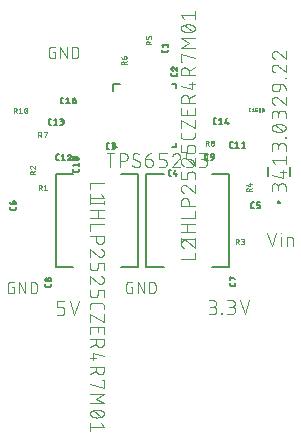
<source format=gbr>
G04 EAGLE Gerber RS-274X export*
G75*
%MOMM*%
%FSLAX34Y34*%
%LPD*%
%INSilkscreen Top*%
%IPPOS*%
%AMOC8*
5,1,8,0,0,1.08239X$1,22.5*%
G01*
%ADD10C,0.101600*%
%ADD11C,0.076200*%
%ADD12C,0.203200*%
%ADD13C,0.127000*%
%ADD14C,0.050800*%
%ADD15C,0.025400*%
%ADD16C,0.152400*%


D10*
X234008Y48192D02*
X237903Y36508D01*
X241797Y48192D01*
X245904Y44297D02*
X245904Y36508D01*
X245579Y47543D02*
X245579Y48192D01*
X246228Y48192D01*
X246228Y47543D01*
X245579Y47543D01*
X250927Y44297D02*
X250927Y36508D01*
X250927Y44297D02*
X254173Y44297D01*
X254260Y44295D01*
X254348Y44289D01*
X254434Y44279D01*
X254521Y44266D01*
X254606Y44248D01*
X254691Y44227D01*
X254775Y44202D01*
X254857Y44173D01*
X254938Y44140D01*
X255018Y44104D01*
X255096Y44065D01*
X255172Y44021D01*
X255246Y43975D01*
X255317Y43925D01*
X255387Y43872D01*
X255454Y43816D01*
X255518Y43757D01*
X255580Y43696D01*
X255639Y43631D01*
X255695Y43564D01*
X255748Y43494D01*
X255798Y43423D01*
X255844Y43349D01*
X255888Y43273D01*
X255927Y43195D01*
X255963Y43115D01*
X255996Y43034D01*
X256025Y42952D01*
X256050Y42868D01*
X256071Y42783D01*
X256089Y42698D01*
X256102Y42611D01*
X256112Y42525D01*
X256118Y42437D01*
X256120Y42350D01*
X256120Y36508D01*
X59903Y-21492D02*
X56008Y-21492D01*
X59903Y-21492D02*
X60002Y-21490D01*
X60102Y-21484D01*
X60201Y-21475D01*
X60299Y-21462D01*
X60397Y-21445D01*
X60495Y-21424D01*
X60591Y-21399D01*
X60686Y-21371D01*
X60780Y-21339D01*
X60873Y-21304D01*
X60965Y-21265D01*
X61055Y-21222D01*
X61143Y-21177D01*
X61230Y-21127D01*
X61314Y-21075D01*
X61397Y-21019D01*
X61477Y-20961D01*
X61555Y-20899D01*
X61630Y-20834D01*
X61703Y-20766D01*
X61773Y-20696D01*
X61841Y-20623D01*
X61906Y-20548D01*
X61968Y-20470D01*
X62026Y-20390D01*
X62082Y-20307D01*
X62134Y-20223D01*
X62184Y-20136D01*
X62229Y-20048D01*
X62272Y-19958D01*
X62311Y-19866D01*
X62346Y-19773D01*
X62378Y-19679D01*
X62406Y-19584D01*
X62431Y-19488D01*
X62452Y-19390D01*
X62469Y-19292D01*
X62482Y-19194D01*
X62491Y-19095D01*
X62497Y-18995D01*
X62499Y-18896D01*
X62499Y-17597D01*
X62497Y-17498D01*
X62491Y-17398D01*
X62482Y-17299D01*
X62469Y-17201D01*
X62452Y-17103D01*
X62431Y-17005D01*
X62406Y-16909D01*
X62378Y-16814D01*
X62346Y-16720D01*
X62311Y-16627D01*
X62272Y-16535D01*
X62229Y-16445D01*
X62184Y-16357D01*
X62134Y-16270D01*
X62082Y-16186D01*
X62026Y-16103D01*
X61968Y-16023D01*
X61906Y-15945D01*
X61841Y-15870D01*
X61773Y-15797D01*
X61703Y-15727D01*
X61630Y-15659D01*
X61555Y-15594D01*
X61477Y-15532D01*
X61397Y-15474D01*
X61314Y-15418D01*
X61230Y-15366D01*
X61143Y-15316D01*
X61055Y-15271D01*
X60965Y-15228D01*
X60873Y-15189D01*
X60780Y-15154D01*
X60686Y-15122D01*
X60591Y-15094D01*
X60495Y-15069D01*
X60397Y-15048D01*
X60299Y-15031D01*
X60201Y-15018D01*
X60102Y-15009D01*
X60002Y-15003D01*
X59903Y-15001D01*
X56008Y-15001D01*
X56008Y-9808D01*
X62499Y-9808D01*
X66789Y-9808D02*
X70684Y-21492D01*
X74578Y-9808D01*
X184508Y-20992D02*
X187754Y-20992D01*
X187867Y-20990D01*
X187980Y-20984D01*
X188093Y-20974D01*
X188206Y-20960D01*
X188318Y-20943D01*
X188429Y-20921D01*
X188539Y-20896D01*
X188649Y-20866D01*
X188757Y-20833D01*
X188864Y-20796D01*
X188970Y-20756D01*
X189074Y-20711D01*
X189177Y-20663D01*
X189278Y-20612D01*
X189377Y-20557D01*
X189474Y-20499D01*
X189569Y-20437D01*
X189662Y-20372D01*
X189752Y-20304D01*
X189840Y-20233D01*
X189926Y-20158D01*
X190009Y-20081D01*
X190089Y-20001D01*
X190166Y-19918D01*
X190241Y-19832D01*
X190312Y-19744D01*
X190380Y-19654D01*
X190445Y-19561D01*
X190507Y-19466D01*
X190565Y-19369D01*
X190620Y-19270D01*
X190671Y-19169D01*
X190719Y-19066D01*
X190764Y-18962D01*
X190804Y-18856D01*
X190841Y-18749D01*
X190874Y-18641D01*
X190904Y-18531D01*
X190929Y-18421D01*
X190951Y-18310D01*
X190968Y-18198D01*
X190982Y-18085D01*
X190992Y-17972D01*
X190998Y-17859D01*
X191000Y-17746D01*
X190998Y-17633D01*
X190992Y-17520D01*
X190982Y-17407D01*
X190968Y-17294D01*
X190951Y-17182D01*
X190929Y-17071D01*
X190904Y-16961D01*
X190874Y-16851D01*
X190841Y-16743D01*
X190804Y-16636D01*
X190764Y-16530D01*
X190719Y-16426D01*
X190671Y-16323D01*
X190620Y-16222D01*
X190565Y-16123D01*
X190507Y-16026D01*
X190445Y-15931D01*
X190380Y-15838D01*
X190312Y-15748D01*
X190241Y-15660D01*
X190166Y-15574D01*
X190089Y-15491D01*
X190009Y-15411D01*
X189926Y-15334D01*
X189840Y-15259D01*
X189752Y-15188D01*
X189662Y-15120D01*
X189569Y-15055D01*
X189474Y-14993D01*
X189377Y-14935D01*
X189278Y-14880D01*
X189177Y-14829D01*
X189074Y-14781D01*
X188970Y-14736D01*
X188864Y-14696D01*
X188757Y-14659D01*
X188649Y-14626D01*
X188539Y-14596D01*
X188429Y-14571D01*
X188318Y-14549D01*
X188206Y-14532D01*
X188093Y-14518D01*
X187980Y-14508D01*
X187867Y-14502D01*
X187754Y-14500D01*
X188403Y-9308D02*
X184508Y-9308D01*
X188403Y-9308D02*
X188504Y-9310D01*
X188604Y-9316D01*
X188704Y-9326D01*
X188804Y-9339D01*
X188903Y-9357D01*
X189002Y-9378D01*
X189099Y-9403D01*
X189196Y-9432D01*
X189291Y-9465D01*
X189385Y-9501D01*
X189477Y-9541D01*
X189568Y-9584D01*
X189657Y-9631D01*
X189744Y-9681D01*
X189830Y-9735D01*
X189913Y-9792D01*
X189993Y-9852D01*
X190072Y-9915D01*
X190148Y-9982D01*
X190221Y-10051D01*
X190291Y-10123D01*
X190359Y-10197D01*
X190424Y-10274D01*
X190485Y-10354D01*
X190544Y-10436D01*
X190599Y-10520D01*
X190651Y-10606D01*
X190700Y-10694D01*
X190745Y-10784D01*
X190787Y-10876D01*
X190825Y-10969D01*
X190859Y-11064D01*
X190890Y-11159D01*
X190917Y-11256D01*
X190940Y-11354D01*
X190960Y-11453D01*
X190975Y-11553D01*
X190987Y-11653D01*
X190995Y-11753D01*
X190999Y-11854D01*
X190999Y-11954D01*
X190995Y-12055D01*
X190987Y-12155D01*
X190975Y-12255D01*
X190960Y-12355D01*
X190940Y-12454D01*
X190917Y-12552D01*
X190890Y-12649D01*
X190859Y-12744D01*
X190825Y-12839D01*
X190787Y-12932D01*
X190745Y-13024D01*
X190700Y-13114D01*
X190651Y-13202D01*
X190599Y-13288D01*
X190544Y-13372D01*
X190485Y-13454D01*
X190424Y-13534D01*
X190359Y-13611D01*
X190291Y-13685D01*
X190221Y-13757D01*
X190148Y-13826D01*
X190072Y-13893D01*
X189993Y-13956D01*
X189913Y-14016D01*
X189830Y-14073D01*
X189744Y-14127D01*
X189657Y-14177D01*
X189568Y-14224D01*
X189477Y-14267D01*
X189385Y-14307D01*
X189291Y-14343D01*
X189196Y-14376D01*
X189099Y-14405D01*
X189002Y-14430D01*
X188903Y-14451D01*
X188804Y-14469D01*
X188704Y-14482D01*
X188604Y-14492D01*
X188504Y-14498D01*
X188403Y-14500D01*
X188403Y-14501D02*
X185806Y-14501D01*
X195430Y-20343D02*
X195430Y-20992D01*
X195430Y-20343D02*
X196079Y-20343D01*
X196079Y-20992D01*
X195430Y-20992D01*
X200510Y-20992D02*
X203755Y-20992D01*
X203868Y-20990D01*
X203981Y-20984D01*
X204094Y-20974D01*
X204207Y-20960D01*
X204319Y-20943D01*
X204430Y-20921D01*
X204540Y-20896D01*
X204650Y-20866D01*
X204758Y-20833D01*
X204865Y-20796D01*
X204971Y-20756D01*
X205075Y-20711D01*
X205178Y-20663D01*
X205279Y-20612D01*
X205378Y-20557D01*
X205475Y-20499D01*
X205570Y-20437D01*
X205663Y-20372D01*
X205753Y-20304D01*
X205841Y-20233D01*
X205927Y-20158D01*
X206010Y-20081D01*
X206090Y-20001D01*
X206167Y-19918D01*
X206242Y-19832D01*
X206313Y-19744D01*
X206381Y-19654D01*
X206446Y-19561D01*
X206508Y-19466D01*
X206566Y-19369D01*
X206621Y-19270D01*
X206672Y-19169D01*
X206720Y-19066D01*
X206765Y-18962D01*
X206805Y-18856D01*
X206842Y-18749D01*
X206875Y-18641D01*
X206905Y-18531D01*
X206930Y-18421D01*
X206952Y-18310D01*
X206969Y-18198D01*
X206983Y-18085D01*
X206993Y-17972D01*
X206999Y-17859D01*
X207001Y-17746D01*
X206999Y-17633D01*
X206993Y-17520D01*
X206983Y-17407D01*
X206969Y-17294D01*
X206952Y-17182D01*
X206930Y-17071D01*
X206905Y-16961D01*
X206875Y-16851D01*
X206842Y-16743D01*
X206805Y-16636D01*
X206765Y-16530D01*
X206720Y-16426D01*
X206672Y-16323D01*
X206621Y-16222D01*
X206566Y-16123D01*
X206508Y-16026D01*
X206446Y-15931D01*
X206381Y-15838D01*
X206313Y-15748D01*
X206242Y-15660D01*
X206167Y-15574D01*
X206090Y-15491D01*
X206010Y-15411D01*
X205927Y-15334D01*
X205841Y-15259D01*
X205753Y-15188D01*
X205663Y-15120D01*
X205570Y-15055D01*
X205475Y-14993D01*
X205378Y-14935D01*
X205279Y-14880D01*
X205178Y-14829D01*
X205075Y-14781D01*
X204971Y-14736D01*
X204865Y-14696D01*
X204758Y-14659D01*
X204650Y-14626D01*
X204540Y-14596D01*
X204430Y-14571D01*
X204319Y-14549D01*
X204207Y-14532D01*
X204094Y-14518D01*
X203981Y-14508D01*
X203868Y-14502D01*
X203755Y-14500D01*
X204405Y-9308D02*
X200510Y-9308D01*
X204405Y-9308D02*
X204506Y-9310D01*
X204606Y-9316D01*
X204706Y-9326D01*
X204806Y-9339D01*
X204905Y-9357D01*
X205004Y-9378D01*
X205101Y-9403D01*
X205198Y-9432D01*
X205293Y-9465D01*
X205387Y-9501D01*
X205479Y-9541D01*
X205570Y-9584D01*
X205659Y-9631D01*
X205746Y-9681D01*
X205832Y-9735D01*
X205915Y-9792D01*
X205995Y-9852D01*
X206074Y-9915D01*
X206150Y-9982D01*
X206223Y-10051D01*
X206293Y-10123D01*
X206361Y-10197D01*
X206426Y-10274D01*
X206487Y-10354D01*
X206546Y-10436D01*
X206601Y-10520D01*
X206653Y-10606D01*
X206702Y-10694D01*
X206747Y-10784D01*
X206789Y-10876D01*
X206827Y-10969D01*
X206861Y-11064D01*
X206892Y-11159D01*
X206919Y-11256D01*
X206942Y-11354D01*
X206962Y-11453D01*
X206977Y-11553D01*
X206989Y-11653D01*
X206997Y-11753D01*
X207001Y-11854D01*
X207001Y-11954D01*
X206997Y-12055D01*
X206989Y-12155D01*
X206977Y-12255D01*
X206962Y-12355D01*
X206942Y-12454D01*
X206919Y-12552D01*
X206892Y-12649D01*
X206861Y-12744D01*
X206827Y-12839D01*
X206789Y-12932D01*
X206747Y-13024D01*
X206702Y-13114D01*
X206653Y-13202D01*
X206601Y-13288D01*
X206546Y-13372D01*
X206487Y-13454D01*
X206426Y-13534D01*
X206361Y-13611D01*
X206293Y-13685D01*
X206223Y-13757D01*
X206150Y-13826D01*
X206074Y-13893D01*
X205995Y-13956D01*
X205915Y-14016D01*
X205832Y-14073D01*
X205746Y-14127D01*
X205659Y-14177D01*
X205570Y-14224D01*
X205479Y-14267D01*
X205387Y-14307D01*
X205293Y-14343D01*
X205198Y-14376D01*
X205101Y-14405D01*
X205004Y-14430D01*
X204905Y-14451D01*
X204806Y-14469D01*
X204706Y-14482D01*
X204606Y-14492D01*
X204506Y-14498D01*
X204405Y-14500D01*
X204405Y-14501D02*
X201808Y-14501D01*
X211291Y-9308D02*
X215185Y-20992D01*
X219080Y-9308D01*
D11*
X19602Y2102D02*
X18036Y2102D01*
X19602Y2102D02*
X19602Y-3119D01*
X16469Y-3119D01*
X16380Y-3117D01*
X16292Y-3111D01*
X16204Y-3102D01*
X16116Y-3089D01*
X16029Y-3072D01*
X15943Y-3052D01*
X15858Y-3027D01*
X15773Y-3000D01*
X15690Y-2968D01*
X15609Y-2934D01*
X15529Y-2895D01*
X15451Y-2854D01*
X15374Y-2809D01*
X15300Y-2761D01*
X15227Y-2710D01*
X15157Y-2656D01*
X15090Y-2598D01*
X15024Y-2538D01*
X14962Y-2476D01*
X14902Y-2410D01*
X14844Y-2343D01*
X14790Y-2273D01*
X14739Y-2200D01*
X14691Y-2126D01*
X14646Y-2049D01*
X14605Y-1971D01*
X14566Y-1891D01*
X14532Y-1810D01*
X14500Y-1727D01*
X14473Y-1642D01*
X14448Y-1557D01*
X14428Y-1471D01*
X14411Y-1384D01*
X14398Y-1296D01*
X14389Y-1208D01*
X14383Y-1120D01*
X14381Y-1031D01*
X14381Y4191D01*
X14383Y4282D01*
X14389Y4373D01*
X14399Y4464D01*
X14413Y4554D01*
X14430Y4643D01*
X14452Y4731D01*
X14478Y4819D01*
X14507Y4905D01*
X14540Y4990D01*
X14577Y5073D01*
X14617Y5155D01*
X14661Y5235D01*
X14708Y5313D01*
X14759Y5389D01*
X14812Y5462D01*
X14869Y5533D01*
X14930Y5602D01*
X14993Y5667D01*
X15058Y5730D01*
X15127Y5790D01*
X15198Y5848D01*
X15271Y5901D01*
X15347Y5952D01*
X15425Y5999D01*
X15505Y6043D01*
X15587Y6083D01*
X15670Y6120D01*
X15755Y6153D01*
X15841Y6182D01*
X15929Y6208D01*
X16017Y6230D01*
X16106Y6247D01*
X16196Y6261D01*
X16287Y6271D01*
X16378Y6277D01*
X16469Y6279D01*
X19602Y6279D01*
X24135Y6279D02*
X24135Y-3119D01*
X29356Y-3119D02*
X24135Y6279D01*
X29356Y6279D02*
X29356Y-3119D01*
X33888Y-3119D02*
X33888Y6279D01*
X36499Y6279D01*
X36599Y6277D01*
X36699Y6271D01*
X36798Y6262D01*
X36898Y6248D01*
X36996Y6231D01*
X37094Y6210D01*
X37191Y6186D01*
X37287Y6157D01*
X37382Y6125D01*
X37475Y6090D01*
X37567Y6051D01*
X37658Y6008D01*
X37746Y5962D01*
X37833Y5912D01*
X37918Y5860D01*
X38001Y5804D01*
X38082Y5745D01*
X38160Y5682D01*
X38236Y5617D01*
X38310Y5549D01*
X38380Y5479D01*
X38448Y5405D01*
X38513Y5329D01*
X38576Y5251D01*
X38635Y5170D01*
X38691Y5087D01*
X38743Y5002D01*
X38793Y4915D01*
X38839Y4827D01*
X38882Y4736D01*
X38921Y4644D01*
X38956Y4551D01*
X38988Y4456D01*
X39017Y4360D01*
X39041Y4263D01*
X39062Y4165D01*
X39079Y4067D01*
X39093Y3967D01*
X39102Y3868D01*
X39108Y3768D01*
X39110Y3668D01*
X39109Y3668D02*
X39109Y-508D01*
X39110Y-508D02*
X39108Y-608D01*
X39102Y-708D01*
X39093Y-807D01*
X39079Y-907D01*
X39062Y-1005D01*
X39041Y-1103D01*
X39017Y-1200D01*
X38988Y-1296D01*
X38956Y-1391D01*
X38921Y-1484D01*
X38882Y-1576D01*
X38839Y-1667D01*
X38793Y-1755D01*
X38743Y-1842D01*
X38691Y-1927D01*
X38635Y-2010D01*
X38576Y-2091D01*
X38513Y-2169D01*
X38448Y-2245D01*
X38380Y-2319D01*
X38310Y-2389D01*
X38236Y-2457D01*
X38160Y-2522D01*
X38082Y-2585D01*
X38001Y-2644D01*
X37918Y-2700D01*
X37833Y-2752D01*
X37746Y-2802D01*
X37658Y-2848D01*
X37567Y-2891D01*
X37475Y-2930D01*
X37382Y-2965D01*
X37287Y-2997D01*
X37191Y-3026D01*
X37094Y-3050D01*
X36996Y-3071D01*
X36898Y-3088D01*
X36798Y-3102D01*
X36699Y-3111D01*
X36599Y-3117D01*
X36499Y-3119D01*
X33888Y-3119D01*
X19602Y2102D02*
X18036Y2102D01*
X19602Y2102D02*
X19602Y-3119D01*
X16469Y-3119D01*
X16380Y-3117D01*
X16292Y-3111D01*
X16204Y-3102D01*
X16116Y-3089D01*
X16029Y-3072D01*
X15943Y-3052D01*
X15858Y-3027D01*
X15773Y-3000D01*
X15690Y-2968D01*
X15609Y-2934D01*
X15529Y-2895D01*
X15451Y-2854D01*
X15374Y-2809D01*
X15300Y-2761D01*
X15227Y-2710D01*
X15157Y-2656D01*
X15090Y-2598D01*
X15024Y-2538D01*
X14962Y-2476D01*
X14902Y-2410D01*
X14844Y-2343D01*
X14790Y-2273D01*
X14739Y-2200D01*
X14691Y-2126D01*
X14646Y-2049D01*
X14605Y-1971D01*
X14566Y-1891D01*
X14532Y-1810D01*
X14500Y-1727D01*
X14473Y-1642D01*
X14448Y-1557D01*
X14428Y-1471D01*
X14411Y-1384D01*
X14398Y-1296D01*
X14389Y-1208D01*
X14383Y-1120D01*
X14381Y-1031D01*
X14381Y4191D01*
X14383Y4282D01*
X14389Y4373D01*
X14399Y4464D01*
X14413Y4554D01*
X14430Y4643D01*
X14452Y4731D01*
X14478Y4819D01*
X14507Y4905D01*
X14540Y4990D01*
X14577Y5073D01*
X14617Y5155D01*
X14661Y5235D01*
X14708Y5313D01*
X14759Y5389D01*
X14812Y5462D01*
X14869Y5533D01*
X14930Y5602D01*
X14993Y5667D01*
X15058Y5730D01*
X15127Y5790D01*
X15198Y5848D01*
X15271Y5901D01*
X15347Y5952D01*
X15425Y5999D01*
X15505Y6043D01*
X15587Y6083D01*
X15670Y6120D01*
X15755Y6153D01*
X15841Y6182D01*
X15929Y6208D01*
X16017Y6230D01*
X16106Y6247D01*
X16196Y6261D01*
X16287Y6271D01*
X16378Y6277D01*
X16469Y6279D01*
X19602Y6279D01*
X24135Y6279D02*
X24135Y-3119D01*
X29356Y-3119D02*
X24135Y6279D01*
X29356Y6279D02*
X29356Y-3119D01*
X33888Y-3119D02*
X33888Y6279D01*
X36499Y6279D01*
X36599Y6277D01*
X36699Y6271D01*
X36798Y6262D01*
X36898Y6248D01*
X36996Y6231D01*
X37094Y6210D01*
X37191Y6186D01*
X37287Y6157D01*
X37382Y6125D01*
X37475Y6090D01*
X37567Y6051D01*
X37658Y6008D01*
X37746Y5962D01*
X37833Y5912D01*
X37918Y5860D01*
X38001Y5804D01*
X38082Y5745D01*
X38160Y5682D01*
X38236Y5617D01*
X38310Y5549D01*
X38380Y5479D01*
X38448Y5405D01*
X38513Y5329D01*
X38576Y5251D01*
X38635Y5170D01*
X38691Y5087D01*
X38743Y5002D01*
X38793Y4915D01*
X38839Y4827D01*
X38882Y4736D01*
X38921Y4644D01*
X38956Y4551D01*
X38988Y4456D01*
X39017Y4360D01*
X39041Y4263D01*
X39062Y4165D01*
X39079Y4067D01*
X39093Y3967D01*
X39102Y3868D01*
X39108Y3768D01*
X39110Y3668D01*
X39109Y3668D02*
X39109Y-508D01*
X39110Y-508D02*
X39108Y-608D01*
X39102Y-708D01*
X39093Y-807D01*
X39079Y-907D01*
X39062Y-1005D01*
X39041Y-1103D01*
X39017Y-1200D01*
X38988Y-1296D01*
X38956Y-1391D01*
X38921Y-1484D01*
X38882Y-1576D01*
X38839Y-1667D01*
X38793Y-1755D01*
X38743Y-1842D01*
X38691Y-1927D01*
X38635Y-2010D01*
X38576Y-2091D01*
X38513Y-2169D01*
X38448Y-2245D01*
X38380Y-2319D01*
X38310Y-2389D01*
X38236Y-2457D01*
X38160Y-2522D01*
X38082Y-2585D01*
X38001Y-2644D01*
X37918Y-2700D01*
X37833Y-2752D01*
X37746Y-2802D01*
X37658Y-2848D01*
X37567Y-2891D01*
X37475Y-2930D01*
X37382Y-2965D01*
X37287Y-2997D01*
X37191Y-3026D01*
X37094Y-3050D01*
X36996Y-3071D01*
X36898Y-3088D01*
X36798Y-3102D01*
X36699Y-3111D01*
X36599Y-3117D01*
X36499Y-3119D01*
X33888Y-3119D01*
X53036Y201102D02*
X54602Y201102D01*
X54602Y195881D01*
X51469Y195881D01*
X51380Y195883D01*
X51292Y195889D01*
X51204Y195898D01*
X51116Y195911D01*
X51029Y195928D01*
X50943Y195948D01*
X50858Y195973D01*
X50773Y196000D01*
X50690Y196032D01*
X50609Y196066D01*
X50529Y196105D01*
X50451Y196146D01*
X50374Y196191D01*
X50300Y196239D01*
X50227Y196290D01*
X50157Y196344D01*
X50090Y196402D01*
X50024Y196462D01*
X49962Y196524D01*
X49902Y196590D01*
X49844Y196657D01*
X49790Y196727D01*
X49739Y196800D01*
X49691Y196874D01*
X49646Y196951D01*
X49605Y197029D01*
X49566Y197109D01*
X49532Y197190D01*
X49500Y197273D01*
X49473Y197358D01*
X49448Y197443D01*
X49428Y197529D01*
X49411Y197616D01*
X49398Y197704D01*
X49389Y197792D01*
X49383Y197880D01*
X49381Y197969D01*
X49381Y203191D01*
X49383Y203282D01*
X49389Y203373D01*
X49399Y203464D01*
X49413Y203554D01*
X49430Y203643D01*
X49452Y203731D01*
X49478Y203819D01*
X49507Y203905D01*
X49540Y203990D01*
X49577Y204073D01*
X49617Y204155D01*
X49661Y204235D01*
X49708Y204313D01*
X49759Y204389D01*
X49812Y204462D01*
X49869Y204533D01*
X49930Y204602D01*
X49993Y204667D01*
X50058Y204730D01*
X50127Y204790D01*
X50198Y204848D01*
X50271Y204901D01*
X50347Y204952D01*
X50425Y204999D01*
X50505Y205043D01*
X50587Y205083D01*
X50670Y205120D01*
X50755Y205153D01*
X50841Y205182D01*
X50929Y205208D01*
X51017Y205230D01*
X51106Y205247D01*
X51196Y205261D01*
X51287Y205271D01*
X51378Y205277D01*
X51469Y205279D01*
X54602Y205279D01*
X59135Y205279D02*
X59135Y195881D01*
X64356Y195881D02*
X59135Y205279D01*
X64356Y205279D02*
X64356Y195881D01*
X68888Y195881D02*
X68888Y205279D01*
X71499Y205279D01*
X71599Y205277D01*
X71699Y205271D01*
X71798Y205262D01*
X71898Y205248D01*
X71996Y205231D01*
X72094Y205210D01*
X72191Y205186D01*
X72287Y205157D01*
X72382Y205125D01*
X72475Y205090D01*
X72567Y205051D01*
X72658Y205008D01*
X72746Y204962D01*
X72833Y204912D01*
X72918Y204860D01*
X73001Y204804D01*
X73082Y204745D01*
X73160Y204682D01*
X73236Y204617D01*
X73310Y204549D01*
X73380Y204479D01*
X73448Y204405D01*
X73513Y204329D01*
X73576Y204251D01*
X73635Y204170D01*
X73691Y204087D01*
X73743Y204002D01*
X73793Y203915D01*
X73839Y203827D01*
X73882Y203736D01*
X73921Y203644D01*
X73956Y203551D01*
X73988Y203456D01*
X74017Y203360D01*
X74041Y203263D01*
X74062Y203165D01*
X74079Y203067D01*
X74093Y202967D01*
X74102Y202868D01*
X74108Y202768D01*
X74110Y202668D01*
X74109Y202668D02*
X74109Y198492D01*
X74110Y198492D02*
X74108Y198392D01*
X74102Y198292D01*
X74093Y198193D01*
X74079Y198093D01*
X74062Y197995D01*
X74041Y197897D01*
X74017Y197800D01*
X73988Y197704D01*
X73956Y197609D01*
X73921Y197516D01*
X73882Y197424D01*
X73839Y197333D01*
X73793Y197245D01*
X73743Y197158D01*
X73691Y197073D01*
X73635Y196990D01*
X73576Y196909D01*
X73513Y196831D01*
X73448Y196755D01*
X73380Y196681D01*
X73310Y196611D01*
X73236Y196543D01*
X73160Y196478D01*
X73082Y196415D01*
X73001Y196356D01*
X72918Y196300D01*
X72833Y196248D01*
X72746Y196198D01*
X72658Y196152D01*
X72567Y196109D01*
X72475Y196070D01*
X72382Y196035D01*
X72287Y196003D01*
X72191Y195974D01*
X72094Y195950D01*
X71996Y195929D01*
X71898Y195912D01*
X71798Y195898D01*
X71699Y195889D01*
X71599Y195883D01*
X71499Y195881D01*
X68888Y195881D01*
X54602Y201102D02*
X53036Y201102D01*
X54602Y201102D02*
X54602Y195881D01*
X51469Y195881D01*
X51380Y195883D01*
X51292Y195889D01*
X51204Y195898D01*
X51116Y195911D01*
X51029Y195928D01*
X50943Y195948D01*
X50858Y195973D01*
X50773Y196000D01*
X50690Y196032D01*
X50609Y196066D01*
X50529Y196105D01*
X50451Y196146D01*
X50374Y196191D01*
X50300Y196239D01*
X50227Y196290D01*
X50157Y196344D01*
X50090Y196402D01*
X50024Y196462D01*
X49962Y196524D01*
X49902Y196590D01*
X49844Y196657D01*
X49790Y196727D01*
X49739Y196800D01*
X49691Y196874D01*
X49646Y196951D01*
X49605Y197029D01*
X49566Y197109D01*
X49532Y197190D01*
X49500Y197273D01*
X49473Y197358D01*
X49448Y197443D01*
X49428Y197529D01*
X49411Y197616D01*
X49398Y197704D01*
X49389Y197792D01*
X49383Y197880D01*
X49381Y197969D01*
X49381Y203191D01*
X49383Y203282D01*
X49389Y203373D01*
X49399Y203464D01*
X49413Y203554D01*
X49430Y203643D01*
X49452Y203731D01*
X49478Y203819D01*
X49507Y203905D01*
X49540Y203990D01*
X49577Y204073D01*
X49617Y204155D01*
X49661Y204235D01*
X49708Y204313D01*
X49759Y204389D01*
X49812Y204462D01*
X49869Y204533D01*
X49930Y204602D01*
X49993Y204667D01*
X50058Y204730D01*
X50127Y204790D01*
X50198Y204848D01*
X50271Y204901D01*
X50347Y204952D01*
X50425Y204999D01*
X50505Y205043D01*
X50587Y205083D01*
X50670Y205120D01*
X50755Y205153D01*
X50841Y205182D01*
X50929Y205208D01*
X51017Y205230D01*
X51106Y205247D01*
X51196Y205261D01*
X51287Y205271D01*
X51378Y205277D01*
X51469Y205279D01*
X54602Y205279D01*
X59135Y205279D02*
X59135Y195881D01*
X64356Y195881D02*
X59135Y205279D01*
X64356Y205279D02*
X64356Y195881D01*
X68888Y195881D02*
X68888Y205279D01*
X71499Y205279D01*
X71599Y205277D01*
X71699Y205271D01*
X71798Y205262D01*
X71898Y205248D01*
X71996Y205231D01*
X72094Y205210D01*
X72191Y205186D01*
X72287Y205157D01*
X72382Y205125D01*
X72475Y205090D01*
X72567Y205051D01*
X72658Y205008D01*
X72746Y204962D01*
X72833Y204912D01*
X72918Y204860D01*
X73001Y204804D01*
X73082Y204745D01*
X73160Y204682D01*
X73236Y204617D01*
X73310Y204549D01*
X73380Y204479D01*
X73448Y204405D01*
X73513Y204329D01*
X73576Y204251D01*
X73635Y204170D01*
X73691Y204087D01*
X73743Y204002D01*
X73793Y203915D01*
X73839Y203827D01*
X73882Y203736D01*
X73921Y203644D01*
X73956Y203551D01*
X73988Y203456D01*
X74017Y203360D01*
X74041Y203263D01*
X74062Y203165D01*
X74079Y203067D01*
X74093Y202967D01*
X74102Y202868D01*
X74108Y202768D01*
X74110Y202668D01*
X74109Y202668D02*
X74109Y198492D01*
X74110Y198492D02*
X74108Y198392D01*
X74102Y198292D01*
X74093Y198193D01*
X74079Y198093D01*
X74062Y197995D01*
X74041Y197897D01*
X74017Y197800D01*
X73988Y197704D01*
X73956Y197609D01*
X73921Y197516D01*
X73882Y197424D01*
X73839Y197333D01*
X73793Y197245D01*
X73743Y197158D01*
X73691Y197073D01*
X73635Y196990D01*
X73576Y196909D01*
X73513Y196831D01*
X73448Y196755D01*
X73380Y196681D01*
X73310Y196611D01*
X73236Y196543D01*
X73160Y196478D01*
X73082Y196415D01*
X73001Y196356D01*
X72918Y196300D01*
X72833Y196248D01*
X72746Y196198D01*
X72658Y196152D01*
X72567Y196109D01*
X72475Y196070D01*
X72382Y196035D01*
X72287Y196003D01*
X72191Y195974D01*
X72094Y195950D01*
X71996Y195929D01*
X71898Y195912D01*
X71798Y195898D01*
X71699Y195889D01*
X71599Y195883D01*
X71499Y195881D01*
X68888Y195881D01*
X118536Y2102D02*
X120102Y2102D01*
X120102Y-3119D01*
X116969Y-3119D01*
X116880Y-3117D01*
X116792Y-3111D01*
X116704Y-3102D01*
X116616Y-3089D01*
X116529Y-3072D01*
X116443Y-3052D01*
X116358Y-3027D01*
X116273Y-3000D01*
X116190Y-2968D01*
X116109Y-2934D01*
X116029Y-2895D01*
X115951Y-2854D01*
X115874Y-2809D01*
X115800Y-2761D01*
X115727Y-2710D01*
X115657Y-2656D01*
X115590Y-2598D01*
X115524Y-2538D01*
X115462Y-2476D01*
X115402Y-2410D01*
X115344Y-2343D01*
X115290Y-2273D01*
X115239Y-2200D01*
X115191Y-2126D01*
X115146Y-2049D01*
X115105Y-1971D01*
X115066Y-1891D01*
X115032Y-1810D01*
X115000Y-1727D01*
X114973Y-1642D01*
X114948Y-1557D01*
X114928Y-1471D01*
X114911Y-1384D01*
X114898Y-1296D01*
X114889Y-1208D01*
X114883Y-1120D01*
X114881Y-1031D01*
X114881Y4191D01*
X114883Y4282D01*
X114889Y4373D01*
X114899Y4464D01*
X114913Y4554D01*
X114930Y4643D01*
X114952Y4731D01*
X114978Y4819D01*
X115007Y4905D01*
X115040Y4990D01*
X115077Y5073D01*
X115117Y5155D01*
X115161Y5235D01*
X115208Y5313D01*
X115259Y5389D01*
X115312Y5462D01*
X115369Y5533D01*
X115430Y5602D01*
X115493Y5667D01*
X115558Y5730D01*
X115627Y5790D01*
X115698Y5848D01*
X115771Y5901D01*
X115847Y5952D01*
X115925Y5999D01*
X116005Y6043D01*
X116087Y6083D01*
X116170Y6120D01*
X116255Y6153D01*
X116341Y6182D01*
X116429Y6208D01*
X116517Y6230D01*
X116606Y6247D01*
X116696Y6261D01*
X116787Y6271D01*
X116878Y6277D01*
X116969Y6279D01*
X120102Y6279D01*
X124635Y6279D02*
X124635Y-3119D01*
X129856Y-3119D02*
X124635Y6279D01*
X129856Y6279D02*
X129856Y-3119D01*
X134388Y-3119D02*
X134388Y6279D01*
X136999Y6279D01*
X137099Y6277D01*
X137199Y6271D01*
X137298Y6262D01*
X137398Y6248D01*
X137496Y6231D01*
X137594Y6210D01*
X137691Y6186D01*
X137787Y6157D01*
X137882Y6125D01*
X137975Y6090D01*
X138067Y6051D01*
X138158Y6008D01*
X138246Y5962D01*
X138333Y5912D01*
X138418Y5860D01*
X138501Y5804D01*
X138582Y5745D01*
X138660Y5682D01*
X138736Y5617D01*
X138810Y5549D01*
X138880Y5479D01*
X138948Y5405D01*
X139013Y5329D01*
X139076Y5251D01*
X139135Y5170D01*
X139191Y5087D01*
X139243Y5002D01*
X139293Y4915D01*
X139339Y4827D01*
X139382Y4736D01*
X139421Y4644D01*
X139456Y4551D01*
X139488Y4456D01*
X139517Y4360D01*
X139541Y4263D01*
X139562Y4165D01*
X139579Y4067D01*
X139593Y3967D01*
X139602Y3868D01*
X139608Y3768D01*
X139610Y3668D01*
X139609Y3668D02*
X139609Y-508D01*
X139610Y-508D02*
X139608Y-608D01*
X139602Y-708D01*
X139593Y-807D01*
X139579Y-907D01*
X139562Y-1005D01*
X139541Y-1103D01*
X139517Y-1200D01*
X139488Y-1296D01*
X139456Y-1391D01*
X139421Y-1484D01*
X139382Y-1576D01*
X139339Y-1667D01*
X139293Y-1755D01*
X139243Y-1842D01*
X139191Y-1927D01*
X139135Y-2010D01*
X139076Y-2091D01*
X139013Y-2169D01*
X138948Y-2245D01*
X138880Y-2319D01*
X138810Y-2389D01*
X138736Y-2457D01*
X138660Y-2522D01*
X138582Y-2585D01*
X138501Y-2644D01*
X138418Y-2700D01*
X138333Y-2752D01*
X138246Y-2802D01*
X138158Y-2848D01*
X138067Y-2891D01*
X137975Y-2930D01*
X137882Y-2965D01*
X137787Y-2997D01*
X137691Y-3026D01*
X137594Y-3050D01*
X137496Y-3071D01*
X137398Y-3088D01*
X137298Y-3102D01*
X137199Y-3111D01*
X137099Y-3117D01*
X136999Y-3119D01*
X134388Y-3119D01*
X120102Y2102D02*
X118536Y2102D01*
X120102Y2102D02*
X120102Y-3119D01*
X116969Y-3119D01*
X116880Y-3117D01*
X116792Y-3111D01*
X116704Y-3102D01*
X116616Y-3089D01*
X116529Y-3072D01*
X116443Y-3052D01*
X116358Y-3027D01*
X116273Y-3000D01*
X116190Y-2968D01*
X116109Y-2934D01*
X116029Y-2895D01*
X115951Y-2854D01*
X115874Y-2809D01*
X115800Y-2761D01*
X115727Y-2710D01*
X115657Y-2656D01*
X115590Y-2598D01*
X115524Y-2538D01*
X115462Y-2476D01*
X115402Y-2410D01*
X115344Y-2343D01*
X115290Y-2273D01*
X115239Y-2200D01*
X115191Y-2126D01*
X115146Y-2049D01*
X115105Y-1971D01*
X115066Y-1891D01*
X115032Y-1810D01*
X115000Y-1727D01*
X114973Y-1642D01*
X114948Y-1557D01*
X114928Y-1471D01*
X114911Y-1384D01*
X114898Y-1296D01*
X114889Y-1208D01*
X114883Y-1120D01*
X114881Y-1031D01*
X114881Y4191D01*
X114883Y4282D01*
X114889Y4373D01*
X114899Y4464D01*
X114913Y4554D01*
X114930Y4643D01*
X114952Y4731D01*
X114978Y4819D01*
X115007Y4905D01*
X115040Y4990D01*
X115077Y5073D01*
X115117Y5155D01*
X115161Y5235D01*
X115208Y5313D01*
X115259Y5389D01*
X115312Y5462D01*
X115369Y5533D01*
X115430Y5602D01*
X115493Y5667D01*
X115558Y5730D01*
X115627Y5790D01*
X115698Y5848D01*
X115771Y5901D01*
X115847Y5952D01*
X115925Y5999D01*
X116005Y6043D01*
X116087Y6083D01*
X116170Y6120D01*
X116255Y6153D01*
X116341Y6182D01*
X116429Y6208D01*
X116517Y6230D01*
X116606Y6247D01*
X116696Y6261D01*
X116787Y6271D01*
X116878Y6277D01*
X116969Y6279D01*
X120102Y6279D01*
X124635Y6279D02*
X124635Y-3119D01*
X129856Y-3119D02*
X124635Y6279D01*
X129856Y6279D02*
X129856Y-3119D01*
X134388Y-3119D02*
X134388Y6279D01*
X136999Y6279D01*
X137099Y6277D01*
X137199Y6271D01*
X137298Y6262D01*
X137398Y6248D01*
X137496Y6231D01*
X137594Y6210D01*
X137691Y6186D01*
X137787Y6157D01*
X137882Y6125D01*
X137975Y6090D01*
X138067Y6051D01*
X138158Y6008D01*
X138246Y5962D01*
X138333Y5912D01*
X138418Y5860D01*
X138501Y5804D01*
X138582Y5745D01*
X138660Y5682D01*
X138736Y5617D01*
X138810Y5549D01*
X138880Y5479D01*
X138948Y5405D01*
X139013Y5329D01*
X139076Y5251D01*
X139135Y5170D01*
X139191Y5087D01*
X139243Y5002D01*
X139293Y4915D01*
X139339Y4827D01*
X139382Y4736D01*
X139421Y4644D01*
X139456Y4551D01*
X139488Y4456D01*
X139517Y4360D01*
X139541Y4263D01*
X139562Y4165D01*
X139579Y4067D01*
X139593Y3967D01*
X139602Y3868D01*
X139608Y3768D01*
X139610Y3668D01*
X139609Y3668D02*
X139609Y-508D01*
X139610Y-508D02*
X139608Y-608D01*
X139602Y-708D01*
X139593Y-807D01*
X139579Y-907D01*
X139562Y-1005D01*
X139541Y-1103D01*
X139517Y-1200D01*
X139488Y-1296D01*
X139456Y-1391D01*
X139421Y-1484D01*
X139382Y-1576D01*
X139339Y-1667D01*
X139293Y-1755D01*
X139243Y-1842D01*
X139191Y-1927D01*
X139135Y-2010D01*
X139076Y-2091D01*
X139013Y-2169D01*
X138948Y-2245D01*
X138880Y-2319D01*
X138810Y-2389D01*
X138736Y-2457D01*
X138660Y-2522D01*
X138582Y-2585D01*
X138501Y-2644D01*
X138418Y-2700D01*
X138333Y-2752D01*
X138246Y-2802D01*
X138158Y-2848D01*
X138067Y-2891D01*
X137975Y-2930D01*
X137882Y-2965D01*
X137787Y-2997D01*
X137691Y-3026D01*
X137594Y-3050D01*
X137496Y-3071D01*
X137398Y-3088D01*
X137298Y-3102D01*
X137199Y-3111D01*
X137099Y-3117D01*
X136999Y-3119D01*
X134388Y-3119D01*
D12*
X153614Y174170D02*
X157170Y174170D01*
X157170Y170614D01*
X157170Y124386D02*
X157170Y120830D01*
X153614Y120830D01*
X103830Y120830D02*
X103830Y124386D01*
X103830Y120830D02*
X107386Y120830D01*
X103830Y168074D02*
X103830Y174170D01*
X109926Y174170D01*
D11*
X101431Y115369D02*
X101431Y103431D01*
X98115Y115369D02*
X104747Y115369D01*
X109312Y115369D02*
X109312Y103431D01*
X109312Y115369D02*
X112628Y115369D01*
X112742Y115367D01*
X112857Y115361D01*
X112971Y115351D01*
X113084Y115337D01*
X113198Y115320D01*
X113310Y115298D01*
X113422Y115273D01*
X113532Y115243D01*
X113642Y115210D01*
X113750Y115173D01*
X113857Y115133D01*
X113963Y115088D01*
X114067Y115041D01*
X114169Y114989D01*
X114269Y114934D01*
X114368Y114876D01*
X114464Y114814D01*
X114559Y114749D01*
X114650Y114681D01*
X114740Y114609D01*
X114827Y114535D01*
X114911Y114458D01*
X114993Y114377D01*
X115072Y114294D01*
X115148Y114209D01*
X115221Y114120D01*
X115290Y114030D01*
X115357Y113937D01*
X115420Y113841D01*
X115480Y113744D01*
X115537Y113644D01*
X115590Y113543D01*
X115640Y113440D01*
X115686Y113335D01*
X115729Y113229D01*
X115767Y113121D01*
X115802Y113012D01*
X115833Y112902D01*
X115861Y112791D01*
X115884Y112679D01*
X115904Y112566D01*
X115920Y112453D01*
X115932Y112339D01*
X115940Y112225D01*
X115944Y112110D01*
X115944Y111996D01*
X115940Y111881D01*
X115932Y111767D01*
X115920Y111653D01*
X115904Y111540D01*
X115884Y111427D01*
X115861Y111315D01*
X115833Y111204D01*
X115802Y111094D01*
X115767Y110985D01*
X115729Y110877D01*
X115686Y110771D01*
X115640Y110666D01*
X115590Y110563D01*
X115537Y110462D01*
X115480Y110362D01*
X115420Y110265D01*
X115357Y110169D01*
X115290Y110076D01*
X115221Y109986D01*
X115148Y109897D01*
X115072Y109812D01*
X114993Y109729D01*
X114911Y109648D01*
X114827Y109571D01*
X114740Y109497D01*
X114650Y109425D01*
X114559Y109357D01*
X114464Y109292D01*
X114368Y109230D01*
X114269Y109172D01*
X114169Y109117D01*
X114067Y109065D01*
X113963Y109018D01*
X113857Y108973D01*
X113750Y108933D01*
X113642Y108896D01*
X113532Y108863D01*
X113422Y108833D01*
X113310Y108808D01*
X113198Y108786D01*
X113084Y108769D01*
X112971Y108755D01*
X112857Y108745D01*
X112742Y108739D01*
X112628Y108737D01*
X109312Y108737D01*
X123811Y103431D02*
X123913Y103433D01*
X124014Y103439D01*
X124115Y103449D01*
X124216Y103462D01*
X124316Y103480D01*
X124415Y103501D01*
X124514Y103526D01*
X124611Y103555D01*
X124708Y103587D01*
X124803Y103623D01*
X124896Y103663D01*
X124988Y103706D01*
X125078Y103753D01*
X125167Y103804D01*
X125253Y103857D01*
X125337Y103914D01*
X125419Y103974D01*
X125499Y104037D01*
X125576Y104103D01*
X125651Y104172D01*
X125723Y104244D01*
X125792Y104319D01*
X125858Y104396D01*
X125921Y104476D01*
X125981Y104558D01*
X126038Y104642D01*
X126091Y104728D01*
X126142Y104817D01*
X126189Y104907D01*
X126232Y104999D01*
X126272Y105092D01*
X126308Y105187D01*
X126340Y105284D01*
X126369Y105381D01*
X126394Y105480D01*
X126415Y105579D01*
X126433Y105679D01*
X126446Y105780D01*
X126456Y105881D01*
X126462Y105982D01*
X126464Y106084D01*
X123811Y103431D02*
X123664Y103433D01*
X123516Y103439D01*
X123369Y103448D01*
X123222Y103462D01*
X123076Y103479D01*
X122930Y103501D01*
X122784Y103526D01*
X122640Y103555D01*
X122496Y103587D01*
X122353Y103624D01*
X122211Y103664D01*
X122070Y103708D01*
X121931Y103756D01*
X121793Y103807D01*
X121656Y103862D01*
X121520Y103921D01*
X121386Y103983D01*
X121254Y104048D01*
X121124Y104117D01*
X120995Y104190D01*
X120869Y104265D01*
X120744Y104344D01*
X120622Y104427D01*
X120502Y104512D01*
X120384Y104601D01*
X120269Y104693D01*
X120155Y104787D01*
X120045Y104885D01*
X119937Y104986D01*
X119832Y105089D01*
X120163Y112716D02*
X120165Y112818D01*
X120171Y112919D01*
X120181Y113020D01*
X120194Y113121D01*
X120212Y113221D01*
X120233Y113320D01*
X120258Y113419D01*
X120287Y113516D01*
X120319Y113613D01*
X120355Y113708D01*
X120395Y113801D01*
X120438Y113893D01*
X120485Y113983D01*
X120536Y114072D01*
X120589Y114158D01*
X120646Y114242D01*
X120706Y114324D01*
X120769Y114404D01*
X120835Y114481D01*
X120904Y114556D01*
X120976Y114628D01*
X121051Y114697D01*
X121128Y114763D01*
X121208Y114826D01*
X121290Y114886D01*
X121374Y114943D01*
X121460Y114996D01*
X121549Y115047D01*
X121639Y115094D01*
X121731Y115137D01*
X121824Y115177D01*
X121919Y115213D01*
X122016Y115245D01*
X122113Y115274D01*
X122212Y115299D01*
X122311Y115320D01*
X122411Y115338D01*
X122512Y115351D01*
X122613Y115361D01*
X122714Y115367D01*
X122816Y115369D01*
X122955Y115367D01*
X123094Y115361D01*
X123233Y115351D01*
X123372Y115338D01*
X123510Y115320D01*
X123647Y115299D01*
X123784Y115274D01*
X123920Y115245D01*
X124055Y115212D01*
X124190Y115176D01*
X124323Y115135D01*
X124455Y115091D01*
X124586Y115044D01*
X124715Y114992D01*
X124843Y114937D01*
X124969Y114879D01*
X125094Y114817D01*
X125216Y114751D01*
X125337Y114683D01*
X125456Y114610D01*
X125573Y114535D01*
X125688Y114456D01*
X125800Y114374D01*
X121490Y110395D02*
X121405Y110447D01*
X121322Y110503D01*
X121241Y110561D01*
X121162Y110623D01*
X121086Y110687D01*
X121012Y110754D01*
X120940Y110824D01*
X120872Y110896D01*
X120805Y110971D01*
X120742Y111048D01*
X120682Y111128D01*
X120624Y111210D01*
X120570Y111294D01*
X120519Y111379D01*
X120471Y111467D01*
X120426Y111556D01*
X120385Y111647D01*
X120347Y111740D01*
X120313Y111834D01*
X120282Y111928D01*
X120254Y112025D01*
X120230Y112122D01*
X120210Y112219D01*
X120194Y112318D01*
X120181Y112417D01*
X120171Y112516D01*
X120166Y112616D01*
X120164Y112716D01*
X125138Y108405D02*
X125223Y108353D01*
X125306Y108297D01*
X125387Y108239D01*
X125466Y108177D01*
X125542Y108113D01*
X125616Y108046D01*
X125688Y107976D01*
X125756Y107904D01*
X125823Y107829D01*
X125886Y107752D01*
X125946Y107672D01*
X126004Y107590D01*
X126058Y107506D01*
X126109Y107421D01*
X126157Y107333D01*
X126202Y107244D01*
X126243Y107153D01*
X126281Y107060D01*
X126315Y106967D01*
X126346Y106872D01*
X126374Y106775D01*
X126398Y106678D01*
X126418Y106581D01*
X126434Y106482D01*
X126447Y106383D01*
X126457Y106284D01*
X126462Y106184D01*
X126464Y106084D01*
X125138Y108405D02*
X121490Y110395D01*
X130881Y110063D02*
X134860Y110063D01*
X134962Y110061D01*
X135063Y110055D01*
X135164Y110045D01*
X135265Y110032D01*
X135365Y110014D01*
X135464Y109993D01*
X135563Y109968D01*
X135660Y109939D01*
X135757Y109907D01*
X135852Y109871D01*
X135945Y109831D01*
X136037Y109788D01*
X136127Y109741D01*
X136216Y109690D01*
X136302Y109637D01*
X136386Y109580D01*
X136468Y109520D01*
X136548Y109457D01*
X136625Y109391D01*
X136700Y109322D01*
X136772Y109250D01*
X136841Y109175D01*
X136907Y109098D01*
X136970Y109018D01*
X137030Y108936D01*
X137087Y108852D01*
X137140Y108766D01*
X137191Y108677D01*
X137238Y108587D01*
X137281Y108495D01*
X137321Y108402D01*
X137357Y108307D01*
X137389Y108210D01*
X137418Y108113D01*
X137443Y108014D01*
X137464Y107915D01*
X137482Y107815D01*
X137495Y107714D01*
X137505Y107613D01*
X137511Y107512D01*
X137513Y107410D01*
X137513Y106747D01*
X137511Y106633D01*
X137505Y106518D01*
X137495Y106404D01*
X137481Y106291D01*
X137464Y106177D01*
X137442Y106065D01*
X137417Y105953D01*
X137387Y105843D01*
X137354Y105733D01*
X137317Y105625D01*
X137277Y105518D01*
X137232Y105412D01*
X137185Y105308D01*
X137133Y105206D01*
X137078Y105106D01*
X137020Y105007D01*
X136958Y104911D01*
X136893Y104816D01*
X136825Y104725D01*
X136753Y104635D01*
X136679Y104548D01*
X136602Y104464D01*
X136521Y104382D01*
X136438Y104303D01*
X136353Y104227D01*
X136264Y104154D01*
X136174Y104085D01*
X136081Y104018D01*
X135985Y103955D01*
X135888Y103895D01*
X135788Y103838D01*
X135687Y103785D01*
X135584Y103735D01*
X135479Y103689D01*
X135373Y103646D01*
X135265Y103608D01*
X135156Y103573D01*
X135046Y103542D01*
X134935Y103514D01*
X134823Y103491D01*
X134710Y103471D01*
X134597Y103455D01*
X134483Y103443D01*
X134369Y103435D01*
X134254Y103431D01*
X134140Y103431D01*
X134025Y103435D01*
X133911Y103443D01*
X133797Y103455D01*
X133684Y103471D01*
X133571Y103491D01*
X133459Y103514D01*
X133348Y103542D01*
X133238Y103573D01*
X133129Y103608D01*
X133021Y103646D01*
X132915Y103689D01*
X132810Y103735D01*
X132707Y103785D01*
X132606Y103838D01*
X132506Y103895D01*
X132409Y103955D01*
X132313Y104018D01*
X132220Y104085D01*
X132130Y104154D01*
X132041Y104227D01*
X131956Y104303D01*
X131873Y104382D01*
X131792Y104464D01*
X131715Y104548D01*
X131641Y104635D01*
X131569Y104725D01*
X131501Y104816D01*
X131436Y104911D01*
X131374Y105007D01*
X131316Y105106D01*
X131261Y105206D01*
X131209Y105308D01*
X131162Y105412D01*
X131117Y105518D01*
X131077Y105625D01*
X131040Y105733D01*
X131007Y105843D01*
X130977Y105953D01*
X130952Y106065D01*
X130930Y106177D01*
X130913Y106291D01*
X130899Y106404D01*
X130889Y106518D01*
X130883Y106633D01*
X130881Y106747D01*
X130881Y110063D01*
X130883Y110207D01*
X130889Y110350D01*
X130899Y110494D01*
X130912Y110637D01*
X130930Y110779D01*
X130951Y110921D01*
X130976Y111063D01*
X131005Y111204D01*
X131038Y111344D01*
X131074Y111483D01*
X131115Y111620D01*
X131159Y111757D01*
X131206Y111893D01*
X131258Y112027D01*
X131313Y112160D01*
X131371Y112291D01*
X131433Y112421D01*
X131499Y112548D01*
X131568Y112674D01*
X131641Y112799D01*
X131716Y112921D01*
X131795Y113041D01*
X131878Y113158D01*
X131963Y113274D01*
X132051Y113387D01*
X132143Y113498D01*
X132237Y113606D01*
X132335Y113712D01*
X132435Y113815D01*
X132538Y113915D01*
X132644Y114013D01*
X132752Y114107D01*
X132863Y114199D01*
X132976Y114287D01*
X133091Y114372D01*
X133209Y114455D01*
X133329Y114534D01*
X133451Y114609D01*
X133576Y114682D01*
X133702Y114751D01*
X133829Y114816D01*
X133959Y114879D01*
X134090Y114937D01*
X134223Y114992D01*
X134357Y115044D01*
X134493Y115091D01*
X134630Y115135D01*
X134767Y115176D01*
X134906Y115212D01*
X135046Y115245D01*
X135187Y115274D01*
X135329Y115299D01*
X135471Y115320D01*
X135613Y115338D01*
X135756Y115351D01*
X135900Y115361D01*
X136043Y115367D01*
X136187Y115369D01*
X142311Y103431D02*
X146290Y103431D01*
X146392Y103433D01*
X146493Y103439D01*
X146594Y103449D01*
X146695Y103462D01*
X146795Y103480D01*
X146894Y103501D01*
X146993Y103526D01*
X147090Y103555D01*
X147187Y103587D01*
X147282Y103623D01*
X147375Y103663D01*
X147467Y103706D01*
X147557Y103753D01*
X147646Y103804D01*
X147732Y103857D01*
X147816Y103914D01*
X147898Y103974D01*
X147978Y104037D01*
X148055Y104103D01*
X148130Y104172D01*
X148202Y104244D01*
X148271Y104319D01*
X148337Y104396D01*
X148400Y104476D01*
X148460Y104558D01*
X148517Y104642D01*
X148570Y104728D01*
X148621Y104817D01*
X148668Y104907D01*
X148711Y104999D01*
X148751Y105092D01*
X148787Y105187D01*
X148819Y105284D01*
X148848Y105381D01*
X148873Y105479D01*
X148894Y105579D01*
X148912Y105679D01*
X148925Y105780D01*
X148935Y105881D01*
X148941Y105982D01*
X148943Y106084D01*
X148943Y107410D01*
X148941Y107512D01*
X148935Y107613D01*
X148925Y107714D01*
X148912Y107815D01*
X148894Y107915D01*
X148873Y108014D01*
X148848Y108113D01*
X148819Y108210D01*
X148787Y108307D01*
X148751Y108402D01*
X148711Y108495D01*
X148668Y108587D01*
X148621Y108677D01*
X148570Y108766D01*
X148517Y108852D01*
X148460Y108936D01*
X148400Y109018D01*
X148337Y109098D01*
X148271Y109175D01*
X148202Y109250D01*
X148130Y109322D01*
X148055Y109391D01*
X147978Y109457D01*
X147898Y109520D01*
X147816Y109580D01*
X147732Y109637D01*
X147646Y109690D01*
X147557Y109741D01*
X147467Y109788D01*
X147375Y109831D01*
X147282Y109871D01*
X147187Y109907D01*
X147090Y109939D01*
X146993Y109968D01*
X146894Y109993D01*
X146795Y110014D01*
X146695Y110032D01*
X146594Y110045D01*
X146493Y110055D01*
X146392Y110061D01*
X146290Y110063D01*
X142311Y110063D01*
X142311Y115369D01*
X148943Y115369D01*
X157389Y115370D02*
X157496Y115368D01*
X157602Y115362D01*
X157708Y115353D01*
X157814Y115340D01*
X157919Y115323D01*
X158024Y115302D01*
X158127Y115277D01*
X158230Y115249D01*
X158332Y115217D01*
X158432Y115182D01*
X158531Y115143D01*
X158629Y115100D01*
X158725Y115054D01*
X158820Y115005D01*
X158912Y114952D01*
X159003Y114896D01*
X159091Y114837D01*
X159178Y114775D01*
X159262Y114709D01*
X159344Y114641D01*
X159423Y114570D01*
X159500Y114496D01*
X159574Y114419D01*
X159645Y114340D01*
X159713Y114258D01*
X159779Y114174D01*
X159841Y114087D01*
X159900Y113999D01*
X159956Y113908D01*
X160009Y113816D01*
X160058Y113721D01*
X160104Y113625D01*
X160147Y113527D01*
X160186Y113428D01*
X160221Y113328D01*
X160253Y113226D01*
X160281Y113123D01*
X160306Y113020D01*
X160327Y112915D01*
X160344Y112810D01*
X160357Y112704D01*
X160366Y112598D01*
X160372Y112492D01*
X160374Y112385D01*
X157389Y115369D02*
X157268Y115367D01*
X157148Y115361D01*
X157028Y115352D01*
X156908Y115339D01*
X156789Y115322D01*
X156670Y115301D01*
X156552Y115277D01*
X156435Y115248D01*
X156319Y115217D01*
X156203Y115181D01*
X156089Y115142D01*
X155977Y115099D01*
X155865Y115053D01*
X155755Y115004D01*
X155647Y114950D01*
X155541Y114894D01*
X155436Y114834D01*
X155333Y114771D01*
X155233Y114705D01*
X155134Y114636D01*
X155038Y114563D01*
X154944Y114488D01*
X154852Y114410D01*
X154763Y114328D01*
X154676Y114244D01*
X154593Y114158D01*
X154511Y114069D01*
X154433Y113977D01*
X154358Y113883D01*
X154286Y113786D01*
X154216Y113688D01*
X154150Y113587D01*
X154087Y113484D01*
X154028Y113379D01*
X153971Y113273D01*
X153918Y113164D01*
X153869Y113055D01*
X153823Y112943D01*
X153780Y112830D01*
X153742Y112716D01*
X159378Y110063D02*
X159458Y110143D01*
X159536Y110225D01*
X159610Y110309D01*
X159682Y110397D01*
X159750Y110487D01*
X159816Y110579D01*
X159878Y110673D01*
X159936Y110769D01*
X159991Y110868D01*
X160043Y110968D01*
X160091Y111070D01*
X160136Y111174D01*
X160176Y111279D01*
X160213Y111386D01*
X160247Y111494D01*
X160276Y111603D01*
X160302Y111713D01*
X160323Y111824D01*
X160341Y111935D01*
X160355Y112047D01*
X160365Y112159D01*
X160371Y112272D01*
X160373Y112385D01*
X159378Y110063D02*
X153741Y103431D01*
X160373Y103431D01*
X165171Y103431D02*
X169150Y103431D01*
X169252Y103433D01*
X169353Y103439D01*
X169454Y103449D01*
X169555Y103462D01*
X169655Y103480D01*
X169754Y103501D01*
X169853Y103526D01*
X169950Y103555D01*
X170047Y103587D01*
X170142Y103623D01*
X170235Y103663D01*
X170327Y103706D01*
X170417Y103753D01*
X170506Y103804D01*
X170592Y103857D01*
X170676Y103914D01*
X170758Y103974D01*
X170838Y104037D01*
X170915Y104103D01*
X170990Y104172D01*
X171062Y104244D01*
X171131Y104319D01*
X171197Y104396D01*
X171260Y104476D01*
X171320Y104558D01*
X171377Y104642D01*
X171430Y104728D01*
X171481Y104817D01*
X171528Y104907D01*
X171571Y104999D01*
X171611Y105092D01*
X171647Y105187D01*
X171679Y105284D01*
X171708Y105381D01*
X171733Y105479D01*
X171754Y105579D01*
X171772Y105679D01*
X171785Y105780D01*
X171795Y105881D01*
X171801Y105982D01*
X171803Y106084D01*
X171803Y107410D01*
X171801Y107512D01*
X171795Y107613D01*
X171785Y107714D01*
X171772Y107815D01*
X171754Y107915D01*
X171733Y108014D01*
X171708Y108113D01*
X171679Y108210D01*
X171647Y108307D01*
X171611Y108402D01*
X171571Y108495D01*
X171528Y108587D01*
X171481Y108677D01*
X171430Y108766D01*
X171377Y108852D01*
X171320Y108936D01*
X171260Y109018D01*
X171197Y109098D01*
X171131Y109175D01*
X171062Y109250D01*
X170990Y109322D01*
X170915Y109391D01*
X170838Y109457D01*
X170758Y109520D01*
X170676Y109580D01*
X170592Y109637D01*
X170506Y109690D01*
X170417Y109741D01*
X170327Y109788D01*
X170235Y109831D01*
X170142Y109871D01*
X170047Y109907D01*
X169950Y109939D01*
X169853Y109968D01*
X169754Y109993D01*
X169655Y110014D01*
X169555Y110032D01*
X169454Y110045D01*
X169353Y110055D01*
X169252Y110061D01*
X169150Y110063D01*
X165171Y110063D01*
X165171Y115369D01*
X171803Y115369D01*
X176601Y103431D02*
X179917Y103431D01*
X180031Y103433D01*
X180146Y103439D01*
X180260Y103449D01*
X180373Y103463D01*
X180487Y103480D01*
X180599Y103502D01*
X180711Y103527D01*
X180821Y103557D01*
X180931Y103590D01*
X181039Y103627D01*
X181146Y103667D01*
X181252Y103712D01*
X181356Y103759D01*
X181458Y103811D01*
X181558Y103866D01*
X181657Y103924D01*
X181753Y103986D01*
X181848Y104051D01*
X181939Y104119D01*
X182029Y104191D01*
X182116Y104265D01*
X182200Y104342D01*
X182282Y104423D01*
X182361Y104506D01*
X182437Y104591D01*
X182510Y104680D01*
X182579Y104770D01*
X182646Y104863D01*
X182709Y104959D01*
X182769Y105056D01*
X182826Y105156D01*
X182879Y105257D01*
X182929Y105360D01*
X182975Y105465D01*
X183018Y105571D01*
X183056Y105679D01*
X183091Y105788D01*
X183122Y105898D01*
X183150Y106009D01*
X183173Y106121D01*
X183193Y106234D01*
X183209Y106347D01*
X183221Y106461D01*
X183229Y106575D01*
X183233Y106690D01*
X183233Y106804D01*
X183229Y106919D01*
X183221Y107033D01*
X183209Y107147D01*
X183193Y107260D01*
X183173Y107373D01*
X183150Y107485D01*
X183122Y107596D01*
X183091Y107706D01*
X183056Y107815D01*
X183018Y107923D01*
X182975Y108029D01*
X182929Y108134D01*
X182879Y108237D01*
X182826Y108338D01*
X182769Y108438D01*
X182709Y108535D01*
X182646Y108631D01*
X182579Y108724D01*
X182510Y108814D01*
X182437Y108903D01*
X182361Y108988D01*
X182282Y109071D01*
X182200Y109152D01*
X182116Y109229D01*
X182029Y109303D01*
X181939Y109375D01*
X181848Y109443D01*
X181753Y109508D01*
X181657Y109570D01*
X181558Y109628D01*
X181458Y109683D01*
X181356Y109735D01*
X181252Y109782D01*
X181146Y109827D01*
X181039Y109867D01*
X180931Y109904D01*
X180821Y109937D01*
X180711Y109967D01*
X180599Y109992D01*
X180487Y110014D01*
X180373Y110031D01*
X180260Y110045D01*
X180146Y110055D01*
X180031Y110061D01*
X179917Y110063D01*
X180580Y115369D02*
X176601Y115369D01*
X180580Y115369D02*
X180682Y115367D01*
X180783Y115361D01*
X180884Y115351D01*
X180985Y115338D01*
X181085Y115320D01*
X181184Y115299D01*
X181283Y115274D01*
X181380Y115245D01*
X181477Y115213D01*
X181572Y115177D01*
X181665Y115137D01*
X181757Y115094D01*
X181847Y115047D01*
X181936Y114996D01*
X182022Y114943D01*
X182106Y114886D01*
X182188Y114826D01*
X182268Y114763D01*
X182345Y114697D01*
X182420Y114628D01*
X182492Y114556D01*
X182561Y114481D01*
X182627Y114404D01*
X182690Y114324D01*
X182750Y114242D01*
X182807Y114158D01*
X182860Y114072D01*
X182911Y113983D01*
X182958Y113893D01*
X183001Y113801D01*
X183041Y113708D01*
X183077Y113613D01*
X183109Y113516D01*
X183138Y113419D01*
X183163Y113320D01*
X183184Y113221D01*
X183202Y113121D01*
X183215Y113020D01*
X183225Y112919D01*
X183231Y112818D01*
X183233Y112716D01*
X183231Y112614D01*
X183225Y112513D01*
X183215Y112412D01*
X183202Y112311D01*
X183184Y112211D01*
X183163Y112112D01*
X183138Y112013D01*
X183109Y111916D01*
X183077Y111819D01*
X183041Y111724D01*
X183001Y111631D01*
X182958Y111539D01*
X182911Y111449D01*
X182860Y111360D01*
X182807Y111274D01*
X182750Y111190D01*
X182690Y111108D01*
X182627Y111028D01*
X182561Y110951D01*
X182492Y110876D01*
X182420Y110804D01*
X182345Y110735D01*
X182268Y110669D01*
X182188Y110606D01*
X182106Y110546D01*
X182022Y110489D01*
X181936Y110436D01*
X181847Y110385D01*
X181757Y110338D01*
X181665Y110295D01*
X181572Y110255D01*
X181477Y110219D01*
X181380Y110187D01*
X181283Y110158D01*
X181184Y110133D01*
X181085Y110112D01*
X180985Y110094D01*
X180884Y110081D01*
X180783Y110071D01*
X180682Y110065D01*
X180580Y110063D01*
X177927Y110063D01*
D13*
X100404Y119219D02*
X99332Y119219D01*
X99267Y119221D01*
X99203Y119227D01*
X99139Y119237D01*
X99075Y119250D01*
X99013Y119268D01*
X98952Y119289D01*
X98892Y119313D01*
X98834Y119342D01*
X98777Y119374D01*
X98723Y119409D01*
X98671Y119447D01*
X98621Y119489D01*
X98574Y119533D01*
X98530Y119580D01*
X98488Y119630D01*
X98450Y119682D01*
X98415Y119736D01*
X98383Y119793D01*
X98354Y119851D01*
X98330Y119911D01*
X98309Y119972D01*
X98291Y120034D01*
X98278Y120098D01*
X98268Y120162D01*
X98262Y120226D01*
X98260Y120291D01*
X98259Y120291D02*
X98259Y122973D01*
X98260Y122973D02*
X98262Y123038D01*
X98268Y123102D01*
X98278Y123166D01*
X98291Y123230D01*
X98309Y123292D01*
X98330Y123353D01*
X98354Y123413D01*
X98383Y123471D01*
X98415Y123528D01*
X98450Y123582D01*
X98488Y123634D01*
X98530Y123684D01*
X98574Y123731D01*
X98621Y123775D01*
X98671Y123817D01*
X98723Y123855D01*
X98777Y123890D01*
X98834Y123922D01*
X98892Y123951D01*
X98952Y123975D01*
X99013Y123996D01*
X99075Y124014D01*
X99139Y124027D01*
X99203Y124037D01*
X99267Y124043D01*
X99332Y124045D01*
X100404Y124045D01*
X102860Y119219D02*
X104200Y119219D01*
X104271Y119221D01*
X104343Y119227D01*
X104413Y119236D01*
X104483Y119249D01*
X104553Y119266D01*
X104621Y119287D01*
X104688Y119311D01*
X104754Y119339D01*
X104818Y119370D01*
X104881Y119405D01*
X104941Y119443D01*
X105000Y119484D01*
X105056Y119528D01*
X105110Y119575D01*
X105161Y119624D01*
X105209Y119677D01*
X105255Y119732D01*
X105297Y119789D01*
X105337Y119849D01*
X105373Y119910D01*
X105406Y119974D01*
X105435Y120039D01*
X105461Y120105D01*
X105484Y120173D01*
X105503Y120242D01*
X105518Y120312D01*
X105529Y120382D01*
X105537Y120453D01*
X105541Y120524D01*
X105541Y120596D01*
X105537Y120667D01*
X105529Y120738D01*
X105518Y120808D01*
X105503Y120878D01*
X105484Y120947D01*
X105461Y121015D01*
X105435Y121081D01*
X105406Y121146D01*
X105373Y121210D01*
X105337Y121271D01*
X105297Y121331D01*
X105255Y121388D01*
X105209Y121443D01*
X105161Y121496D01*
X105110Y121545D01*
X105056Y121592D01*
X105000Y121636D01*
X104941Y121677D01*
X104881Y121715D01*
X104818Y121750D01*
X104754Y121781D01*
X104688Y121809D01*
X104621Y121833D01*
X104553Y121854D01*
X104483Y121871D01*
X104413Y121884D01*
X104343Y121893D01*
X104271Y121899D01*
X104200Y121901D01*
X104468Y124045D02*
X102860Y124045D01*
X104468Y124045D02*
X104533Y124043D01*
X104597Y124037D01*
X104661Y124027D01*
X104725Y124014D01*
X104787Y123996D01*
X104848Y123975D01*
X104908Y123951D01*
X104966Y123922D01*
X105023Y123890D01*
X105077Y123855D01*
X105129Y123817D01*
X105179Y123775D01*
X105226Y123731D01*
X105270Y123684D01*
X105312Y123634D01*
X105350Y123582D01*
X105385Y123528D01*
X105417Y123471D01*
X105446Y123413D01*
X105470Y123353D01*
X105491Y123292D01*
X105509Y123230D01*
X105522Y123166D01*
X105532Y123102D01*
X105538Y123038D01*
X105540Y122973D01*
X105538Y122908D01*
X105532Y122844D01*
X105522Y122780D01*
X105509Y122716D01*
X105491Y122654D01*
X105470Y122593D01*
X105446Y122533D01*
X105417Y122475D01*
X105385Y122418D01*
X105350Y122364D01*
X105312Y122312D01*
X105270Y122262D01*
X105226Y122215D01*
X105179Y122171D01*
X105129Y122129D01*
X105077Y122091D01*
X105023Y122056D01*
X104966Y122024D01*
X104908Y121995D01*
X104848Y121971D01*
X104787Y121950D01*
X104725Y121932D01*
X104661Y121919D01*
X104597Y121909D01*
X104533Y121903D01*
X104468Y121901D01*
X104468Y121900D02*
X103396Y121900D01*
X151832Y96455D02*
X152904Y96455D01*
X151832Y96455D02*
X151767Y96457D01*
X151703Y96463D01*
X151639Y96473D01*
X151575Y96486D01*
X151513Y96504D01*
X151452Y96525D01*
X151392Y96549D01*
X151334Y96578D01*
X151277Y96610D01*
X151223Y96645D01*
X151171Y96683D01*
X151121Y96725D01*
X151074Y96769D01*
X151030Y96816D01*
X150988Y96866D01*
X150950Y96918D01*
X150915Y96972D01*
X150883Y97029D01*
X150854Y97087D01*
X150830Y97147D01*
X150809Y97208D01*
X150791Y97270D01*
X150778Y97334D01*
X150768Y97398D01*
X150762Y97462D01*
X150760Y97527D01*
X150759Y97527D02*
X150759Y100209D01*
X150760Y100209D02*
X150762Y100274D01*
X150768Y100338D01*
X150778Y100402D01*
X150791Y100466D01*
X150809Y100528D01*
X150830Y100589D01*
X150854Y100649D01*
X150883Y100707D01*
X150915Y100764D01*
X150950Y100818D01*
X150988Y100870D01*
X151030Y100920D01*
X151074Y100967D01*
X151121Y101011D01*
X151171Y101053D01*
X151223Y101091D01*
X151277Y101126D01*
X151334Y101158D01*
X151392Y101187D01*
X151452Y101211D01*
X151513Y101232D01*
X151575Y101250D01*
X151639Y101263D01*
X151703Y101273D01*
X151767Y101279D01*
X151832Y101281D01*
X152904Y101281D01*
X156432Y101281D02*
X155360Y97527D01*
X158041Y97527D01*
X157237Y98600D02*
X157237Y96455D01*
X157845Y181832D02*
X157845Y182904D01*
X157845Y181832D02*
X157843Y181767D01*
X157837Y181703D01*
X157827Y181639D01*
X157814Y181575D01*
X157796Y181513D01*
X157775Y181452D01*
X157751Y181392D01*
X157722Y181334D01*
X157690Y181277D01*
X157655Y181223D01*
X157617Y181171D01*
X157575Y181121D01*
X157531Y181074D01*
X157484Y181030D01*
X157434Y180988D01*
X157382Y180950D01*
X157328Y180915D01*
X157271Y180883D01*
X157213Y180854D01*
X157153Y180830D01*
X157092Y180809D01*
X157030Y180791D01*
X156966Y180778D01*
X156902Y180768D01*
X156838Y180762D01*
X156773Y180760D01*
X156773Y180759D02*
X154091Y180759D01*
X154026Y180761D01*
X153962Y180767D01*
X153898Y180777D01*
X153834Y180790D01*
X153772Y180808D01*
X153711Y180829D01*
X153651Y180854D01*
X153592Y180882D01*
X153536Y180914D01*
X153481Y180949D01*
X153429Y180987D01*
X153379Y181029D01*
X153332Y181073D01*
X153288Y181120D01*
X153246Y181170D01*
X153208Y181222D01*
X153173Y181277D01*
X153141Y181333D01*
X153113Y181392D01*
X153088Y181451D01*
X153067Y181513D01*
X153049Y181575D01*
X153036Y181639D01*
X153026Y181703D01*
X153020Y181767D01*
X153018Y181832D01*
X153019Y181832D02*
X153019Y182904D01*
X153019Y186834D02*
X153021Y186902D01*
X153027Y186969D01*
X153036Y187036D01*
X153049Y187103D01*
X153066Y187168D01*
X153087Y187233D01*
X153111Y187296D01*
X153139Y187358D01*
X153170Y187418D01*
X153204Y187476D01*
X153242Y187532D01*
X153282Y187587D01*
X153326Y187638D01*
X153373Y187687D01*
X153422Y187734D01*
X153473Y187778D01*
X153528Y187818D01*
X153584Y187856D01*
X153642Y187890D01*
X153702Y187921D01*
X153764Y187949D01*
X153827Y187973D01*
X153892Y187994D01*
X153957Y188011D01*
X154024Y188024D01*
X154091Y188033D01*
X154158Y188039D01*
X154226Y188041D01*
X153019Y186834D02*
X153021Y186756D01*
X153027Y186678D01*
X153037Y186601D01*
X153050Y186524D01*
X153068Y186448D01*
X153089Y186373D01*
X153114Y186299D01*
X153143Y186227D01*
X153175Y186156D01*
X153211Y186087D01*
X153250Y186019D01*
X153293Y185954D01*
X153339Y185891D01*
X153388Y185830D01*
X153440Y185772D01*
X153495Y185717D01*
X153552Y185664D01*
X153612Y185615D01*
X153675Y185568D01*
X153740Y185525D01*
X153806Y185485D01*
X153875Y185448D01*
X153946Y185415D01*
X154018Y185385D01*
X154092Y185359D01*
X155164Y187639D02*
X155115Y187688D01*
X155063Y187735D01*
X155008Y187778D01*
X154951Y187819D01*
X154892Y187857D01*
X154831Y187891D01*
X154768Y187922D01*
X154704Y187950D01*
X154638Y187974D01*
X154572Y187994D01*
X154504Y188011D01*
X154435Y188024D01*
X154366Y188033D01*
X154296Y188039D01*
X154226Y188041D01*
X155164Y187639D02*
X157845Y185360D01*
X157845Y188041D01*
X149745Y201932D02*
X149745Y203004D01*
X149745Y201932D02*
X149743Y201867D01*
X149737Y201803D01*
X149727Y201739D01*
X149714Y201675D01*
X149696Y201613D01*
X149675Y201552D01*
X149651Y201492D01*
X149622Y201434D01*
X149590Y201377D01*
X149555Y201323D01*
X149517Y201271D01*
X149475Y201221D01*
X149431Y201174D01*
X149384Y201130D01*
X149334Y201088D01*
X149282Y201050D01*
X149228Y201015D01*
X149171Y200983D01*
X149113Y200954D01*
X149053Y200930D01*
X148992Y200909D01*
X148930Y200891D01*
X148866Y200878D01*
X148802Y200868D01*
X148738Y200862D01*
X148673Y200860D01*
X148673Y200859D02*
X145991Y200859D01*
X145926Y200861D01*
X145862Y200867D01*
X145798Y200877D01*
X145734Y200890D01*
X145672Y200908D01*
X145611Y200929D01*
X145551Y200954D01*
X145492Y200982D01*
X145436Y201014D01*
X145381Y201049D01*
X145329Y201087D01*
X145279Y201129D01*
X145232Y201173D01*
X145188Y201220D01*
X145146Y201270D01*
X145108Y201322D01*
X145073Y201377D01*
X145041Y201433D01*
X145013Y201492D01*
X144988Y201551D01*
X144967Y201613D01*
X144949Y201675D01*
X144936Y201739D01*
X144926Y201803D01*
X144920Y201867D01*
X144918Y201932D01*
X144919Y201932D02*
X144919Y203004D01*
X145991Y205460D02*
X144919Y206800D01*
X149745Y206800D01*
X149745Y205460D02*
X149745Y208141D01*
D14*
X40604Y88296D02*
X40604Y83804D01*
X40604Y88296D02*
X41852Y88296D01*
X41921Y88294D01*
X41989Y88288D01*
X42057Y88279D01*
X42125Y88266D01*
X42192Y88249D01*
X42257Y88228D01*
X42322Y88204D01*
X42385Y88177D01*
X42446Y88146D01*
X42506Y88111D01*
X42563Y88074D01*
X42619Y88033D01*
X42672Y87989D01*
X42722Y87943D01*
X42770Y87893D01*
X42815Y87841D01*
X42858Y87787D01*
X42897Y87731D01*
X42933Y87672D01*
X42966Y87612D01*
X42995Y87549D01*
X43021Y87486D01*
X43043Y87421D01*
X43062Y87354D01*
X43077Y87287D01*
X43088Y87219D01*
X43096Y87151D01*
X43100Y87082D01*
X43100Y87014D01*
X43096Y86945D01*
X43088Y86877D01*
X43077Y86809D01*
X43062Y86742D01*
X43043Y86675D01*
X43021Y86610D01*
X42995Y86547D01*
X42966Y86484D01*
X42933Y86424D01*
X42897Y86365D01*
X42858Y86309D01*
X42815Y86255D01*
X42770Y86203D01*
X42722Y86153D01*
X42672Y86107D01*
X42619Y86063D01*
X42563Y86022D01*
X42506Y85985D01*
X42446Y85950D01*
X42385Y85919D01*
X42322Y85892D01*
X42257Y85868D01*
X42192Y85847D01*
X42125Y85830D01*
X42057Y85817D01*
X41989Y85808D01*
X41921Y85802D01*
X41852Y85800D01*
X40604Y85800D01*
X42101Y85800D02*
X43100Y83804D01*
X45071Y87298D02*
X46319Y88296D01*
X46319Y83804D01*
X45071Y83804D02*
X47567Y83804D01*
X37796Y97604D02*
X33304Y97604D01*
X33304Y98852D01*
X33306Y98921D01*
X33312Y98989D01*
X33321Y99057D01*
X33334Y99125D01*
X33351Y99192D01*
X33372Y99257D01*
X33396Y99322D01*
X33423Y99385D01*
X33454Y99446D01*
X33489Y99506D01*
X33526Y99563D01*
X33567Y99619D01*
X33611Y99672D01*
X33657Y99722D01*
X33707Y99770D01*
X33759Y99815D01*
X33813Y99858D01*
X33869Y99897D01*
X33928Y99933D01*
X33988Y99966D01*
X34051Y99995D01*
X34114Y100021D01*
X34179Y100043D01*
X34246Y100062D01*
X34313Y100077D01*
X34381Y100088D01*
X34449Y100096D01*
X34518Y100100D01*
X34586Y100100D01*
X34655Y100096D01*
X34723Y100088D01*
X34791Y100077D01*
X34858Y100062D01*
X34925Y100043D01*
X34990Y100021D01*
X35053Y99995D01*
X35116Y99966D01*
X35176Y99933D01*
X35235Y99897D01*
X35291Y99858D01*
X35345Y99815D01*
X35397Y99770D01*
X35447Y99722D01*
X35493Y99672D01*
X35537Y99619D01*
X35578Y99563D01*
X35615Y99506D01*
X35650Y99446D01*
X35681Y99385D01*
X35708Y99322D01*
X35732Y99257D01*
X35753Y99192D01*
X35770Y99125D01*
X35783Y99057D01*
X35792Y98989D01*
X35798Y98921D01*
X35800Y98852D01*
X35800Y97604D01*
X35800Y99101D02*
X37796Y100100D01*
X34427Y104567D02*
X34362Y104565D01*
X34297Y104559D01*
X34232Y104550D01*
X34168Y104537D01*
X34105Y104520D01*
X34043Y104499D01*
X33982Y104475D01*
X33923Y104448D01*
X33866Y104417D01*
X33810Y104382D01*
X33756Y104345D01*
X33705Y104304D01*
X33656Y104261D01*
X33610Y104215D01*
X33567Y104166D01*
X33526Y104115D01*
X33489Y104061D01*
X33454Y104006D01*
X33423Y103948D01*
X33396Y103889D01*
X33372Y103828D01*
X33351Y103766D01*
X33334Y103703D01*
X33321Y103639D01*
X33312Y103574D01*
X33306Y103509D01*
X33304Y103444D01*
X33306Y103371D01*
X33311Y103299D01*
X33320Y103227D01*
X33333Y103156D01*
X33349Y103085D01*
X33369Y103015D01*
X33393Y102946D01*
X33419Y102879D01*
X33449Y102813D01*
X33483Y102748D01*
X33519Y102686D01*
X33559Y102625D01*
X33602Y102566D01*
X33647Y102510D01*
X33696Y102456D01*
X33747Y102404D01*
X33800Y102355D01*
X33856Y102309D01*
X33914Y102265D01*
X33975Y102225D01*
X34037Y102188D01*
X34101Y102154D01*
X34167Y102123D01*
X34234Y102095D01*
X34302Y102071D01*
X35300Y104192D02*
X35254Y104238D01*
X35206Y104281D01*
X35155Y104322D01*
X35102Y104360D01*
X35047Y104395D01*
X34990Y104426D01*
X34932Y104455D01*
X34872Y104481D01*
X34811Y104503D01*
X34749Y104522D01*
X34685Y104538D01*
X34621Y104550D01*
X34557Y104559D01*
X34492Y104564D01*
X34427Y104566D01*
X35300Y104192D02*
X37796Y102071D01*
X37796Y104567D01*
X207433Y42896D02*
X207433Y38404D01*
X207433Y42896D02*
X208681Y42896D01*
X208750Y42894D01*
X208818Y42888D01*
X208886Y42879D01*
X208954Y42866D01*
X209021Y42849D01*
X209086Y42828D01*
X209151Y42804D01*
X209214Y42777D01*
X209275Y42746D01*
X209335Y42711D01*
X209392Y42674D01*
X209448Y42633D01*
X209501Y42589D01*
X209551Y42543D01*
X209599Y42493D01*
X209644Y42441D01*
X209687Y42387D01*
X209726Y42331D01*
X209762Y42272D01*
X209795Y42212D01*
X209824Y42149D01*
X209850Y42086D01*
X209872Y42021D01*
X209891Y41954D01*
X209906Y41887D01*
X209917Y41819D01*
X209925Y41751D01*
X209929Y41682D01*
X209929Y41614D01*
X209925Y41545D01*
X209917Y41477D01*
X209906Y41409D01*
X209891Y41342D01*
X209872Y41275D01*
X209850Y41210D01*
X209824Y41147D01*
X209795Y41084D01*
X209762Y41024D01*
X209726Y40965D01*
X209687Y40909D01*
X209644Y40855D01*
X209599Y40803D01*
X209551Y40753D01*
X209501Y40707D01*
X209448Y40663D01*
X209392Y40622D01*
X209335Y40585D01*
X209275Y40550D01*
X209214Y40519D01*
X209151Y40492D01*
X209086Y40468D01*
X209021Y40447D01*
X208954Y40430D01*
X208886Y40417D01*
X208818Y40408D01*
X208750Y40402D01*
X208681Y40400D01*
X207433Y40400D01*
X208931Y40400D02*
X209929Y38404D01*
X211900Y38404D02*
X213148Y38404D01*
X213217Y38406D01*
X213285Y38412D01*
X213353Y38421D01*
X213421Y38434D01*
X213488Y38451D01*
X213553Y38472D01*
X213618Y38496D01*
X213681Y38523D01*
X213742Y38554D01*
X213802Y38589D01*
X213859Y38626D01*
X213915Y38667D01*
X213968Y38711D01*
X214018Y38757D01*
X214066Y38807D01*
X214111Y38859D01*
X214154Y38913D01*
X214193Y38969D01*
X214229Y39028D01*
X214262Y39088D01*
X214291Y39151D01*
X214317Y39214D01*
X214339Y39279D01*
X214358Y39346D01*
X214373Y39413D01*
X214384Y39481D01*
X214392Y39549D01*
X214396Y39618D01*
X214396Y39686D01*
X214392Y39755D01*
X214384Y39823D01*
X214373Y39891D01*
X214358Y39958D01*
X214339Y40025D01*
X214317Y40090D01*
X214291Y40153D01*
X214262Y40216D01*
X214229Y40276D01*
X214193Y40335D01*
X214154Y40391D01*
X214111Y40445D01*
X214066Y40497D01*
X214018Y40547D01*
X213968Y40593D01*
X213915Y40637D01*
X213859Y40678D01*
X213802Y40715D01*
X213742Y40750D01*
X213681Y40781D01*
X213618Y40808D01*
X213553Y40832D01*
X213488Y40853D01*
X213421Y40870D01*
X213353Y40883D01*
X213285Y40892D01*
X213217Y40898D01*
X213148Y40900D01*
X213398Y42896D02*
X211900Y42896D01*
X213398Y42896D02*
X213459Y42894D01*
X213521Y42888D01*
X213581Y42879D01*
X213641Y42866D01*
X213701Y42849D01*
X213759Y42829D01*
X213815Y42805D01*
X213870Y42777D01*
X213923Y42747D01*
X213975Y42713D01*
X214024Y42676D01*
X214070Y42636D01*
X214114Y42593D01*
X214156Y42547D01*
X214194Y42499D01*
X214230Y42449D01*
X214262Y42397D01*
X214291Y42343D01*
X214317Y42287D01*
X214339Y42230D01*
X214358Y42171D01*
X214373Y42112D01*
X214384Y42051D01*
X214392Y41990D01*
X214396Y41929D01*
X214396Y41867D01*
X214392Y41806D01*
X214384Y41745D01*
X214373Y41684D01*
X214358Y41625D01*
X214339Y41566D01*
X214317Y41509D01*
X214291Y41453D01*
X214262Y41399D01*
X214230Y41347D01*
X214194Y41297D01*
X214156Y41249D01*
X214114Y41203D01*
X214070Y41160D01*
X214024Y41120D01*
X213975Y41083D01*
X213923Y41049D01*
X213870Y41019D01*
X213815Y40991D01*
X213759Y40967D01*
X213701Y40947D01*
X213641Y40930D01*
X213581Y40917D01*
X213521Y40908D01*
X213459Y40902D01*
X213398Y40900D01*
X212400Y40900D01*
X216504Y83104D02*
X220996Y83104D01*
X216504Y83104D02*
X216504Y84352D01*
X216506Y84421D01*
X216512Y84489D01*
X216521Y84557D01*
X216534Y84625D01*
X216551Y84692D01*
X216572Y84757D01*
X216596Y84822D01*
X216623Y84885D01*
X216654Y84946D01*
X216689Y85006D01*
X216726Y85063D01*
X216767Y85119D01*
X216811Y85172D01*
X216857Y85222D01*
X216907Y85270D01*
X216959Y85315D01*
X217013Y85358D01*
X217069Y85397D01*
X217128Y85433D01*
X217188Y85466D01*
X217251Y85495D01*
X217314Y85521D01*
X217379Y85543D01*
X217446Y85562D01*
X217513Y85577D01*
X217581Y85588D01*
X217649Y85596D01*
X217718Y85600D01*
X217786Y85600D01*
X217855Y85596D01*
X217923Y85588D01*
X217991Y85577D01*
X218058Y85562D01*
X218125Y85543D01*
X218190Y85521D01*
X218253Y85495D01*
X218316Y85466D01*
X218376Y85433D01*
X218435Y85397D01*
X218491Y85358D01*
X218545Y85315D01*
X218597Y85270D01*
X218647Y85222D01*
X218693Y85172D01*
X218737Y85119D01*
X218778Y85063D01*
X218815Y85006D01*
X218850Y84946D01*
X218881Y84885D01*
X218908Y84822D01*
X218932Y84757D01*
X218953Y84692D01*
X218970Y84625D01*
X218983Y84557D01*
X218992Y84489D01*
X218998Y84421D01*
X219000Y84352D01*
X219000Y83104D01*
X219000Y84601D02*
X220996Y85600D01*
X219998Y87571D02*
X216504Y88569D01*
X219998Y87571D02*
X219998Y90067D01*
X219000Y89318D02*
X220996Y89318D01*
D13*
X221632Y68855D02*
X222704Y68855D01*
X221632Y68855D02*
X221567Y68857D01*
X221503Y68863D01*
X221439Y68873D01*
X221375Y68886D01*
X221313Y68904D01*
X221252Y68925D01*
X221192Y68949D01*
X221134Y68978D01*
X221077Y69010D01*
X221023Y69045D01*
X220971Y69083D01*
X220921Y69125D01*
X220874Y69169D01*
X220830Y69216D01*
X220788Y69266D01*
X220750Y69318D01*
X220715Y69372D01*
X220683Y69429D01*
X220654Y69487D01*
X220630Y69547D01*
X220609Y69608D01*
X220591Y69670D01*
X220578Y69734D01*
X220568Y69798D01*
X220562Y69862D01*
X220560Y69927D01*
X220559Y69927D02*
X220559Y72609D01*
X220560Y72609D02*
X220562Y72674D01*
X220568Y72738D01*
X220578Y72802D01*
X220591Y72866D01*
X220609Y72928D01*
X220630Y72989D01*
X220654Y73049D01*
X220683Y73107D01*
X220715Y73164D01*
X220750Y73218D01*
X220788Y73270D01*
X220830Y73320D01*
X220874Y73367D01*
X220921Y73411D01*
X220971Y73453D01*
X221023Y73491D01*
X221077Y73526D01*
X221134Y73558D01*
X221192Y73587D01*
X221252Y73611D01*
X221313Y73632D01*
X221375Y73650D01*
X221439Y73663D01*
X221503Y73673D01*
X221567Y73679D01*
X221632Y73681D01*
X222704Y73681D01*
X225160Y68855D02*
X226768Y68855D01*
X226833Y68857D01*
X226897Y68863D01*
X226961Y68873D01*
X227025Y68886D01*
X227087Y68904D01*
X227148Y68925D01*
X227208Y68949D01*
X227266Y68978D01*
X227323Y69010D01*
X227377Y69045D01*
X227429Y69083D01*
X227479Y69125D01*
X227526Y69169D01*
X227570Y69216D01*
X227612Y69266D01*
X227650Y69318D01*
X227685Y69372D01*
X227717Y69429D01*
X227746Y69487D01*
X227770Y69547D01*
X227791Y69608D01*
X227809Y69670D01*
X227822Y69734D01*
X227832Y69798D01*
X227838Y69862D01*
X227840Y69927D01*
X227841Y69927D02*
X227841Y70464D01*
X227840Y70464D02*
X227838Y70529D01*
X227832Y70593D01*
X227822Y70657D01*
X227809Y70721D01*
X227791Y70783D01*
X227770Y70844D01*
X227746Y70904D01*
X227717Y70962D01*
X227685Y71019D01*
X227650Y71073D01*
X227612Y71125D01*
X227570Y71175D01*
X227526Y71222D01*
X227479Y71266D01*
X227429Y71308D01*
X227377Y71346D01*
X227323Y71381D01*
X227266Y71413D01*
X227208Y71442D01*
X227148Y71466D01*
X227087Y71487D01*
X227025Y71505D01*
X226961Y71518D01*
X226897Y71528D01*
X226833Y71534D01*
X226768Y71536D01*
X225160Y71536D01*
X225160Y73681D01*
X227841Y73681D01*
X21445Y69604D02*
X21445Y68532D01*
X21443Y68467D01*
X21437Y68403D01*
X21427Y68339D01*
X21414Y68275D01*
X21396Y68213D01*
X21375Y68152D01*
X21351Y68092D01*
X21322Y68034D01*
X21290Y67977D01*
X21255Y67923D01*
X21217Y67871D01*
X21175Y67821D01*
X21131Y67774D01*
X21084Y67730D01*
X21034Y67688D01*
X20982Y67650D01*
X20928Y67615D01*
X20871Y67583D01*
X20813Y67554D01*
X20753Y67530D01*
X20692Y67509D01*
X20630Y67491D01*
X20566Y67478D01*
X20502Y67468D01*
X20438Y67462D01*
X20373Y67460D01*
X20373Y67459D02*
X17691Y67459D01*
X17626Y67461D01*
X17562Y67467D01*
X17498Y67477D01*
X17434Y67490D01*
X17372Y67508D01*
X17311Y67529D01*
X17251Y67554D01*
X17192Y67582D01*
X17136Y67614D01*
X17081Y67649D01*
X17029Y67687D01*
X16979Y67729D01*
X16932Y67773D01*
X16888Y67820D01*
X16846Y67870D01*
X16808Y67922D01*
X16773Y67977D01*
X16741Y68033D01*
X16713Y68092D01*
X16688Y68151D01*
X16667Y68213D01*
X16649Y68275D01*
X16636Y68339D01*
X16626Y68403D01*
X16620Y68467D01*
X16618Y68532D01*
X16619Y68532D02*
X16619Y69604D01*
X18764Y72060D02*
X18764Y73668D01*
X18766Y73733D01*
X18772Y73797D01*
X18782Y73861D01*
X18795Y73925D01*
X18813Y73987D01*
X18834Y74048D01*
X18858Y74108D01*
X18887Y74166D01*
X18919Y74223D01*
X18954Y74277D01*
X18992Y74329D01*
X19034Y74379D01*
X19078Y74426D01*
X19125Y74470D01*
X19175Y74512D01*
X19227Y74550D01*
X19281Y74585D01*
X19338Y74617D01*
X19396Y74646D01*
X19456Y74670D01*
X19517Y74691D01*
X19579Y74709D01*
X19643Y74722D01*
X19707Y74732D01*
X19771Y74738D01*
X19836Y74740D01*
X19836Y74741D02*
X20104Y74741D01*
X20175Y74739D01*
X20247Y74733D01*
X20317Y74724D01*
X20387Y74711D01*
X20457Y74694D01*
X20525Y74673D01*
X20592Y74649D01*
X20658Y74621D01*
X20722Y74590D01*
X20785Y74555D01*
X20845Y74517D01*
X20904Y74476D01*
X20960Y74432D01*
X21014Y74385D01*
X21065Y74336D01*
X21113Y74283D01*
X21159Y74228D01*
X21201Y74171D01*
X21241Y74111D01*
X21277Y74050D01*
X21310Y73986D01*
X21339Y73921D01*
X21365Y73855D01*
X21388Y73787D01*
X21407Y73718D01*
X21422Y73648D01*
X21433Y73578D01*
X21441Y73507D01*
X21445Y73436D01*
X21445Y73364D01*
X21441Y73293D01*
X21433Y73222D01*
X21422Y73152D01*
X21407Y73082D01*
X21388Y73013D01*
X21365Y72945D01*
X21339Y72879D01*
X21310Y72814D01*
X21277Y72750D01*
X21241Y72689D01*
X21201Y72629D01*
X21159Y72572D01*
X21113Y72517D01*
X21065Y72464D01*
X21014Y72415D01*
X20960Y72368D01*
X20904Y72324D01*
X20845Y72283D01*
X20785Y72245D01*
X20722Y72210D01*
X20658Y72179D01*
X20592Y72151D01*
X20525Y72127D01*
X20457Y72106D01*
X20387Y72089D01*
X20317Y72076D01*
X20247Y72067D01*
X20175Y72061D01*
X20104Y72059D01*
X20104Y72060D02*
X18764Y72060D01*
X18673Y72062D01*
X18582Y72068D01*
X18492Y72077D01*
X18401Y72091D01*
X18312Y72108D01*
X18224Y72129D01*
X18136Y72154D01*
X18049Y72183D01*
X17964Y72215D01*
X17880Y72250D01*
X17798Y72290D01*
X17718Y72332D01*
X17639Y72378D01*
X17563Y72428D01*
X17489Y72480D01*
X17416Y72536D01*
X17347Y72595D01*
X17280Y72656D01*
X17215Y72721D01*
X17154Y72788D01*
X17095Y72857D01*
X17039Y72929D01*
X16987Y73004D01*
X16937Y73080D01*
X16891Y73159D01*
X16849Y73239D01*
X16809Y73321D01*
X16774Y73405D01*
X16742Y73490D01*
X16713Y73577D01*
X16688Y73664D01*
X16667Y73753D01*
X16650Y73842D01*
X16636Y73932D01*
X16627Y74023D01*
X16621Y74114D01*
X16619Y74205D01*
X207281Y5404D02*
X207281Y4332D01*
X207279Y4267D01*
X207273Y4203D01*
X207263Y4139D01*
X207250Y4075D01*
X207232Y4013D01*
X207211Y3952D01*
X207187Y3892D01*
X207158Y3834D01*
X207126Y3777D01*
X207091Y3723D01*
X207053Y3671D01*
X207011Y3621D01*
X206967Y3574D01*
X206920Y3530D01*
X206870Y3488D01*
X206818Y3450D01*
X206764Y3415D01*
X206707Y3383D01*
X206649Y3354D01*
X206589Y3330D01*
X206528Y3309D01*
X206466Y3291D01*
X206402Y3278D01*
X206338Y3268D01*
X206274Y3262D01*
X206209Y3260D01*
X206209Y3259D02*
X203527Y3259D01*
X203462Y3261D01*
X203398Y3267D01*
X203334Y3277D01*
X203270Y3290D01*
X203208Y3308D01*
X203147Y3329D01*
X203087Y3354D01*
X203028Y3382D01*
X202972Y3414D01*
X202917Y3449D01*
X202865Y3487D01*
X202815Y3529D01*
X202768Y3573D01*
X202724Y3620D01*
X202682Y3670D01*
X202644Y3722D01*
X202609Y3777D01*
X202577Y3833D01*
X202549Y3892D01*
X202524Y3951D01*
X202503Y4013D01*
X202485Y4075D01*
X202472Y4139D01*
X202462Y4203D01*
X202456Y4267D01*
X202454Y4332D01*
X202455Y4332D02*
X202455Y5404D01*
X202455Y7860D02*
X202991Y7860D01*
X202455Y7860D02*
X202455Y10541D01*
X207281Y9200D01*
X51145Y4604D02*
X51145Y3532D01*
X51143Y3467D01*
X51137Y3403D01*
X51127Y3339D01*
X51114Y3275D01*
X51096Y3213D01*
X51075Y3152D01*
X51051Y3092D01*
X51022Y3034D01*
X50990Y2977D01*
X50955Y2923D01*
X50917Y2871D01*
X50875Y2821D01*
X50831Y2774D01*
X50784Y2730D01*
X50734Y2688D01*
X50682Y2650D01*
X50628Y2615D01*
X50571Y2583D01*
X50513Y2554D01*
X50453Y2530D01*
X50392Y2509D01*
X50330Y2491D01*
X50266Y2478D01*
X50202Y2468D01*
X50138Y2462D01*
X50073Y2460D01*
X50073Y2459D02*
X47391Y2459D01*
X47326Y2461D01*
X47262Y2467D01*
X47198Y2477D01*
X47134Y2490D01*
X47072Y2508D01*
X47011Y2529D01*
X46951Y2554D01*
X46892Y2582D01*
X46836Y2614D01*
X46781Y2649D01*
X46729Y2687D01*
X46679Y2729D01*
X46632Y2773D01*
X46588Y2820D01*
X46546Y2870D01*
X46508Y2922D01*
X46473Y2977D01*
X46441Y3033D01*
X46413Y3092D01*
X46388Y3151D01*
X46367Y3213D01*
X46349Y3275D01*
X46336Y3339D01*
X46326Y3403D01*
X46320Y3467D01*
X46318Y3532D01*
X46319Y3532D02*
X46319Y4604D01*
X49804Y7059D02*
X49733Y7061D01*
X49661Y7067D01*
X49591Y7076D01*
X49521Y7089D01*
X49451Y7106D01*
X49383Y7127D01*
X49316Y7151D01*
X49250Y7179D01*
X49186Y7210D01*
X49123Y7245D01*
X49063Y7283D01*
X49004Y7324D01*
X48948Y7368D01*
X48894Y7415D01*
X48843Y7464D01*
X48795Y7517D01*
X48749Y7572D01*
X48707Y7629D01*
X48667Y7689D01*
X48631Y7750D01*
X48598Y7814D01*
X48569Y7879D01*
X48543Y7945D01*
X48520Y8013D01*
X48501Y8082D01*
X48486Y8152D01*
X48475Y8222D01*
X48467Y8293D01*
X48463Y8364D01*
X48463Y8436D01*
X48467Y8507D01*
X48475Y8578D01*
X48486Y8648D01*
X48501Y8718D01*
X48520Y8787D01*
X48543Y8855D01*
X48569Y8921D01*
X48598Y8986D01*
X48631Y9050D01*
X48667Y9111D01*
X48707Y9171D01*
X48749Y9228D01*
X48795Y9283D01*
X48843Y9336D01*
X48894Y9385D01*
X48948Y9432D01*
X49004Y9476D01*
X49063Y9517D01*
X49123Y9555D01*
X49186Y9590D01*
X49250Y9621D01*
X49316Y9649D01*
X49383Y9673D01*
X49451Y9694D01*
X49521Y9711D01*
X49591Y9724D01*
X49661Y9733D01*
X49733Y9739D01*
X49804Y9741D01*
X49875Y9739D01*
X49947Y9733D01*
X50017Y9724D01*
X50087Y9711D01*
X50157Y9694D01*
X50225Y9673D01*
X50292Y9649D01*
X50358Y9621D01*
X50422Y9590D01*
X50485Y9555D01*
X50545Y9517D01*
X50604Y9476D01*
X50660Y9432D01*
X50714Y9385D01*
X50765Y9336D01*
X50813Y9283D01*
X50859Y9228D01*
X50901Y9171D01*
X50941Y9111D01*
X50977Y9050D01*
X51010Y8986D01*
X51039Y8921D01*
X51065Y8855D01*
X51088Y8787D01*
X51107Y8718D01*
X51122Y8648D01*
X51133Y8578D01*
X51141Y8507D01*
X51145Y8436D01*
X51145Y8364D01*
X51141Y8293D01*
X51133Y8222D01*
X51122Y8152D01*
X51107Y8082D01*
X51088Y8013D01*
X51065Y7945D01*
X51039Y7879D01*
X51010Y7814D01*
X50977Y7750D01*
X50941Y7689D01*
X50901Y7629D01*
X50859Y7572D01*
X50813Y7517D01*
X50765Y7464D01*
X50714Y7415D01*
X50660Y7368D01*
X50604Y7324D01*
X50545Y7283D01*
X50485Y7245D01*
X50422Y7210D01*
X50358Y7179D01*
X50292Y7151D01*
X50225Y7127D01*
X50157Y7106D01*
X50087Y7089D01*
X50017Y7076D01*
X49947Y7067D01*
X49875Y7061D01*
X49804Y7059D01*
X47391Y7328D02*
X47326Y7330D01*
X47262Y7336D01*
X47198Y7346D01*
X47134Y7359D01*
X47072Y7377D01*
X47011Y7398D01*
X46951Y7422D01*
X46893Y7451D01*
X46836Y7483D01*
X46782Y7518D01*
X46730Y7556D01*
X46680Y7598D01*
X46633Y7642D01*
X46589Y7689D01*
X46547Y7739D01*
X46509Y7791D01*
X46474Y7845D01*
X46442Y7902D01*
X46413Y7960D01*
X46389Y8020D01*
X46368Y8081D01*
X46350Y8143D01*
X46337Y8207D01*
X46327Y8271D01*
X46321Y8335D01*
X46319Y8400D01*
X46321Y8465D01*
X46327Y8529D01*
X46337Y8593D01*
X46350Y8657D01*
X46368Y8719D01*
X46389Y8780D01*
X46413Y8840D01*
X46442Y8898D01*
X46474Y8955D01*
X46509Y9009D01*
X46547Y9061D01*
X46589Y9111D01*
X46633Y9158D01*
X46680Y9202D01*
X46730Y9244D01*
X46782Y9282D01*
X46836Y9317D01*
X46893Y9349D01*
X46951Y9378D01*
X47011Y9402D01*
X47072Y9423D01*
X47134Y9441D01*
X47198Y9454D01*
X47262Y9464D01*
X47326Y9470D01*
X47391Y9472D01*
X47456Y9470D01*
X47520Y9464D01*
X47584Y9454D01*
X47648Y9441D01*
X47710Y9423D01*
X47771Y9402D01*
X47831Y9378D01*
X47889Y9349D01*
X47946Y9317D01*
X48000Y9282D01*
X48052Y9244D01*
X48102Y9202D01*
X48149Y9158D01*
X48193Y9111D01*
X48235Y9061D01*
X48273Y9009D01*
X48308Y8955D01*
X48340Y8898D01*
X48369Y8840D01*
X48393Y8780D01*
X48414Y8719D01*
X48432Y8657D01*
X48445Y8593D01*
X48455Y8529D01*
X48461Y8465D01*
X48463Y8400D01*
X48461Y8335D01*
X48455Y8271D01*
X48445Y8207D01*
X48432Y8143D01*
X48414Y8081D01*
X48393Y8020D01*
X48369Y7960D01*
X48340Y7902D01*
X48308Y7845D01*
X48273Y7791D01*
X48235Y7739D01*
X48193Y7689D01*
X48149Y7642D01*
X48102Y7598D01*
X48052Y7556D01*
X48000Y7518D01*
X47946Y7483D01*
X47889Y7451D01*
X47831Y7422D01*
X47771Y7398D01*
X47710Y7377D01*
X47648Y7359D01*
X47584Y7346D01*
X47520Y7336D01*
X47456Y7330D01*
X47391Y7328D01*
X182832Y109919D02*
X183904Y109919D01*
X182832Y109919D02*
X182767Y109921D01*
X182703Y109927D01*
X182639Y109937D01*
X182575Y109950D01*
X182513Y109968D01*
X182452Y109989D01*
X182392Y110013D01*
X182334Y110042D01*
X182277Y110074D01*
X182223Y110109D01*
X182171Y110147D01*
X182121Y110189D01*
X182074Y110233D01*
X182030Y110280D01*
X181988Y110330D01*
X181950Y110382D01*
X181915Y110436D01*
X181883Y110493D01*
X181854Y110551D01*
X181830Y110611D01*
X181809Y110672D01*
X181791Y110734D01*
X181778Y110798D01*
X181768Y110862D01*
X181762Y110926D01*
X181760Y110991D01*
X181759Y110991D02*
X181759Y113673D01*
X181760Y113673D02*
X181762Y113738D01*
X181768Y113802D01*
X181778Y113866D01*
X181791Y113930D01*
X181809Y113992D01*
X181830Y114053D01*
X181854Y114113D01*
X181883Y114171D01*
X181915Y114228D01*
X181950Y114282D01*
X181988Y114334D01*
X182030Y114384D01*
X182074Y114431D01*
X182121Y114475D01*
X182171Y114517D01*
X182223Y114555D01*
X182277Y114590D01*
X182334Y114622D01*
X182392Y114651D01*
X182452Y114675D01*
X182513Y114696D01*
X182575Y114714D01*
X182639Y114727D01*
X182703Y114737D01*
X182767Y114743D01*
X182832Y114745D01*
X183904Y114745D01*
X187432Y112064D02*
X189041Y112064D01*
X187432Y112064D02*
X187367Y112066D01*
X187303Y112072D01*
X187239Y112082D01*
X187175Y112095D01*
X187113Y112113D01*
X187052Y112134D01*
X186992Y112158D01*
X186934Y112187D01*
X186877Y112219D01*
X186823Y112254D01*
X186771Y112292D01*
X186721Y112334D01*
X186674Y112378D01*
X186630Y112425D01*
X186588Y112475D01*
X186550Y112527D01*
X186515Y112581D01*
X186483Y112638D01*
X186454Y112696D01*
X186430Y112756D01*
X186409Y112817D01*
X186391Y112879D01*
X186378Y112943D01*
X186368Y113007D01*
X186362Y113071D01*
X186360Y113136D01*
X186360Y113404D01*
X186359Y113404D02*
X186361Y113475D01*
X186367Y113547D01*
X186376Y113617D01*
X186389Y113687D01*
X186406Y113757D01*
X186427Y113825D01*
X186451Y113892D01*
X186479Y113958D01*
X186510Y114022D01*
X186545Y114085D01*
X186583Y114145D01*
X186624Y114204D01*
X186668Y114260D01*
X186715Y114314D01*
X186764Y114365D01*
X186817Y114413D01*
X186872Y114459D01*
X186929Y114501D01*
X186989Y114541D01*
X187050Y114577D01*
X187114Y114610D01*
X187179Y114639D01*
X187245Y114665D01*
X187313Y114688D01*
X187382Y114707D01*
X187452Y114722D01*
X187522Y114733D01*
X187593Y114741D01*
X187664Y114745D01*
X187736Y114745D01*
X187807Y114741D01*
X187878Y114733D01*
X187948Y114722D01*
X188018Y114707D01*
X188087Y114688D01*
X188155Y114665D01*
X188221Y114639D01*
X188286Y114610D01*
X188350Y114577D01*
X188411Y114541D01*
X188471Y114501D01*
X188528Y114459D01*
X188583Y114413D01*
X188636Y114365D01*
X188685Y114314D01*
X188732Y114260D01*
X188776Y114204D01*
X188817Y114145D01*
X188855Y114085D01*
X188890Y114022D01*
X188921Y113958D01*
X188949Y113892D01*
X188973Y113825D01*
X188994Y113757D01*
X189011Y113687D01*
X189024Y113617D01*
X189033Y113547D01*
X189039Y113475D01*
X189041Y113404D01*
X189041Y112064D01*
X189039Y111973D01*
X189033Y111882D01*
X189024Y111792D01*
X189010Y111701D01*
X188993Y111612D01*
X188972Y111524D01*
X188947Y111436D01*
X188918Y111349D01*
X188886Y111264D01*
X188851Y111180D01*
X188811Y111098D01*
X188769Y111018D01*
X188723Y110939D01*
X188673Y110863D01*
X188621Y110789D01*
X188565Y110716D01*
X188506Y110647D01*
X188445Y110580D01*
X188380Y110515D01*
X188313Y110454D01*
X188244Y110395D01*
X188171Y110339D01*
X188097Y110287D01*
X188021Y110237D01*
X187942Y110191D01*
X187862Y110149D01*
X187780Y110109D01*
X187696Y110074D01*
X187611Y110042D01*
X187524Y110013D01*
X187436Y109988D01*
X187348Y109967D01*
X187259Y109950D01*
X187168Y109936D01*
X187078Y109927D01*
X186987Y109921D01*
X186896Y109919D01*
X74481Y101661D02*
X74481Y100588D01*
X74479Y100523D01*
X74473Y100459D01*
X74463Y100395D01*
X74450Y100331D01*
X74432Y100269D01*
X74411Y100208D01*
X74387Y100148D01*
X74358Y100090D01*
X74326Y100033D01*
X74291Y99979D01*
X74253Y99927D01*
X74211Y99877D01*
X74167Y99830D01*
X74120Y99786D01*
X74070Y99744D01*
X74018Y99706D01*
X73964Y99671D01*
X73907Y99639D01*
X73849Y99610D01*
X73789Y99586D01*
X73728Y99565D01*
X73666Y99547D01*
X73602Y99534D01*
X73538Y99524D01*
X73474Y99518D01*
X73409Y99516D01*
X70727Y99516D01*
X70727Y99515D02*
X70662Y99517D01*
X70598Y99523D01*
X70534Y99533D01*
X70470Y99546D01*
X70408Y99564D01*
X70347Y99585D01*
X70287Y99610D01*
X70228Y99638D01*
X70172Y99670D01*
X70117Y99705D01*
X70065Y99743D01*
X70015Y99785D01*
X69968Y99829D01*
X69924Y99876D01*
X69882Y99926D01*
X69844Y99978D01*
X69809Y100033D01*
X69777Y100089D01*
X69749Y100148D01*
X69724Y100207D01*
X69703Y100269D01*
X69685Y100331D01*
X69672Y100395D01*
X69662Y100459D01*
X69656Y100523D01*
X69654Y100588D01*
X69655Y100588D02*
X69655Y101661D01*
X70727Y104117D02*
X69655Y105457D01*
X74481Y105457D01*
X74481Y104117D02*
X74481Y106798D01*
X72068Y109603D02*
X71948Y109605D01*
X71828Y109610D01*
X71708Y109619D01*
X71588Y109632D01*
X71469Y109648D01*
X71350Y109668D01*
X71232Y109692D01*
X71115Y109719D01*
X70999Y109749D01*
X70884Y109783D01*
X70769Y109821D01*
X70656Y109862D01*
X70545Y109906D01*
X70434Y109954D01*
X70325Y110005D01*
X70325Y110006D02*
X70268Y110027D01*
X70212Y110053D01*
X70157Y110081D01*
X70105Y110113D01*
X70054Y110149D01*
X70006Y110187D01*
X69960Y110228D01*
X69917Y110272D01*
X69877Y110318D01*
X69840Y110367D01*
X69806Y110419D01*
X69775Y110472D01*
X69747Y110527D01*
X69723Y110583D01*
X69702Y110641D01*
X69685Y110700D01*
X69672Y110760D01*
X69663Y110821D01*
X69657Y110883D01*
X69655Y110944D01*
X69657Y111005D01*
X69663Y111067D01*
X69672Y111128D01*
X69685Y111188D01*
X69702Y111247D01*
X69723Y111305D01*
X69747Y111361D01*
X69775Y111416D01*
X69806Y111469D01*
X69840Y111521D01*
X69877Y111570D01*
X69917Y111616D01*
X69960Y111660D01*
X70006Y111701D01*
X70054Y111739D01*
X70105Y111775D01*
X70157Y111807D01*
X70212Y111835D01*
X70268Y111861D01*
X70325Y111882D01*
X70434Y111933D01*
X70545Y111981D01*
X70656Y112025D01*
X70769Y112066D01*
X70884Y112104D01*
X70999Y112138D01*
X71115Y112168D01*
X71232Y112195D01*
X71350Y112219D01*
X71469Y112239D01*
X71588Y112255D01*
X71708Y112268D01*
X71828Y112277D01*
X71948Y112282D01*
X72068Y112284D01*
X72068Y109603D02*
X72188Y109605D01*
X72308Y109610D01*
X72428Y109619D01*
X72548Y109632D01*
X72667Y109648D01*
X72786Y109668D01*
X72904Y109692D01*
X73021Y109719D01*
X73137Y109749D01*
X73252Y109783D01*
X73367Y109821D01*
X73480Y109862D01*
X73591Y109906D01*
X73702Y109954D01*
X73811Y110005D01*
X73811Y110006D02*
X73868Y110027D01*
X73924Y110053D01*
X73979Y110081D01*
X74031Y110113D01*
X74082Y110149D01*
X74130Y110187D01*
X74176Y110228D01*
X74219Y110272D01*
X74259Y110318D01*
X74296Y110367D01*
X74330Y110419D01*
X74361Y110472D01*
X74389Y110527D01*
X74413Y110583D01*
X74434Y110641D01*
X74451Y110700D01*
X74464Y110760D01*
X74473Y110821D01*
X74479Y110883D01*
X74481Y110944D01*
X73811Y111882D02*
X73702Y111933D01*
X73591Y111981D01*
X73480Y112025D01*
X73367Y112066D01*
X73252Y112104D01*
X73137Y112138D01*
X73021Y112168D01*
X72904Y112195D01*
X72786Y112219D01*
X72667Y112239D01*
X72548Y112255D01*
X72428Y112268D01*
X72308Y112277D01*
X72188Y112282D01*
X72068Y112284D01*
X73811Y111882D02*
X73868Y111861D01*
X73924Y111835D01*
X73979Y111807D01*
X74031Y111775D01*
X74082Y111739D01*
X74130Y111701D01*
X74176Y111660D01*
X74219Y111616D01*
X74259Y111569D01*
X74296Y111521D01*
X74330Y111469D01*
X74361Y111416D01*
X74389Y111361D01*
X74413Y111305D01*
X74434Y111247D01*
X74451Y111188D01*
X74464Y111128D01*
X74473Y111067D01*
X74479Y111005D01*
X74481Y110944D01*
X73409Y109871D02*
X70727Y112016D01*
X203788Y120055D02*
X204861Y120055D01*
X203788Y120055D02*
X203723Y120057D01*
X203659Y120063D01*
X203595Y120073D01*
X203531Y120086D01*
X203469Y120104D01*
X203408Y120125D01*
X203348Y120149D01*
X203290Y120178D01*
X203233Y120210D01*
X203179Y120245D01*
X203127Y120283D01*
X203077Y120325D01*
X203030Y120369D01*
X202986Y120416D01*
X202944Y120466D01*
X202906Y120518D01*
X202871Y120572D01*
X202839Y120629D01*
X202810Y120687D01*
X202786Y120747D01*
X202765Y120808D01*
X202747Y120870D01*
X202734Y120934D01*
X202724Y120998D01*
X202718Y121062D01*
X202716Y121127D01*
X202716Y123809D01*
X202718Y123874D01*
X202724Y123938D01*
X202734Y124002D01*
X202747Y124066D01*
X202765Y124128D01*
X202786Y124189D01*
X202810Y124249D01*
X202839Y124307D01*
X202871Y124364D01*
X202906Y124418D01*
X202944Y124470D01*
X202986Y124520D01*
X203030Y124567D01*
X203077Y124611D01*
X203127Y124653D01*
X203179Y124691D01*
X203233Y124726D01*
X203290Y124758D01*
X203348Y124787D01*
X203408Y124811D01*
X203469Y124832D01*
X203531Y124850D01*
X203595Y124863D01*
X203659Y124873D01*
X203723Y124879D01*
X203788Y124881D01*
X204861Y124881D01*
X207317Y123809D02*
X208657Y124881D01*
X208657Y120055D01*
X207317Y120055D02*
X209998Y120055D01*
X212803Y123809D02*
X214144Y124881D01*
X214144Y120055D01*
X215484Y120055D02*
X212803Y120055D01*
X57861Y109455D02*
X56788Y109455D01*
X56723Y109457D01*
X56659Y109463D01*
X56595Y109473D01*
X56531Y109486D01*
X56469Y109504D01*
X56408Y109525D01*
X56348Y109549D01*
X56290Y109578D01*
X56233Y109610D01*
X56179Y109645D01*
X56127Y109683D01*
X56077Y109725D01*
X56030Y109769D01*
X55986Y109816D01*
X55944Y109866D01*
X55906Y109918D01*
X55871Y109972D01*
X55839Y110029D01*
X55810Y110087D01*
X55786Y110147D01*
X55765Y110208D01*
X55747Y110270D01*
X55734Y110334D01*
X55724Y110398D01*
X55718Y110462D01*
X55716Y110527D01*
X55716Y113209D01*
X55718Y113274D01*
X55724Y113338D01*
X55734Y113402D01*
X55747Y113466D01*
X55765Y113528D01*
X55786Y113589D01*
X55810Y113649D01*
X55839Y113707D01*
X55871Y113764D01*
X55906Y113818D01*
X55944Y113870D01*
X55986Y113920D01*
X56030Y113967D01*
X56077Y114011D01*
X56127Y114053D01*
X56179Y114091D01*
X56233Y114126D01*
X56290Y114158D01*
X56348Y114187D01*
X56408Y114211D01*
X56469Y114232D01*
X56531Y114250D01*
X56595Y114263D01*
X56659Y114273D01*
X56723Y114279D01*
X56788Y114281D01*
X57861Y114281D01*
X60317Y113209D02*
X61657Y114281D01*
X61657Y109455D01*
X60317Y109455D02*
X62998Y109455D01*
X67278Y114281D02*
X67346Y114279D01*
X67413Y114273D01*
X67480Y114264D01*
X67547Y114251D01*
X67612Y114234D01*
X67677Y114213D01*
X67740Y114189D01*
X67802Y114161D01*
X67862Y114130D01*
X67920Y114096D01*
X67976Y114058D01*
X68031Y114018D01*
X68082Y113974D01*
X68131Y113927D01*
X68178Y113878D01*
X68222Y113827D01*
X68262Y113772D01*
X68300Y113716D01*
X68334Y113658D01*
X68365Y113598D01*
X68393Y113536D01*
X68417Y113473D01*
X68438Y113408D01*
X68455Y113343D01*
X68468Y113276D01*
X68477Y113209D01*
X68483Y113142D01*
X68485Y113074D01*
X67278Y114281D02*
X67200Y114279D01*
X67122Y114273D01*
X67045Y114263D01*
X66968Y114250D01*
X66892Y114232D01*
X66817Y114211D01*
X66743Y114186D01*
X66671Y114157D01*
X66600Y114125D01*
X66531Y114089D01*
X66463Y114050D01*
X66398Y114007D01*
X66335Y113961D01*
X66274Y113912D01*
X66216Y113860D01*
X66161Y113805D01*
X66108Y113748D01*
X66059Y113688D01*
X66012Y113625D01*
X65969Y113561D01*
X65929Y113494D01*
X65892Y113425D01*
X65859Y113354D01*
X65829Y113282D01*
X65803Y113209D01*
X68082Y112136D02*
X68131Y112185D01*
X68178Y112237D01*
X68221Y112292D01*
X68262Y112349D01*
X68300Y112408D01*
X68334Y112469D01*
X68365Y112532D01*
X68393Y112596D01*
X68417Y112662D01*
X68437Y112728D01*
X68454Y112796D01*
X68467Y112865D01*
X68476Y112934D01*
X68482Y113004D01*
X68484Y113074D01*
X68082Y112136D02*
X65803Y109455D01*
X68484Y109455D01*
D14*
X131504Y207504D02*
X135996Y207504D01*
X131504Y207504D02*
X131504Y208752D01*
X131506Y208821D01*
X131512Y208889D01*
X131521Y208957D01*
X131534Y209025D01*
X131551Y209092D01*
X131572Y209157D01*
X131596Y209222D01*
X131623Y209285D01*
X131654Y209346D01*
X131689Y209406D01*
X131726Y209463D01*
X131767Y209519D01*
X131811Y209572D01*
X131857Y209622D01*
X131907Y209670D01*
X131959Y209715D01*
X132013Y209758D01*
X132069Y209797D01*
X132128Y209833D01*
X132188Y209866D01*
X132251Y209895D01*
X132314Y209921D01*
X132379Y209943D01*
X132446Y209962D01*
X132513Y209977D01*
X132581Y209988D01*
X132649Y209996D01*
X132718Y210000D01*
X132786Y210000D01*
X132855Y209996D01*
X132923Y209988D01*
X132991Y209977D01*
X133058Y209962D01*
X133125Y209943D01*
X133190Y209921D01*
X133253Y209895D01*
X133316Y209866D01*
X133376Y209833D01*
X133435Y209797D01*
X133491Y209758D01*
X133545Y209715D01*
X133597Y209670D01*
X133647Y209622D01*
X133693Y209572D01*
X133737Y209519D01*
X133778Y209463D01*
X133815Y209406D01*
X133850Y209346D01*
X133881Y209285D01*
X133908Y209222D01*
X133932Y209157D01*
X133953Y209092D01*
X133970Y209025D01*
X133983Y208957D01*
X133992Y208889D01*
X133998Y208821D01*
X134000Y208752D01*
X134000Y207504D01*
X134000Y209001D02*
X135996Y210000D01*
X135996Y211971D02*
X135996Y213468D01*
X135994Y213528D01*
X135989Y213588D01*
X135980Y213648D01*
X135967Y213707D01*
X135951Y213765D01*
X135931Y213822D01*
X135908Y213878D01*
X135882Y213932D01*
X135852Y213984D01*
X135819Y214035D01*
X135784Y214083D01*
X135745Y214130D01*
X135704Y214174D01*
X135660Y214215D01*
X135613Y214254D01*
X135565Y214289D01*
X135514Y214322D01*
X135462Y214352D01*
X135408Y214378D01*
X135352Y214401D01*
X135295Y214421D01*
X135237Y214437D01*
X135178Y214450D01*
X135118Y214459D01*
X135058Y214464D01*
X134998Y214466D01*
X134998Y214467D02*
X134499Y214467D01*
X134499Y214466D02*
X134436Y214464D01*
X134374Y214458D01*
X134312Y214448D01*
X134251Y214435D01*
X134191Y214417D01*
X134132Y214396D01*
X134074Y214371D01*
X134018Y214343D01*
X133964Y214311D01*
X133912Y214275D01*
X133863Y214237D01*
X133816Y214196D01*
X133772Y214151D01*
X133730Y214104D01*
X133692Y214055D01*
X133656Y214003D01*
X133624Y213949D01*
X133596Y213893D01*
X133571Y213835D01*
X133550Y213776D01*
X133532Y213716D01*
X133519Y213655D01*
X133509Y213593D01*
X133503Y213531D01*
X133501Y213468D01*
X133500Y213468D02*
X133500Y211971D01*
X131504Y211971D01*
X131504Y214467D01*
X115196Y190533D02*
X110704Y190533D01*
X110704Y191781D01*
X110706Y191850D01*
X110712Y191918D01*
X110721Y191986D01*
X110734Y192054D01*
X110751Y192121D01*
X110772Y192186D01*
X110796Y192251D01*
X110823Y192314D01*
X110854Y192375D01*
X110889Y192435D01*
X110926Y192492D01*
X110967Y192548D01*
X111011Y192601D01*
X111057Y192651D01*
X111107Y192699D01*
X111159Y192744D01*
X111213Y192787D01*
X111269Y192826D01*
X111328Y192862D01*
X111388Y192895D01*
X111451Y192924D01*
X111514Y192950D01*
X111579Y192972D01*
X111646Y192991D01*
X111713Y193006D01*
X111781Y193017D01*
X111849Y193025D01*
X111918Y193029D01*
X111986Y193029D01*
X112055Y193025D01*
X112123Y193017D01*
X112191Y193006D01*
X112258Y192991D01*
X112325Y192972D01*
X112390Y192950D01*
X112453Y192924D01*
X112516Y192895D01*
X112576Y192862D01*
X112635Y192826D01*
X112691Y192787D01*
X112745Y192744D01*
X112797Y192699D01*
X112847Y192651D01*
X112893Y192601D01*
X112937Y192548D01*
X112978Y192492D01*
X113015Y192435D01*
X113050Y192375D01*
X113081Y192314D01*
X113108Y192251D01*
X113132Y192186D01*
X113153Y192121D01*
X113170Y192054D01*
X113183Y191986D01*
X113192Y191918D01*
X113198Y191850D01*
X113200Y191781D01*
X113200Y190533D01*
X113200Y192031D02*
X115196Y193029D01*
X112700Y195000D02*
X112700Y196498D01*
X112701Y196498D02*
X112703Y196558D01*
X112708Y196618D01*
X112717Y196678D01*
X112730Y196737D01*
X112746Y196795D01*
X112766Y196852D01*
X112789Y196908D01*
X112815Y196962D01*
X112845Y197014D01*
X112878Y197065D01*
X112913Y197113D01*
X112952Y197160D01*
X112993Y197204D01*
X113037Y197245D01*
X113084Y197284D01*
X113132Y197319D01*
X113183Y197352D01*
X113235Y197382D01*
X113289Y197408D01*
X113345Y197431D01*
X113402Y197451D01*
X113460Y197467D01*
X113519Y197480D01*
X113579Y197489D01*
X113639Y197494D01*
X113699Y197496D01*
X113948Y197496D01*
X114017Y197494D01*
X114085Y197488D01*
X114153Y197479D01*
X114221Y197466D01*
X114288Y197449D01*
X114353Y197428D01*
X114418Y197404D01*
X114481Y197377D01*
X114542Y197346D01*
X114602Y197311D01*
X114659Y197274D01*
X114715Y197233D01*
X114768Y197189D01*
X114818Y197143D01*
X114866Y197093D01*
X114911Y197041D01*
X114954Y196987D01*
X114993Y196931D01*
X115029Y196872D01*
X115062Y196812D01*
X115091Y196749D01*
X115117Y196686D01*
X115139Y196621D01*
X115158Y196554D01*
X115173Y196487D01*
X115184Y196419D01*
X115192Y196351D01*
X115196Y196282D01*
X115196Y196214D01*
X115192Y196145D01*
X115184Y196077D01*
X115173Y196009D01*
X115158Y195942D01*
X115139Y195875D01*
X115117Y195810D01*
X115091Y195747D01*
X115062Y195684D01*
X115029Y195624D01*
X114993Y195565D01*
X114954Y195509D01*
X114911Y195455D01*
X114866Y195403D01*
X114818Y195353D01*
X114768Y195307D01*
X114715Y195263D01*
X114659Y195222D01*
X114602Y195185D01*
X114542Y195150D01*
X114481Y195119D01*
X114418Y195092D01*
X114353Y195068D01*
X114288Y195047D01*
X114221Y195030D01*
X114153Y195017D01*
X114085Y195008D01*
X114017Y195002D01*
X113948Y195000D01*
X112700Y195000D01*
X112613Y195002D01*
X112526Y195008D01*
X112439Y195017D01*
X112353Y195030D01*
X112268Y195047D01*
X112183Y195068D01*
X112100Y195092D01*
X112017Y195120D01*
X111936Y195152D01*
X111856Y195187D01*
X111778Y195226D01*
X111702Y195268D01*
X111627Y195313D01*
X111555Y195361D01*
X111484Y195413D01*
X111416Y195467D01*
X111351Y195525D01*
X111288Y195585D01*
X111228Y195648D01*
X111170Y195713D01*
X111116Y195781D01*
X111064Y195852D01*
X111016Y195924D01*
X110971Y195998D01*
X110929Y196075D01*
X110890Y196153D01*
X110855Y196233D01*
X110823Y196314D01*
X110795Y196396D01*
X110771Y196480D01*
X110750Y196565D01*
X110733Y196650D01*
X110720Y196736D01*
X110711Y196823D01*
X110705Y196910D01*
X110703Y196997D01*
D13*
X51161Y139619D02*
X50088Y139619D01*
X50023Y139621D01*
X49959Y139627D01*
X49895Y139637D01*
X49831Y139650D01*
X49769Y139668D01*
X49708Y139689D01*
X49648Y139713D01*
X49590Y139742D01*
X49533Y139774D01*
X49479Y139809D01*
X49427Y139847D01*
X49377Y139889D01*
X49330Y139933D01*
X49286Y139980D01*
X49244Y140030D01*
X49206Y140082D01*
X49171Y140136D01*
X49139Y140193D01*
X49110Y140251D01*
X49086Y140311D01*
X49065Y140372D01*
X49047Y140434D01*
X49034Y140498D01*
X49024Y140562D01*
X49018Y140626D01*
X49016Y140691D01*
X49016Y143373D01*
X49018Y143438D01*
X49024Y143502D01*
X49034Y143566D01*
X49047Y143630D01*
X49065Y143692D01*
X49086Y143753D01*
X49110Y143813D01*
X49139Y143871D01*
X49171Y143928D01*
X49206Y143982D01*
X49244Y144034D01*
X49286Y144084D01*
X49330Y144131D01*
X49377Y144175D01*
X49427Y144217D01*
X49479Y144255D01*
X49533Y144290D01*
X49590Y144322D01*
X49648Y144351D01*
X49708Y144375D01*
X49769Y144396D01*
X49831Y144414D01*
X49895Y144427D01*
X49959Y144437D01*
X50023Y144443D01*
X50088Y144445D01*
X51161Y144445D01*
X53617Y143373D02*
X54957Y144445D01*
X54957Y139619D01*
X53617Y139619D02*
X56298Y139619D01*
X59103Y139619D02*
X60444Y139619D01*
X60515Y139621D01*
X60587Y139627D01*
X60657Y139636D01*
X60727Y139649D01*
X60797Y139666D01*
X60865Y139687D01*
X60932Y139711D01*
X60998Y139739D01*
X61062Y139770D01*
X61125Y139805D01*
X61185Y139843D01*
X61244Y139884D01*
X61300Y139928D01*
X61354Y139975D01*
X61405Y140024D01*
X61453Y140077D01*
X61499Y140132D01*
X61541Y140189D01*
X61581Y140249D01*
X61617Y140310D01*
X61650Y140374D01*
X61679Y140439D01*
X61705Y140505D01*
X61728Y140573D01*
X61747Y140642D01*
X61762Y140712D01*
X61773Y140782D01*
X61781Y140853D01*
X61785Y140924D01*
X61785Y140996D01*
X61781Y141067D01*
X61773Y141138D01*
X61762Y141208D01*
X61747Y141278D01*
X61728Y141347D01*
X61705Y141415D01*
X61679Y141481D01*
X61650Y141546D01*
X61617Y141610D01*
X61581Y141671D01*
X61541Y141731D01*
X61499Y141788D01*
X61453Y141843D01*
X61405Y141896D01*
X61354Y141945D01*
X61300Y141992D01*
X61244Y142036D01*
X61185Y142077D01*
X61125Y142115D01*
X61062Y142150D01*
X60998Y142181D01*
X60932Y142209D01*
X60865Y142233D01*
X60797Y142254D01*
X60727Y142271D01*
X60657Y142284D01*
X60587Y142293D01*
X60515Y142299D01*
X60444Y142301D01*
X60712Y144445D02*
X59103Y144445D01*
X60712Y144445D02*
X60777Y144443D01*
X60841Y144437D01*
X60905Y144427D01*
X60969Y144414D01*
X61031Y144396D01*
X61092Y144375D01*
X61152Y144351D01*
X61210Y144322D01*
X61267Y144290D01*
X61321Y144255D01*
X61373Y144217D01*
X61423Y144175D01*
X61470Y144131D01*
X61514Y144084D01*
X61556Y144034D01*
X61594Y143982D01*
X61629Y143928D01*
X61661Y143871D01*
X61690Y143813D01*
X61714Y143753D01*
X61735Y143692D01*
X61753Y143630D01*
X61766Y143566D01*
X61776Y143502D01*
X61782Y143438D01*
X61784Y143373D01*
X61782Y143308D01*
X61776Y143244D01*
X61766Y143180D01*
X61753Y143116D01*
X61735Y143054D01*
X61714Y142993D01*
X61690Y142933D01*
X61661Y142875D01*
X61629Y142818D01*
X61594Y142764D01*
X61556Y142712D01*
X61514Y142662D01*
X61470Y142615D01*
X61423Y142571D01*
X61373Y142529D01*
X61321Y142491D01*
X61267Y142456D01*
X61210Y142424D01*
X61152Y142395D01*
X61092Y142371D01*
X61031Y142350D01*
X60969Y142332D01*
X60905Y142319D01*
X60841Y142309D01*
X60777Y142303D01*
X60712Y142301D01*
X60712Y142300D02*
X59639Y142300D01*
X189788Y139955D02*
X190861Y139955D01*
X189788Y139955D02*
X189723Y139957D01*
X189659Y139963D01*
X189595Y139973D01*
X189531Y139986D01*
X189469Y140004D01*
X189408Y140025D01*
X189348Y140049D01*
X189290Y140078D01*
X189233Y140110D01*
X189179Y140145D01*
X189127Y140183D01*
X189077Y140225D01*
X189030Y140269D01*
X188986Y140316D01*
X188944Y140366D01*
X188906Y140418D01*
X188871Y140472D01*
X188839Y140529D01*
X188810Y140587D01*
X188786Y140647D01*
X188765Y140708D01*
X188747Y140770D01*
X188734Y140834D01*
X188724Y140898D01*
X188718Y140962D01*
X188716Y141027D01*
X188716Y143709D01*
X188718Y143774D01*
X188724Y143838D01*
X188734Y143902D01*
X188747Y143966D01*
X188765Y144028D01*
X188786Y144089D01*
X188810Y144149D01*
X188839Y144207D01*
X188871Y144264D01*
X188906Y144318D01*
X188944Y144370D01*
X188986Y144420D01*
X189030Y144467D01*
X189077Y144511D01*
X189127Y144553D01*
X189179Y144591D01*
X189233Y144626D01*
X189290Y144658D01*
X189348Y144687D01*
X189408Y144711D01*
X189469Y144732D01*
X189531Y144750D01*
X189595Y144763D01*
X189659Y144773D01*
X189723Y144779D01*
X189788Y144781D01*
X190861Y144781D01*
X193317Y143709D02*
X194657Y144781D01*
X194657Y139955D01*
X193317Y139955D02*
X195998Y139955D01*
X198803Y141027D02*
X199875Y144781D01*
X198803Y141027D02*
X201484Y141027D01*
X200680Y142100D02*
X200680Y139955D01*
D14*
X40504Y133496D02*
X40504Y129004D01*
X40504Y133496D02*
X41752Y133496D01*
X41821Y133494D01*
X41889Y133488D01*
X41957Y133479D01*
X42025Y133466D01*
X42092Y133449D01*
X42157Y133428D01*
X42222Y133404D01*
X42285Y133377D01*
X42346Y133346D01*
X42406Y133311D01*
X42463Y133274D01*
X42519Y133233D01*
X42572Y133189D01*
X42622Y133143D01*
X42670Y133093D01*
X42715Y133041D01*
X42758Y132987D01*
X42797Y132931D01*
X42833Y132872D01*
X42866Y132812D01*
X42895Y132749D01*
X42921Y132686D01*
X42943Y132621D01*
X42962Y132554D01*
X42977Y132487D01*
X42988Y132419D01*
X42996Y132351D01*
X43000Y132282D01*
X43000Y132214D01*
X42996Y132145D01*
X42988Y132077D01*
X42977Y132009D01*
X42962Y131942D01*
X42943Y131875D01*
X42921Y131810D01*
X42895Y131747D01*
X42866Y131684D01*
X42833Y131624D01*
X42797Y131565D01*
X42758Y131509D01*
X42715Y131455D01*
X42670Y131403D01*
X42622Y131353D01*
X42572Y131307D01*
X42519Y131263D01*
X42463Y131222D01*
X42406Y131185D01*
X42346Y131150D01*
X42285Y131119D01*
X42222Y131092D01*
X42157Y131068D01*
X42092Y131047D01*
X42025Y131030D01*
X41957Y131017D01*
X41889Y131008D01*
X41821Y131002D01*
X41752Y131000D01*
X40504Y131000D01*
X42001Y131000D02*
X43000Y129004D01*
X44971Y132997D02*
X44971Y133496D01*
X47467Y133496D01*
X46219Y129004D01*
X182033Y126096D02*
X182033Y121604D01*
X182033Y126096D02*
X183281Y126096D01*
X183350Y126094D01*
X183418Y126088D01*
X183486Y126079D01*
X183554Y126066D01*
X183621Y126049D01*
X183686Y126028D01*
X183751Y126004D01*
X183814Y125977D01*
X183875Y125946D01*
X183935Y125911D01*
X183992Y125874D01*
X184048Y125833D01*
X184101Y125789D01*
X184151Y125743D01*
X184199Y125693D01*
X184244Y125641D01*
X184287Y125587D01*
X184326Y125531D01*
X184362Y125472D01*
X184395Y125412D01*
X184424Y125349D01*
X184450Y125286D01*
X184472Y125221D01*
X184491Y125154D01*
X184506Y125087D01*
X184517Y125019D01*
X184525Y124951D01*
X184529Y124882D01*
X184529Y124814D01*
X184525Y124745D01*
X184517Y124677D01*
X184506Y124609D01*
X184491Y124542D01*
X184472Y124475D01*
X184450Y124410D01*
X184424Y124347D01*
X184395Y124284D01*
X184362Y124224D01*
X184326Y124165D01*
X184287Y124109D01*
X184244Y124055D01*
X184199Y124003D01*
X184151Y123953D01*
X184101Y123907D01*
X184048Y123863D01*
X183992Y123822D01*
X183935Y123785D01*
X183875Y123750D01*
X183814Y123719D01*
X183751Y123692D01*
X183686Y123668D01*
X183621Y123647D01*
X183554Y123630D01*
X183486Y123617D01*
X183418Y123608D01*
X183350Y123602D01*
X183281Y123600D01*
X182033Y123600D01*
X183531Y123600D02*
X184529Y121604D01*
X186500Y122852D02*
X186502Y122921D01*
X186508Y122989D01*
X186517Y123057D01*
X186530Y123125D01*
X186547Y123192D01*
X186568Y123257D01*
X186592Y123322D01*
X186619Y123385D01*
X186650Y123446D01*
X186685Y123506D01*
X186722Y123563D01*
X186763Y123619D01*
X186807Y123672D01*
X186853Y123722D01*
X186903Y123770D01*
X186955Y123815D01*
X187009Y123858D01*
X187065Y123897D01*
X187124Y123933D01*
X187184Y123966D01*
X187247Y123995D01*
X187310Y124021D01*
X187375Y124043D01*
X187442Y124062D01*
X187509Y124077D01*
X187577Y124088D01*
X187645Y124096D01*
X187714Y124100D01*
X187782Y124100D01*
X187851Y124096D01*
X187919Y124088D01*
X187987Y124077D01*
X188054Y124062D01*
X188121Y124043D01*
X188186Y124021D01*
X188249Y123995D01*
X188312Y123966D01*
X188372Y123933D01*
X188431Y123897D01*
X188487Y123858D01*
X188541Y123815D01*
X188593Y123770D01*
X188643Y123722D01*
X188689Y123672D01*
X188733Y123619D01*
X188774Y123563D01*
X188811Y123506D01*
X188846Y123446D01*
X188877Y123385D01*
X188904Y123322D01*
X188928Y123257D01*
X188949Y123192D01*
X188966Y123125D01*
X188979Y123057D01*
X188988Y122989D01*
X188994Y122921D01*
X188996Y122852D01*
X188994Y122783D01*
X188988Y122715D01*
X188979Y122647D01*
X188966Y122579D01*
X188949Y122512D01*
X188928Y122447D01*
X188904Y122382D01*
X188877Y122319D01*
X188846Y122258D01*
X188811Y122198D01*
X188774Y122141D01*
X188733Y122085D01*
X188689Y122032D01*
X188643Y121982D01*
X188593Y121934D01*
X188541Y121889D01*
X188487Y121846D01*
X188431Y121807D01*
X188372Y121771D01*
X188312Y121738D01*
X188249Y121709D01*
X188186Y121683D01*
X188121Y121661D01*
X188054Y121642D01*
X187987Y121627D01*
X187919Y121616D01*
X187851Y121608D01*
X187782Y121604D01*
X187714Y121604D01*
X187645Y121608D01*
X187577Y121616D01*
X187509Y121627D01*
X187442Y121642D01*
X187375Y121661D01*
X187310Y121683D01*
X187247Y121709D01*
X187184Y121738D01*
X187124Y121771D01*
X187065Y121807D01*
X187009Y121846D01*
X186955Y121889D01*
X186903Y121934D01*
X186853Y121982D01*
X186807Y122032D01*
X186763Y122085D01*
X186722Y122141D01*
X186685Y122198D01*
X186650Y122258D01*
X186619Y122319D01*
X186592Y122382D01*
X186568Y122447D01*
X186547Y122512D01*
X186530Y122579D01*
X186517Y122647D01*
X186508Y122715D01*
X186502Y122783D01*
X186500Y122852D01*
X186750Y125098D02*
X186752Y125159D01*
X186758Y125221D01*
X186767Y125281D01*
X186780Y125341D01*
X186797Y125401D01*
X186817Y125459D01*
X186841Y125515D01*
X186869Y125570D01*
X186899Y125623D01*
X186933Y125675D01*
X186970Y125724D01*
X187010Y125770D01*
X187053Y125814D01*
X187099Y125856D01*
X187147Y125894D01*
X187197Y125930D01*
X187249Y125962D01*
X187303Y125991D01*
X187359Y126017D01*
X187416Y126039D01*
X187475Y126058D01*
X187534Y126073D01*
X187595Y126084D01*
X187656Y126092D01*
X187717Y126096D01*
X187779Y126096D01*
X187840Y126092D01*
X187901Y126084D01*
X187962Y126073D01*
X188021Y126058D01*
X188080Y126039D01*
X188137Y126017D01*
X188193Y125991D01*
X188247Y125962D01*
X188299Y125930D01*
X188349Y125894D01*
X188397Y125856D01*
X188443Y125814D01*
X188486Y125770D01*
X188526Y125724D01*
X188563Y125675D01*
X188597Y125623D01*
X188627Y125570D01*
X188655Y125515D01*
X188679Y125459D01*
X188699Y125401D01*
X188716Y125341D01*
X188729Y125281D01*
X188738Y125221D01*
X188744Y125159D01*
X188746Y125098D01*
X188744Y125037D01*
X188738Y124975D01*
X188729Y124915D01*
X188716Y124855D01*
X188699Y124795D01*
X188679Y124737D01*
X188655Y124681D01*
X188627Y124626D01*
X188597Y124573D01*
X188563Y124521D01*
X188526Y124472D01*
X188486Y124426D01*
X188443Y124382D01*
X188397Y124340D01*
X188349Y124302D01*
X188299Y124266D01*
X188247Y124234D01*
X188193Y124205D01*
X188137Y124179D01*
X188080Y124157D01*
X188021Y124138D01*
X187962Y124123D01*
X187901Y124112D01*
X187840Y124104D01*
X187779Y124100D01*
X187717Y124100D01*
X187656Y124104D01*
X187595Y124112D01*
X187534Y124123D01*
X187475Y124138D01*
X187416Y124157D01*
X187359Y124179D01*
X187303Y124205D01*
X187249Y124234D01*
X187197Y124266D01*
X187147Y124302D01*
X187099Y124340D01*
X187053Y124382D01*
X187010Y124426D01*
X186970Y124472D01*
X186933Y124521D01*
X186899Y124573D01*
X186869Y124626D01*
X186841Y124681D01*
X186817Y124737D01*
X186797Y124795D01*
X186780Y124855D01*
X186767Y124915D01*
X186758Y124975D01*
X186752Y125037D01*
X186750Y125098D01*
X219438Y150874D02*
X220003Y150874D01*
X219438Y150874D02*
X219391Y150876D01*
X219345Y150882D01*
X219300Y150891D01*
X219255Y150905D01*
X219211Y150922D01*
X219170Y150942D01*
X219130Y150966D01*
X219092Y150993D01*
X219056Y151023D01*
X219023Y151056D01*
X218993Y151092D01*
X218966Y151130D01*
X218942Y151170D01*
X218922Y151211D01*
X218905Y151255D01*
X218891Y151300D01*
X218882Y151345D01*
X218876Y151391D01*
X218874Y151438D01*
X218874Y152850D01*
X218876Y152897D01*
X218882Y152943D01*
X218891Y152988D01*
X218905Y153033D01*
X218922Y153077D01*
X218942Y153118D01*
X218966Y153158D01*
X218993Y153196D01*
X219023Y153232D01*
X219056Y153265D01*
X219092Y153295D01*
X219130Y153322D01*
X219170Y153346D01*
X219211Y153366D01*
X219255Y153383D01*
X219300Y153397D01*
X219345Y153406D01*
X219391Y153412D01*
X219438Y153414D01*
X220003Y153414D01*
X221172Y152850D02*
X221878Y153414D01*
X221878Y150874D01*
X222583Y150874D02*
X221172Y150874D01*
X223915Y150874D02*
X224762Y150874D01*
X224809Y150876D01*
X224855Y150882D01*
X224900Y150891D01*
X224945Y150905D01*
X224989Y150922D01*
X225030Y150942D01*
X225070Y150966D01*
X225108Y150993D01*
X225144Y151023D01*
X225177Y151056D01*
X225207Y151092D01*
X225234Y151130D01*
X225258Y151170D01*
X225278Y151211D01*
X225295Y151255D01*
X225309Y151300D01*
X225318Y151345D01*
X225324Y151391D01*
X225326Y151438D01*
X225326Y151721D01*
X225324Y151768D01*
X225318Y151814D01*
X225309Y151859D01*
X225295Y151904D01*
X225278Y151948D01*
X225258Y151989D01*
X225234Y152029D01*
X225207Y152067D01*
X225177Y152103D01*
X225144Y152136D01*
X225108Y152166D01*
X225070Y152193D01*
X225030Y152217D01*
X224989Y152237D01*
X224945Y152254D01*
X224900Y152268D01*
X224855Y152277D01*
X224809Y152283D01*
X224762Y152285D01*
X223915Y152285D01*
X223915Y153414D01*
X225326Y153414D01*
D13*
X61661Y157519D02*
X60588Y157519D01*
X60523Y157521D01*
X60459Y157527D01*
X60395Y157537D01*
X60331Y157550D01*
X60269Y157568D01*
X60208Y157589D01*
X60148Y157613D01*
X60090Y157642D01*
X60033Y157674D01*
X59979Y157709D01*
X59927Y157747D01*
X59877Y157789D01*
X59830Y157833D01*
X59786Y157880D01*
X59744Y157930D01*
X59706Y157982D01*
X59671Y158036D01*
X59639Y158093D01*
X59610Y158151D01*
X59586Y158211D01*
X59565Y158272D01*
X59547Y158334D01*
X59534Y158398D01*
X59524Y158462D01*
X59518Y158526D01*
X59516Y158591D01*
X59516Y161273D01*
X59518Y161338D01*
X59524Y161402D01*
X59534Y161466D01*
X59547Y161530D01*
X59565Y161592D01*
X59586Y161653D01*
X59610Y161713D01*
X59639Y161771D01*
X59671Y161828D01*
X59706Y161882D01*
X59744Y161934D01*
X59786Y161984D01*
X59830Y162031D01*
X59877Y162075D01*
X59927Y162117D01*
X59979Y162155D01*
X60033Y162190D01*
X60090Y162222D01*
X60148Y162251D01*
X60208Y162275D01*
X60269Y162296D01*
X60331Y162314D01*
X60395Y162327D01*
X60459Y162337D01*
X60523Y162343D01*
X60588Y162345D01*
X61661Y162345D01*
X64117Y161273D02*
X65457Y162345D01*
X65457Y157519D01*
X64117Y157519D02*
X66798Y157519D01*
X69603Y160200D02*
X71212Y160200D01*
X71277Y160198D01*
X71341Y160192D01*
X71405Y160182D01*
X71469Y160169D01*
X71531Y160151D01*
X71592Y160130D01*
X71652Y160106D01*
X71710Y160077D01*
X71767Y160045D01*
X71821Y160010D01*
X71873Y159972D01*
X71923Y159930D01*
X71970Y159886D01*
X72014Y159839D01*
X72056Y159789D01*
X72094Y159737D01*
X72129Y159683D01*
X72161Y159626D01*
X72190Y159568D01*
X72214Y159508D01*
X72235Y159447D01*
X72253Y159385D01*
X72266Y159321D01*
X72276Y159257D01*
X72282Y159193D01*
X72284Y159128D01*
X72284Y158860D01*
X72285Y158860D02*
X72283Y158789D01*
X72277Y158717D01*
X72268Y158647D01*
X72255Y158577D01*
X72238Y158507D01*
X72217Y158439D01*
X72193Y158372D01*
X72165Y158306D01*
X72134Y158242D01*
X72099Y158179D01*
X72061Y158119D01*
X72020Y158060D01*
X71976Y158004D01*
X71929Y157950D01*
X71880Y157899D01*
X71827Y157851D01*
X71772Y157805D01*
X71715Y157763D01*
X71655Y157723D01*
X71594Y157687D01*
X71530Y157654D01*
X71465Y157625D01*
X71399Y157599D01*
X71331Y157576D01*
X71262Y157557D01*
X71192Y157542D01*
X71122Y157531D01*
X71051Y157523D01*
X70980Y157519D01*
X70908Y157519D01*
X70837Y157523D01*
X70766Y157531D01*
X70696Y157542D01*
X70626Y157557D01*
X70557Y157576D01*
X70489Y157599D01*
X70423Y157625D01*
X70358Y157654D01*
X70294Y157687D01*
X70233Y157723D01*
X70173Y157763D01*
X70116Y157805D01*
X70061Y157851D01*
X70008Y157899D01*
X69959Y157950D01*
X69912Y158004D01*
X69868Y158060D01*
X69827Y158119D01*
X69789Y158179D01*
X69754Y158242D01*
X69723Y158306D01*
X69695Y158372D01*
X69671Y158439D01*
X69650Y158507D01*
X69633Y158577D01*
X69620Y158647D01*
X69611Y158717D01*
X69605Y158789D01*
X69603Y158860D01*
X69603Y160200D01*
X69605Y160291D01*
X69611Y160382D01*
X69620Y160472D01*
X69634Y160563D01*
X69651Y160652D01*
X69672Y160740D01*
X69697Y160828D01*
X69726Y160915D01*
X69758Y161000D01*
X69793Y161084D01*
X69833Y161166D01*
X69875Y161246D01*
X69921Y161325D01*
X69971Y161401D01*
X70023Y161475D01*
X70079Y161548D01*
X70138Y161617D01*
X70199Y161684D01*
X70264Y161749D01*
X70331Y161810D01*
X70400Y161869D01*
X70472Y161925D01*
X70547Y161977D01*
X70623Y162027D01*
X70702Y162073D01*
X70782Y162115D01*
X70864Y162155D01*
X70948Y162190D01*
X71033Y162222D01*
X71120Y162251D01*
X71207Y162276D01*
X71296Y162297D01*
X71385Y162314D01*
X71476Y162328D01*
X71566Y162337D01*
X71657Y162343D01*
X71748Y162345D01*
D15*
X226846Y153423D02*
X226846Y150629D01*
X226846Y153423D02*
X227622Y153423D01*
X227677Y153421D01*
X227732Y153415D01*
X227787Y153405D01*
X227841Y153392D01*
X227893Y153374D01*
X227944Y153353D01*
X227994Y153328D01*
X228042Y153300D01*
X228087Y153268D01*
X228130Y153233D01*
X228171Y153196D01*
X228208Y153155D01*
X228243Y153112D01*
X228275Y153067D01*
X228303Y153019D01*
X228328Y152969D01*
X228349Y152918D01*
X228367Y152866D01*
X228380Y152812D01*
X228390Y152757D01*
X228396Y152702D01*
X228398Y152647D01*
X228396Y152592D01*
X228390Y152537D01*
X228380Y152482D01*
X228367Y152428D01*
X228349Y152376D01*
X228328Y152325D01*
X228303Y152275D01*
X228275Y152227D01*
X228243Y152182D01*
X228208Y152139D01*
X228171Y152098D01*
X228130Y152061D01*
X228087Y152026D01*
X228042Y151994D01*
X227994Y151966D01*
X227944Y151941D01*
X227893Y151920D01*
X227841Y151902D01*
X227787Y151889D01*
X227732Y151879D01*
X227677Y151873D01*
X227622Y151871D01*
X226846Y151871D01*
X227777Y151871D02*
X228398Y150629D01*
X230192Y151871D02*
X231123Y151871D01*
X230192Y151871D02*
X230143Y151873D01*
X230095Y151879D01*
X230047Y151888D01*
X230000Y151901D01*
X229954Y151918D01*
X229910Y151939D01*
X229868Y151963D01*
X229827Y151990D01*
X229789Y152020D01*
X229753Y152053D01*
X229720Y152089D01*
X229690Y152127D01*
X229662Y152168D01*
X229639Y152210D01*
X229618Y152254D01*
X229601Y152300D01*
X229588Y152347D01*
X229579Y152395D01*
X229573Y152443D01*
X229571Y152492D01*
X229571Y152647D01*
X229573Y152702D01*
X229579Y152757D01*
X229589Y152812D01*
X229602Y152866D01*
X229620Y152918D01*
X229641Y152969D01*
X229666Y153019D01*
X229694Y153067D01*
X229726Y153112D01*
X229761Y153155D01*
X229798Y153196D01*
X229839Y153233D01*
X229882Y153268D01*
X229927Y153300D01*
X229975Y153328D01*
X230025Y153353D01*
X230076Y153374D01*
X230128Y153392D01*
X230182Y153405D01*
X230237Y153415D01*
X230292Y153421D01*
X230347Y153423D01*
X230402Y153421D01*
X230457Y153415D01*
X230512Y153405D01*
X230566Y153392D01*
X230618Y153374D01*
X230669Y153353D01*
X230719Y153328D01*
X230767Y153300D01*
X230812Y153268D01*
X230855Y153233D01*
X230896Y153196D01*
X230933Y153155D01*
X230968Y153112D01*
X231000Y153067D01*
X231028Y153019D01*
X231053Y152969D01*
X231074Y152918D01*
X231092Y152866D01*
X231105Y152812D01*
X231115Y152757D01*
X231121Y152702D01*
X231123Y152647D01*
X231123Y151871D01*
X231121Y151801D01*
X231115Y151732D01*
X231105Y151663D01*
X231092Y151595D01*
X231074Y151527D01*
X231053Y151461D01*
X231028Y151396D01*
X231000Y151332D01*
X230968Y151270D01*
X230933Y151210D01*
X230894Y151152D01*
X230852Y151097D01*
X230807Y151043D01*
X230759Y150993D01*
X230709Y150945D01*
X230655Y150900D01*
X230600Y150858D01*
X230542Y150819D01*
X230482Y150784D01*
X230420Y150752D01*
X230356Y150724D01*
X230291Y150699D01*
X230225Y150678D01*
X230157Y150660D01*
X230089Y150647D01*
X230020Y150637D01*
X229951Y150631D01*
X229881Y150629D01*
D14*
X19504Y149104D02*
X19504Y153596D01*
X20752Y153596D01*
X20821Y153594D01*
X20889Y153588D01*
X20957Y153579D01*
X21025Y153566D01*
X21092Y153549D01*
X21157Y153528D01*
X21222Y153504D01*
X21285Y153477D01*
X21346Y153446D01*
X21406Y153411D01*
X21463Y153374D01*
X21519Y153333D01*
X21572Y153289D01*
X21622Y153243D01*
X21670Y153193D01*
X21715Y153141D01*
X21758Y153087D01*
X21797Y153031D01*
X21833Y152972D01*
X21866Y152912D01*
X21895Y152849D01*
X21921Y152786D01*
X21943Y152721D01*
X21962Y152654D01*
X21977Y152587D01*
X21988Y152519D01*
X21996Y152451D01*
X22000Y152382D01*
X22000Y152314D01*
X21996Y152245D01*
X21988Y152177D01*
X21977Y152109D01*
X21962Y152042D01*
X21943Y151975D01*
X21921Y151910D01*
X21895Y151847D01*
X21866Y151784D01*
X21833Y151724D01*
X21797Y151665D01*
X21758Y151609D01*
X21715Y151555D01*
X21670Y151503D01*
X21622Y151453D01*
X21572Y151407D01*
X21519Y151363D01*
X21463Y151322D01*
X21406Y151285D01*
X21346Y151250D01*
X21285Y151219D01*
X21222Y151192D01*
X21157Y151168D01*
X21092Y151147D01*
X21025Y151130D01*
X20957Y151117D01*
X20889Y151108D01*
X20821Y151102D01*
X20752Y151100D01*
X19504Y151100D01*
X21001Y151100D02*
X22000Y149104D01*
X23971Y152598D02*
X25219Y153596D01*
X25219Y149104D01*
X23971Y149104D02*
X26467Y149104D01*
X28471Y151350D02*
X28473Y151470D01*
X28479Y151590D01*
X28488Y151709D01*
X28502Y151828D01*
X28519Y151947D01*
X28541Y152065D01*
X28566Y152182D01*
X28595Y152299D01*
X28627Y152414D01*
X28664Y152529D01*
X28704Y152642D01*
X28747Y152753D01*
X28795Y152864D01*
X28845Y152972D01*
X28846Y152972D02*
X28867Y153029D01*
X28892Y153083D01*
X28921Y153137D01*
X28953Y153188D01*
X28988Y153237D01*
X29026Y153283D01*
X29068Y153327D01*
X29112Y153368D01*
X29158Y153406D01*
X29207Y153441D01*
X29259Y153473D01*
X29312Y153501D01*
X29367Y153526D01*
X29423Y153547D01*
X29481Y153565D01*
X29539Y153578D01*
X29599Y153588D01*
X29659Y153594D01*
X29719Y153596D01*
X29779Y153594D01*
X29839Y153588D01*
X29899Y153578D01*
X29957Y153565D01*
X30015Y153547D01*
X30071Y153526D01*
X30126Y153501D01*
X30179Y153473D01*
X30231Y153441D01*
X30280Y153406D01*
X30326Y153368D01*
X30370Y153327D01*
X30412Y153283D01*
X30450Y153237D01*
X30485Y153188D01*
X30517Y153137D01*
X30546Y153083D01*
X30571Y153029D01*
X30592Y152972D01*
X30593Y152972D02*
X30643Y152864D01*
X30691Y152753D01*
X30734Y152642D01*
X30774Y152529D01*
X30811Y152414D01*
X30843Y152299D01*
X30872Y152182D01*
X30897Y152065D01*
X30919Y151947D01*
X30936Y151828D01*
X30950Y151709D01*
X30959Y151590D01*
X30965Y151470D01*
X30967Y151350D01*
X28471Y151350D02*
X28473Y151230D01*
X28479Y151110D01*
X28488Y150991D01*
X28502Y150872D01*
X28519Y150753D01*
X28541Y150635D01*
X28566Y150518D01*
X28595Y150401D01*
X28627Y150286D01*
X28664Y150172D01*
X28704Y150058D01*
X28747Y149947D01*
X28795Y149837D01*
X28845Y149728D01*
X28846Y149728D02*
X28867Y149671D01*
X28892Y149617D01*
X28921Y149563D01*
X28953Y149512D01*
X28988Y149463D01*
X29026Y149417D01*
X29068Y149373D01*
X29112Y149332D01*
X29158Y149294D01*
X29207Y149259D01*
X29259Y149227D01*
X29312Y149199D01*
X29367Y149174D01*
X29423Y149153D01*
X29481Y149135D01*
X29539Y149122D01*
X29599Y149112D01*
X29659Y149106D01*
X29719Y149104D01*
X30593Y149728D02*
X30643Y149837D01*
X30691Y149947D01*
X30734Y150058D01*
X30774Y150172D01*
X30811Y150286D01*
X30843Y150401D01*
X30872Y150518D01*
X30897Y150635D01*
X30919Y150753D01*
X30936Y150872D01*
X30950Y150991D01*
X30959Y151110D01*
X30965Y151230D01*
X30967Y151350D01*
X30592Y149728D02*
X30571Y149671D01*
X30546Y149616D01*
X30517Y149563D01*
X30485Y149512D01*
X30450Y149463D01*
X30412Y149417D01*
X30370Y149373D01*
X30326Y149332D01*
X30280Y149294D01*
X30231Y149259D01*
X30179Y149227D01*
X30126Y149199D01*
X30071Y149174D01*
X30015Y149153D01*
X29957Y149135D01*
X29899Y149122D01*
X29839Y149112D01*
X29779Y149106D01*
X29719Y149104D01*
X28721Y150102D02*
X30717Y152598D01*
D16*
X253144Y104064D02*
X253144Y95936D01*
X234856Y95936D02*
X234856Y104064D01*
X244000Y74600D02*
X244054Y74598D01*
X244108Y74592D01*
X244162Y74583D01*
X244215Y74569D01*
X244266Y74552D01*
X244317Y74531D01*
X244365Y74507D01*
X244412Y74479D01*
X244457Y74448D01*
X244499Y74414D01*
X244539Y74377D01*
X244576Y74337D01*
X244610Y74295D01*
X244641Y74250D01*
X244669Y74203D01*
X244693Y74155D01*
X244714Y74104D01*
X244731Y74053D01*
X244745Y74000D01*
X244754Y73946D01*
X244760Y73892D01*
X244762Y73838D01*
X244760Y73784D01*
X244754Y73730D01*
X244745Y73676D01*
X244731Y73623D01*
X244714Y73572D01*
X244693Y73521D01*
X244669Y73473D01*
X244641Y73426D01*
X244610Y73381D01*
X244576Y73339D01*
X244539Y73299D01*
X244499Y73262D01*
X244457Y73228D01*
X244412Y73197D01*
X244365Y73169D01*
X244317Y73145D01*
X244266Y73124D01*
X244215Y73107D01*
X244162Y73093D01*
X244108Y73084D01*
X244054Y73078D01*
X244000Y73076D01*
X243946Y73078D01*
X243892Y73084D01*
X243838Y73093D01*
X243785Y73107D01*
X243734Y73124D01*
X243683Y73145D01*
X243635Y73169D01*
X243588Y73197D01*
X243543Y73228D01*
X243501Y73262D01*
X243461Y73299D01*
X243424Y73339D01*
X243390Y73381D01*
X243359Y73426D01*
X243331Y73473D01*
X243307Y73521D01*
X243286Y73572D01*
X243269Y73623D01*
X243255Y73676D01*
X243246Y73730D01*
X243240Y73784D01*
X243238Y73838D01*
X243240Y73892D01*
X243246Y73946D01*
X243255Y74000D01*
X243269Y74053D01*
X243286Y74104D01*
X243307Y74155D01*
X243331Y74203D01*
X243359Y74250D01*
X243390Y74295D01*
X243424Y74337D01*
X243461Y74377D01*
X243501Y74414D01*
X243543Y74448D01*
X243588Y74479D01*
X243635Y74507D01*
X243683Y74531D01*
X243734Y74552D01*
X243785Y74569D01*
X243838Y74583D01*
X243892Y74592D01*
X243946Y74598D01*
X244000Y74600D01*
D11*
X249969Y83109D02*
X249969Y86425D01*
X249967Y86539D01*
X249961Y86654D01*
X249951Y86768D01*
X249937Y86881D01*
X249920Y86995D01*
X249898Y87107D01*
X249873Y87219D01*
X249843Y87329D01*
X249810Y87439D01*
X249773Y87547D01*
X249733Y87654D01*
X249688Y87760D01*
X249641Y87864D01*
X249589Y87966D01*
X249534Y88066D01*
X249476Y88165D01*
X249414Y88261D01*
X249349Y88356D01*
X249281Y88447D01*
X249209Y88537D01*
X249135Y88624D01*
X249058Y88708D01*
X248977Y88790D01*
X248894Y88869D01*
X248809Y88945D01*
X248720Y89018D01*
X248630Y89087D01*
X248537Y89154D01*
X248441Y89217D01*
X248344Y89277D01*
X248244Y89334D01*
X248143Y89387D01*
X248040Y89437D01*
X247935Y89483D01*
X247829Y89526D01*
X247721Y89564D01*
X247612Y89599D01*
X247502Y89630D01*
X247391Y89658D01*
X247279Y89681D01*
X247166Y89701D01*
X247053Y89717D01*
X246939Y89729D01*
X246825Y89737D01*
X246710Y89741D01*
X246596Y89741D01*
X246481Y89737D01*
X246367Y89729D01*
X246253Y89717D01*
X246140Y89701D01*
X246027Y89681D01*
X245915Y89658D01*
X245804Y89630D01*
X245694Y89599D01*
X245585Y89564D01*
X245477Y89526D01*
X245371Y89483D01*
X245266Y89437D01*
X245163Y89387D01*
X245062Y89334D01*
X244962Y89277D01*
X244865Y89217D01*
X244769Y89154D01*
X244676Y89087D01*
X244586Y89018D01*
X244497Y88945D01*
X244412Y88869D01*
X244329Y88790D01*
X244248Y88708D01*
X244171Y88624D01*
X244097Y88537D01*
X244025Y88447D01*
X243957Y88356D01*
X243892Y88261D01*
X243830Y88165D01*
X243772Y88066D01*
X243717Y87966D01*
X243665Y87864D01*
X243618Y87760D01*
X243573Y87654D01*
X243533Y87547D01*
X243496Y87439D01*
X243463Y87329D01*
X243433Y87219D01*
X243408Y87107D01*
X243386Y86995D01*
X243369Y86881D01*
X243355Y86768D01*
X243345Y86654D01*
X243339Y86539D01*
X243337Y86425D01*
X238031Y87088D02*
X238031Y83109D01*
X238031Y87088D02*
X238033Y87190D01*
X238039Y87291D01*
X238049Y87392D01*
X238062Y87493D01*
X238080Y87593D01*
X238101Y87692D01*
X238126Y87791D01*
X238155Y87888D01*
X238187Y87985D01*
X238223Y88080D01*
X238263Y88173D01*
X238306Y88265D01*
X238353Y88355D01*
X238404Y88444D01*
X238457Y88530D01*
X238514Y88614D01*
X238574Y88696D01*
X238637Y88776D01*
X238703Y88853D01*
X238772Y88928D01*
X238844Y89000D01*
X238919Y89069D01*
X238996Y89135D01*
X239076Y89198D01*
X239158Y89258D01*
X239242Y89315D01*
X239328Y89368D01*
X239417Y89419D01*
X239507Y89466D01*
X239599Y89509D01*
X239692Y89549D01*
X239787Y89585D01*
X239884Y89617D01*
X239981Y89646D01*
X240080Y89671D01*
X240179Y89692D01*
X240279Y89710D01*
X240380Y89723D01*
X240481Y89733D01*
X240582Y89739D01*
X240684Y89741D01*
X240786Y89739D01*
X240887Y89733D01*
X240988Y89723D01*
X241089Y89710D01*
X241189Y89692D01*
X241288Y89671D01*
X241387Y89646D01*
X241484Y89617D01*
X241581Y89585D01*
X241676Y89549D01*
X241769Y89509D01*
X241861Y89466D01*
X241951Y89419D01*
X242040Y89368D01*
X242126Y89315D01*
X242210Y89258D01*
X242292Y89198D01*
X242372Y89135D01*
X242449Y89069D01*
X242524Y89000D01*
X242596Y88928D01*
X242665Y88853D01*
X242731Y88776D01*
X242794Y88696D01*
X242854Y88614D01*
X242911Y88530D01*
X242964Y88444D01*
X243015Y88355D01*
X243062Y88265D01*
X243105Y88173D01*
X243145Y88080D01*
X243181Y87985D01*
X243213Y87888D01*
X243242Y87791D01*
X243267Y87692D01*
X243288Y87593D01*
X243306Y87493D01*
X243319Y87392D01*
X243329Y87291D01*
X243335Y87190D01*
X243337Y87088D01*
X243337Y84435D01*
X247316Y94539D02*
X238031Y97192D01*
X247316Y94539D02*
X247316Y101171D01*
X244663Y99182D02*
X249969Y99182D01*
X240684Y105969D02*
X238031Y109285D01*
X249969Y109285D01*
X249969Y105969D02*
X249969Y112601D01*
X249969Y117399D02*
X249969Y120715D01*
X249967Y120829D01*
X249961Y120944D01*
X249951Y121058D01*
X249937Y121171D01*
X249920Y121285D01*
X249898Y121397D01*
X249873Y121509D01*
X249843Y121619D01*
X249810Y121729D01*
X249773Y121837D01*
X249733Y121944D01*
X249688Y122050D01*
X249641Y122154D01*
X249589Y122256D01*
X249534Y122356D01*
X249476Y122455D01*
X249414Y122551D01*
X249349Y122646D01*
X249281Y122737D01*
X249209Y122827D01*
X249135Y122914D01*
X249058Y122998D01*
X248977Y123080D01*
X248894Y123159D01*
X248809Y123235D01*
X248720Y123308D01*
X248630Y123377D01*
X248537Y123444D01*
X248441Y123507D01*
X248344Y123567D01*
X248244Y123624D01*
X248143Y123677D01*
X248040Y123727D01*
X247935Y123773D01*
X247829Y123816D01*
X247721Y123854D01*
X247612Y123889D01*
X247502Y123920D01*
X247391Y123948D01*
X247279Y123971D01*
X247166Y123991D01*
X247053Y124007D01*
X246939Y124019D01*
X246825Y124027D01*
X246710Y124031D01*
X246596Y124031D01*
X246481Y124027D01*
X246367Y124019D01*
X246253Y124007D01*
X246140Y123991D01*
X246027Y123971D01*
X245915Y123948D01*
X245804Y123920D01*
X245694Y123889D01*
X245585Y123854D01*
X245477Y123816D01*
X245371Y123773D01*
X245266Y123727D01*
X245163Y123677D01*
X245062Y123624D01*
X244962Y123567D01*
X244865Y123507D01*
X244769Y123444D01*
X244676Y123377D01*
X244586Y123308D01*
X244497Y123235D01*
X244412Y123159D01*
X244329Y123080D01*
X244248Y122998D01*
X244171Y122914D01*
X244097Y122827D01*
X244025Y122737D01*
X243957Y122646D01*
X243892Y122551D01*
X243830Y122455D01*
X243772Y122356D01*
X243717Y122256D01*
X243665Y122154D01*
X243618Y122050D01*
X243573Y121944D01*
X243533Y121837D01*
X243496Y121729D01*
X243463Y121619D01*
X243433Y121509D01*
X243408Y121397D01*
X243386Y121285D01*
X243369Y121171D01*
X243355Y121058D01*
X243345Y120944D01*
X243339Y120829D01*
X243337Y120715D01*
X238031Y121378D02*
X238031Y117399D01*
X238031Y121378D02*
X238033Y121480D01*
X238039Y121581D01*
X238049Y121682D01*
X238062Y121783D01*
X238080Y121883D01*
X238101Y121982D01*
X238126Y122081D01*
X238155Y122178D01*
X238187Y122275D01*
X238223Y122370D01*
X238263Y122463D01*
X238306Y122555D01*
X238353Y122645D01*
X238404Y122734D01*
X238457Y122820D01*
X238514Y122904D01*
X238574Y122986D01*
X238637Y123066D01*
X238703Y123143D01*
X238772Y123218D01*
X238844Y123290D01*
X238919Y123359D01*
X238996Y123425D01*
X239076Y123488D01*
X239158Y123548D01*
X239242Y123605D01*
X239328Y123658D01*
X239417Y123709D01*
X239507Y123756D01*
X239599Y123799D01*
X239692Y123839D01*
X239787Y123875D01*
X239884Y123907D01*
X239981Y123936D01*
X240080Y123961D01*
X240179Y123982D01*
X240279Y124000D01*
X240380Y124013D01*
X240481Y124023D01*
X240582Y124029D01*
X240684Y124031D01*
X240786Y124029D01*
X240887Y124023D01*
X240988Y124013D01*
X241089Y124000D01*
X241189Y123982D01*
X241288Y123961D01*
X241387Y123936D01*
X241484Y123907D01*
X241581Y123875D01*
X241676Y123839D01*
X241769Y123799D01*
X241861Y123756D01*
X241951Y123709D01*
X242040Y123658D01*
X242126Y123605D01*
X242210Y123548D01*
X242292Y123488D01*
X242372Y123425D01*
X242449Y123359D01*
X242524Y123290D01*
X242596Y123218D01*
X242665Y123143D01*
X242731Y123066D01*
X242794Y122986D01*
X242854Y122904D01*
X242911Y122820D01*
X242964Y122734D01*
X243015Y122645D01*
X243062Y122555D01*
X243105Y122463D01*
X243145Y122370D01*
X243181Y122275D01*
X243213Y122178D01*
X243242Y122081D01*
X243267Y121982D01*
X243288Y121883D01*
X243306Y121783D01*
X243319Y121682D01*
X243329Y121581D01*
X243335Y121480D01*
X243337Y121378D01*
X243337Y118725D01*
X249306Y128384D02*
X249969Y128384D01*
X249306Y128384D02*
X249306Y129048D01*
X249969Y129048D01*
X249969Y128384D01*
X244000Y133401D02*
X243765Y133404D01*
X243530Y133412D01*
X243296Y133426D01*
X243062Y133446D01*
X242828Y133471D01*
X242596Y133502D01*
X242364Y133538D01*
X242132Y133580D01*
X241902Y133627D01*
X241674Y133680D01*
X241446Y133738D01*
X241220Y133802D01*
X240996Y133871D01*
X240773Y133945D01*
X240552Y134025D01*
X240333Y134110D01*
X240116Y134200D01*
X239901Y134295D01*
X239689Y134396D01*
X239597Y134429D01*
X239506Y134467D01*
X239417Y134508D01*
X239329Y134552D01*
X239244Y134600D01*
X239160Y134651D01*
X239078Y134706D01*
X238999Y134764D01*
X238922Y134825D01*
X238848Y134889D01*
X238776Y134956D01*
X238707Y135026D01*
X238641Y135098D01*
X238577Y135173D01*
X238517Y135251D01*
X238460Y135331D01*
X238406Y135413D01*
X238356Y135497D01*
X238309Y135583D01*
X238265Y135671D01*
X238225Y135761D01*
X238188Y135852D01*
X238156Y135945D01*
X238127Y136039D01*
X238101Y136133D01*
X238080Y136229D01*
X238062Y136326D01*
X238049Y136423D01*
X238039Y136521D01*
X238033Y136619D01*
X238031Y136717D01*
X238033Y136815D01*
X238039Y136913D01*
X238049Y137011D01*
X238062Y137108D01*
X238080Y137205D01*
X238101Y137301D01*
X238127Y137395D01*
X238156Y137489D01*
X238188Y137582D01*
X238225Y137673D01*
X238265Y137763D01*
X238309Y137851D01*
X238356Y137937D01*
X238406Y138021D01*
X238460Y138103D01*
X238517Y138183D01*
X238577Y138261D01*
X238641Y138336D01*
X238707Y138408D01*
X238776Y138478D01*
X238848Y138545D01*
X238922Y138609D01*
X238999Y138670D01*
X239078Y138728D01*
X239160Y138783D01*
X239244Y138834D01*
X239329Y138882D01*
X239417Y138926D01*
X239506Y138967D01*
X239597Y139005D01*
X239689Y139038D01*
X239901Y139139D01*
X240116Y139234D01*
X240333Y139324D01*
X240552Y139409D01*
X240773Y139489D01*
X240995Y139563D01*
X241220Y139632D01*
X241446Y139696D01*
X241674Y139754D01*
X241902Y139807D01*
X242132Y139854D01*
X242364Y139896D01*
X242596Y139932D01*
X242828Y139963D01*
X243062Y139988D01*
X243296Y140008D01*
X243530Y140022D01*
X243765Y140030D01*
X244000Y140033D01*
X244000Y133401D02*
X244235Y133404D01*
X244470Y133412D01*
X244704Y133426D01*
X244938Y133446D01*
X245172Y133471D01*
X245404Y133502D01*
X245636Y133538D01*
X245868Y133580D01*
X246098Y133627D01*
X246326Y133680D01*
X246554Y133738D01*
X246780Y133802D01*
X247004Y133871D01*
X247227Y133945D01*
X247448Y134025D01*
X247667Y134110D01*
X247884Y134200D01*
X248099Y134295D01*
X248311Y134396D01*
X248403Y134429D01*
X248494Y134467D01*
X248583Y134508D01*
X248671Y134552D01*
X248756Y134600D01*
X248840Y134652D01*
X248922Y134706D01*
X249001Y134764D01*
X249078Y134825D01*
X249152Y134889D01*
X249224Y134956D01*
X249293Y135026D01*
X249359Y135098D01*
X249423Y135173D01*
X249483Y135251D01*
X249540Y135331D01*
X249594Y135413D01*
X249644Y135497D01*
X249691Y135583D01*
X249735Y135671D01*
X249775Y135761D01*
X249812Y135852D01*
X249844Y135945D01*
X249873Y136039D01*
X249899Y136133D01*
X249920Y136229D01*
X249938Y136326D01*
X249951Y136423D01*
X249961Y136521D01*
X249967Y136619D01*
X249969Y136717D01*
X248311Y139038D02*
X248099Y139139D01*
X247884Y139234D01*
X247667Y139324D01*
X247448Y139409D01*
X247227Y139489D01*
X247005Y139563D01*
X246780Y139632D01*
X246554Y139696D01*
X246326Y139754D01*
X246098Y139807D01*
X245868Y139854D01*
X245636Y139896D01*
X245404Y139932D01*
X245172Y139963D01*
X244938Y139988D01*
X244704Y140008D01*
X244470Y140022D01*
X244235Y140030D01*
X244000Y140033D01*
X248311Y139038D02*
X248403Y139005D01*
X248494Y138967D01*
X248583Y138926D01*
X248671Y138882D01*
X248756Y138834D01*
X248840Y138782D01*
X248922Y138728D01*
X249001Y138670D01*
X249078Y138609D01*
X249152Y138545D01*
X249224Y138478D01*
X249293Y138408D01*
X249359Y138336D01*
X249423Y138261D01*
X249483Y138183D01*
X249540Y138103D01*
X249594Y138021D01*
X249644Y137937D01*
X249691Y137851D01*
X249735Y137763D01*
X249775Y137673D01*
X249812Y137582D01*
X249844Y137489D01*
X249873Y137395D01*
X249899Y137301D01*
X249920Y137205D01*
X249938Y137108D01*
X249951Y137011D01*
X249961Y136913D01*
X249967Y136815D01*
X249969Y136717D01*
X247316Y134064D02*
X240684Y139370D01*
X249969Y144831D02*
X249969Y148147D01*
X249967Y148261D01*
X249961Y148376D01*
X249951Y148490D01*
X249937Y148603D01*
X249920Y148717D01*
X249898Y148829D01*
X249873Y148941D01*
X249843Y149051D01*
X249810Y149161D01*
X249773Y149269D01*
X249733Y149376D01*
X249688Y149482D01*
X249641Y149586D01*
X249589Y149688D01*
X249534Y149788D01*
X249476Y149887D01*
X249414Y149983D01*
X249349Y150078D01*
X249281Y150169D01*
X249209Y150259D01*
X249135Y150346D01*
X249058Y150430D01*
X248977Y150512D01*
X248894Y150591D01*
X248809Y150667D01*
X248720Y150740D01*
X248630Y150809D01*
X248537Y150876D01*
X248441Y150939D01*
X248344Y150999D01*
X248244Y151056D01*
X248143Y151109D01*
X248040Y151159D01*
X247935Y151205D01*
X247829Y151248D01*
X247721Y151286D01*
X247612Y151321D01*
X247502Y151352D01*
X247391Y151380D01*
X247279Y151403D01*
X247166Y151423D01*
X247053Y151439D01*
X246939Y151451D01*
X246825Y151459D01*
X246710Y151463D01*
X246596Y151463D01*
X246481Y151459D01*
X246367Y151451D01*
X246253Y151439D01*
X246140Y151423D01*
X246027Y151403D01*
X245915Y151380D01*
X245804Y151352D01*
X245694Y151321D01*
X245585Y151286D01*
X245477Y151248D01*
X245371Y151205D01*
X245266Y151159D01*
X245163Y151109D01*
X245062Y151056D01*
X244962Y150999D01*
X244865Y150939D01*
X244769Y150876D01*
X244676Y150809D01*
X244586Y150740D01*
X244497Y150667D01*
X244412Y150591D01*
X244329Y150512D01*
X244248Y150430D01*
X244171Y150346D01*
X244097Y150259D01*
X244025Y150169D01*
X243957Y150078D01*
X243892Y149983D01*
X243830Y149887D01*
X243772Y149788D01*
X243717Y149688D01*
X243665Y149586D01*
X243618Y149482D01*
X243573Y149376D01*
X243533Y149269D01*
X243496Y149161D01*
X243463Y149051D01*
X243433Y148941D01*
X243408Y148829D01*
X243386Y148717D01*
X243369Y148603D01*
X243355Y148490D01*
X243345Y148376D01*
X243339Y148261D01*
X243337Y148147D01*
X238031Y148810D02*
X238031Y144831D01*
X238031Y148810D02*
X238033Y148912D01*
X238039Y149013D01*
X238049Y149114D01*
X238062Y149215D01*
X238080Y149315D01*
X238101Y149414D01*
X238126Y149513D01*
X238155Y149610D01*
X238187Y149707D01*
X238223Y149802D01*
X238263Y149895D01*
X238306Y149987D01*
X238353Y150077D01*
X238404Y150166D01*
X238457Y150252D01*
X238514Y150336D01*
X238574Y150418D01*
X238637Y150498D01*
X238703Y150575D01*
X238772Y150650D01*
X238844Y150722D01*
X238919Y150791D01*
X238996Y150857D01*
X239076Y150920D01*
X239158Y150980D01*
X239242Y151037D01*
X239328Y151090D01*
X239417Y151141D01*
X239507Y151188D01*
X239599Y151231D01*
X239692Y151271D01*
X239787Y151307D01*
X239884Y151339D01*
X239981Y151368D01*
X240080Y151393D01*
X240179Y151414D01*
X240279Y151432D01*
X240380Y151445D01*
X240481Y151455D01*
X240582Y151461D01*
X240684Y151463D01*
X240786Y151461D01*
X240887Y151455D01*
X240988Y151445D01*
X241089Y151432D01*
X241189Y151414D01*
X241288Y151393D01*
X241387Y151368D01*
X241484Y151339D01*
X241581Y151307D01*
X241676Y151271D01*
X241769Y151231D01*
X241861Y151188D01*
X241951Y151141D01*
X242040Y151090D01*
X242126Y151037D01*
X242210Y150980D01*
X242292Y150920D01*
X242372Y150857D01*
X242449Y150791D01*
X242524Y150722D01*
X242596Y150650D01*
X242665Y150575D01*
X242731Y150498D01*
X242794Y150418D01*
X242854Y150336D01*
X242911Y150252D01*
X242964Y150166D01*
X243015Y150077D01*
X243062Y149987D01*
X243105Y149895D01*
X243145Y149802D01*
X243181Y149707D01*
X243213Y149610D01*
X243242Y149513D01*
X243267Y149414D01*
X243288Y149315D01*
X243306Y149215D01*
X243319Y149114D01*
X243329Y149013D01*
X243335Y148912D01*
X243337Y148810D01*
X243337Y146157D01*
X238031Y159909D02*
X238033Y160016D01*
X238039Y160122D01*
X238048Y160228D01*
X238061Y160334D01*
X238078Y160439D01*
X238099Y160544D01*
X238124Y160647D01*
X238152Y160750D01*
X238184Y160852D01*
X238219Y160952D01*
X238258Y161051D01*
X238301Y161149D01*
X238347Y161245D01*
X238396Y161340D01*
X238449Y161432D01*
X238505Y161523D01*
X238564Y161611D01*
X238626Y161698D01*
X238692Y161782D01*
X238760Y161864D01*
X238831Y161943D01*
X238905Y162020D01*
X238982Y162094D01*
X239061Y162165D01*
X239143Y162233D01*
X239227Y162299D01*
X239314Y162361D01*
X239402Y162420D01*
X239493Y162476D01*
X239585Y162529D01*
X239680Y162578D01*
X239776Y162624D01*
X239874Y162667D01*
X239973Y162706D01*
X240073Y162741D01*
X240175Y162773D01*
X240278Y162801D01*
X240381Y162826D01*
X240486Y162847D01*
X240591Y162864D01*
X240697Y162877D01*
X240803Y162886D01*
X240909Y162892D01*
X241016Y162894D01*
X238031Y159909D02*
X238033Y159788D01*
X238039Y159668D01*
X238048Y159548D01*
X238061Y159428D01*
X238078Y159309D01*
X238099Y159190D01*
X238123Y159072D01*
X238152Y158955D01*
X238183Y158839D01*
X238219Y158723D01*
X238258Y158609D01*
X238301Y158497D01*
X238347Y158385D01*
X238396Y158275D01*
X238450Y158167D01*
X238506Y158061D01*
X238566Y157956D01*
X238629Y157853D01*
X238695Y157753D01*
X238764Y157654D01*
X238837Y157558D01*
X238912Y157464D01*
X238990Y157372D01*
X239072Y157283D01*
X239156Y157196D01*
X239242Y157112D01*
X239331Y157031D01*
X239423Y156953D01*
X239517Y156878D01*
X239614Y156806D01*
X239712Y156736D01*
X239813Y156670D01*
X239916Y156607D01*
X240021Y156548D01*
X240127Y156491D01*
X240236Y156438D01*
X240345Y156389D01*
X240457Y156343D01*
X240570Y156300D01*
X240684Y156262D01*
X243338Y161898D02*
X243258Y161978D01*
X243176Y162056D01*
X243092Y162130D01*
X243004Y162202D01*
X242915Y162270D01*
X242822Y162336D01*
X242728Y162398D01*
X242632Y162456D01*
X242533Y162511D01*
X242433Y162563D01*
X242331Y162611D01*
X242227Y162656D01*
X242122Y162696D01*
X242015Y162733D01*
X241907Y162767D01*
X241798Y162796D01*
X241688Y162822D01*
X241577Y162843D01*
X241466Y162861D01*
X241354Y162875D01*
X241242Y162885D01*
X241129Y162891D01*
X241016Y162893D01*
X243337Y161898D02*
X249969Y156261D01*
X249969Y162893D01*
X244663Y170344D02*
X244663Y174323D01*
X244663Y170344D02*
X244661Y170242D01*
X244655Y170141D01*
X244645Y170040D01*
X244632Y169939D01*
X244614Y169839D01*
X244593Y169740D01*
X244568Y169641D01*
X244539Y169544D01*
X244507Y169447D01*
X244471Y169352D01*
X244431Y169259D01*
X244388Y169167D01*
X244341Y169077D01*
X244290Y168988D01*
X244237Y168902D01*
X244180Y168818D01*
X244120Y168736D01*
X244057Y168656D01*
X243991Y168579D01*
X243922Y168504D01*
X243850Y168432D01*
X243775Y168363D01*
X243698Y168297D01*
X243618Y168234D01*
X243536Y168174D01*
X243452Y168117D01*
X243366Y168064D01*
X243277Y168013D01*
X243187Y167966D01*
X243095Y167923D01*
X243002Y167883D01*
X242907Y167847D01*
X242810Y167815D01*
X242713Y167786D01*
X242614Y167761D01*
X242515Y167740D01*
X242415Y167722D01*
X242314Y167709D01*
X242213Y167699D01*
X242112Y167693D01*
X242010Y167691D01*
X241347Y167691D01*
X241233Y167693D01*
X241118Y167699D01*
X241004Y167709D01*
X240891Y167723D01*
X240777Y167740D01*
X240665Y167762D01*
X240553Y167787D01*
X240443Y167817D01*
X240333Y167850D01*
X240225Y167887D01*
X240118Y167927D01*
X240012Y167972D01*
X239908Y168019D01*
X239806Y168071D01*
X239706Y168126D01*
X239607Y168184D01*
X239511Y168246D01*
X239416Y168311D01*
X239325Y168379D01*
X239235Y168451D01*
X239148Y168525D01*
X239064Y168602D01*
X238982Y168683D01*
X238903Y168766D01*
X238827Y168851D01*
X238754Y168940D01*
X238685Y169030D01*
X238618Y169123D01*
X238555Y169219D01*
X238495Y169316D01*
X238438Y169416D01*
X238385Y169517D01*
X238335Y169620D01*
X238289Y169725D01*
X238246Y169831D01*
X238208Y169939D01*
X238173Y170048D01*
X238142Y170158D01*
X238114Y170269D01*
X238091Y170381D01*
X238071Y170494D01*
X238055Y170607D01*
X238043Y170721D01*
X238035Y170835D01*
X238031Y170950D01*
X238031Y171064D01*
X238035Y171179D01*
X238043Y171293D01*
X238055Y171407D01*
X238071Y171520D01*
X238091Y171633D01*
X238114Y171745D01*
X238142Y171856D01*
X238173Y171966D01*
X238208Y172075D01*
X238246Y172183D01*
X238289Y172289D01*
X238335Y172394D01*
X238385Y172497D01*
X238438Y172598D01*
X238495Y172698D01*
X238555Y172795D01*
X238618Y172891D01*
X238685Y172984D01*
X238754Y173074D01*
X238827Y173163D01*
X238903Y173248D01*
X238982Y173331D01*
X239064Y173412D01*
X239148Y173489D01*
X239235Y173563D01*
X239325Y173635D01*
X239416Y173703D01*
X239511Y173768D01*
X239607Y173830D01*
X239706Y173888D01*
X239806Y173943D01*
X239908Y173995D01*
X240012Y174042D01*
X240118Y174087D01*
X240225Y174127D01*
X240333Y174164D01*
X240443Y174197D01*
X240553Y174227D01*
X240665Y174252D01*
X240777Y174274D01*
X240891Y174291D01*
X241004Y174305D01*
X241118Y174315D01*
X241233Y174321D01*
X241347Y174323D01*
X244663Y174323D01*
X244807Y174321D01*
X244950Y174315D01*
X245094Y174305D01*
X245237Y174292D01*
X245379Y174274D01*
X245521Y174253D01*
X245663Y174228D01*
X245804Y174199D01*
X245944Y174166D01*
X246083Y174130D01*
X246220Y174089D01*
X246357Y174045D01*
X246493Y173998D01*
X246627Y173946D01*
X246760Y173891D01*
X246891Y173833D01*
X247021Y173770D01*
X247148Y173705D01*
X247274Y173636D01*
X247399Y173563D01*
X247521Y173488D01*
X247641Y173409D01*
X247758Y173326D01*
X247874Y173241D01*
X247987Y173153D01*
X248098Y173061D01*
X248206Y172967D01*
X248312Y172869D01*
X248415Y172769D01*
X248515Y172666D01*
X248613Y172560D01*
X248707Y172452D01*
X248799Y172341D01*
X248887Y172228D01*
X248972Y172112D01*
X249055Y171995D01*
X249134Y171875D01*
X249209Y171753D01*
X249282Y171628D01*
X249351Y171502D01*
X249416Y171375D01*
X249479Y171245D01*
X249537Y171114D01*
X249592Y170981D01*
X249644Y170847D01*
X249691Y170711D01*
X249735Y170574D01*
X249776Y170437D01*
X249812Y170298D01*
X249845Y170158D01*
X249874Y170017D01*
X249899Y169875D01*
X249920Y169733D01*
X249938Y169591D01*
X249951Y169448D01*
X249961Y169304D01*
X249967Y169161D01*
X249969Y169017D01*
X249969Y178676D02*
X249306Y178676D01*
X249306Y179339D01*
X249969Y179339D01*
X249969Y178676D01*
X241016Y190325D02*
X240909Y190323D01*
X240803Y190317D01*
X240697Y190308D01*
X240591Y190295D01*
X240486Y190278D01*
X240381Y190257D01*
X240278Y190232D01*
X240175Y190204D01*
X240073Y190172D01*
X239973Y190137D01*
X239874Y190098D01*
X239776Y190055D01*
X239680Y190009D01*
X239585Y189960D01*
X239493Y189907D01*
X239402Y189851D01*
X239314Y189792D01*
X239227Y189730D01*
X239143Y189664D01*
X239061Y189596D01*
X238982Y189525D01*
X238905Y189451D01*
X238831Y189374D01*
X238760Y189295D01*
X238692Y189213D01*
X238626Y189129D01*
X238564Y189042D01*
X238505Y188954D01*
X238449Y188863D01*
X238396Y188771D01*
X238347Y188676D01*
X238301Y188580D01*
X238258Y188482D01*
X238219Y188383D01*
X238184Y188283D01*
X238152Y188181D01*
X238124Y188078D01*
X238099Y187975D01*
X238078Y187870D01*
X238061Y187765D01*
X238048Y187659D01*
X238039Y187553D01*
X238033Y187447D01*
X238031Y187340D01*
X238033Y187219D01*
X238039Y187099D01*
X238048Y186979D01*
X238061Y186859D01*
X238078Y186740D01*
X238099Y186621D01*
X238123Y186503D01*
X238152Y186386D01*
X238183Y186270D01*
X238219Y186154D01*
X238258Y186040D01*
X238301Y185928D01*
X238347Y185816D01*
X238396Y185706D01*
X238450Y185598D01*
X238506Y185492D01*
X238566Y185387D01*
X238629Y185284D01*
X238695Y185184D01*
X238764Y185085D01*
X238837Y184989D01*
X238912Y184895D01*
X238990Y184803D01*
X239072Y184714D01*
X239156Y184627D01*
X239242Y184543D01*
X239331Y184462D01*
X239423Y184384D01*
X239517Y184309D01*
X239614Y184237D01*
X239712Y184167D01*
X239813Y184101D01*
X239916Y184038D01*
X240021Y183979D01*
X240127Y183922D01*
X240236Y183869D01*
X240345Y183820D01*
X240457Y183774D01*
X240570Y183731D01*
X240684Y183693D01*
X243338Y189330D02*
X243258Y189410D01*
X243176Y189488D01*
X243092Y189562D01*
X243004Y189634D01*
X242915Y189702D01*
X242822Y189768D01*
X242728Y189830D01*
X242632Y189888D01*
X242533Y189943D01*
X242433Y189995D01*
X242331Y190043D01*
X242227Y190088D01*
X242122Y190128D01*
X242015Y190165D01*
X241907Y190199D01*
X241798Y190228D01*
X241688Y190254D01*
X241577Y190275D01*
X241466Y190293D01*
X241354Y190307D01*
X241242Y190317D01*
X241129Y190323D01*
X241016Y190325D01*
X243337Y189330D02*
X249969Y183693D01*
X249969Y190325D01*
X241016Y201755D02*
X240909Y201753D01*
X240803Y201747D01*
X240697Y201738D01*
X240591Y201725D01*
X240486Y201708D01*
X240381Y201687D01*
X240278Y201662D01*
X240175Y201634D01*
X240073Y201602D01*
X239973Y201567D01*
X239874Y201528D01*
X239776Y201485D01*
X239680Y201439D01*
X239585Y201390D01*
X239493Y201337D01*
X239402Y201281D01*
X239314Y201222D01*
X239227Y201160D01*
X239143Y201094D01*
X239061Y201026D01*
X238982Y200955D01*
X238905Y200881D01*
X238831Y200804D01*
X238760Y200725D01*
X238692Y200643D01*
X238626Y200559D01*
X238564Y200472D01*
X238505Y200384D01*
X238449Y200293D01*
X238396Y200201D01*
X238347Y200106D01*
X238301Y200010D01*
X238258Y199912D01*
X238219Y199813D01*
X238184Y199713D01*
X238152Y199611D01*
X238124Y199508D01*
X238099Y199405D01*
X238078Y199300D01*
X238061Y199195D01*
X238048Y199089D01*
X238039Y198983D01*
X238033Y198877D01*
X238031Y198770D01*
X238033Y198649D01*
X238039Y198529D01*
X238048Y198409D01*
X238061Y198289D01*
X238078Y198170D01*
X238099Y198051D01*
X238123Y197933D01*
X238152Y197816D01*
X238183Y197700D01*
X238219Y197584D01*
X238258Y197470D01*
X238301Y197358D01*
X238347Y197246D01*
X238396Y197136D01*
X238450Y197028D01*
X238506Y196922D01*
X238566Y196817D01*
X238629Y196714D01*
X238695Y196614D01*
X238764Y196515D01*
X238837Y196419D01*
X238912Y196325D01*
X238990Y196233D01*
X239072Y196144D01*
X239156Y196057D01*
X239242Y195973D01*
X239331Y195892D01*
X239423Y195814D01*
X239517Y195739D01*
X239614Y195667D01*
X239712Y195597D01*
X239813Y195531D01*
X239916Y195468D01*
X240021Y195409D01*
X240127Y195352D01*
X240236Y195299D01*
X240345Y195250D01*
X240457Y195204D01*
X240570Y195161D01*
X240684Y195123D01*
X243338Y200760D02*
X243258Y200840D01*
X243176Y200918D01*
X243092Y200992D01*
X243004Y201064D01*
X242915Y201132D01*
X242822Y201198D01*
X242728Y201260D01*
X242632Y201318D01*
X242533Y201373D01*
X242433Y201425D01*
X242331Y201473D01*
X242227Y201518D01*
X242122Y201558D01*
X242015Y201595D01*
X241907Y201629D01*
X241798Y201658D01*
X241688Y201684D01*
X241577Y201705D01*
X241466Y201723D01*
X241354Y201737D01*
X241242Y201747D01*
X241129Y201753D01*
X241016Y201755D01*
X243337Y200760D02*
X249969Y195123D01*
X249969Y201755D01*
D16*
X54948Y97370D02*
X54948Y18630D01*
X69426Y18630D01*
X125052Y18630D02*
X125052Y97370D01*
X110574Y97370D01*
X69426Y97370D02*
X54948Y97370D01*
X110574Y18630D02*
X125052Y18630D01*
D11*
X95969Y90385D02*
X84031Y90385D01*
X84031Y85079D01*
X93316Y80880D02*
X95969Y77564D01*
X84031Y77564D01*
X84031Y80880D02*
X84031Y74248D01*
X84031Y73565D02*
X95969Y73565D01*
X84031Y74891D02*
X84031Y72238D01*
X95969Y72238D02*
X95969Y74891D01*
X95969Y67356D02*
X84031Y67356D01*
X90663Y67356D02*
X90663Y60723D01*
X95969Y60723D02*
X84031Y60723D01*
X84031Y55144D02*
X95969Y55144D01*
X84031Y55144D02*
X84031Y49838D01*
X84031Y45110D02*
X95969Y45110D01*
X95969Y41794D01*
X95967Y41680D01*
X95961Y41565D01*
X95951Y41451D01*
X95937Y41338D01*
X95920Y41224D01*
X95898Y41112D01*
X95873Y41000D01*
X95843Y40890D01*
X95810Y40780D01*
X95773Y40672D01*
X95733Y40565D01*
X95688Y40459D01*
X95641Y40355D01*
X95589Y40253D01*
X95534Y40153D01*
X95476Y40054D01*
X95414Y39958D01*
X95349Y39863D01*
X95281Y39772D01*
X95209Y39682D01*
X95135Y39595D01*
X95058Y39511D01*
X94977Y39429D01*
X94894Y39350D01*
X94809Y39274D01*
X94720Y39201D01*
X94630Y39132D01*
X94537Y39065D01*
X94441Y39002D01*
X94344Y38942D01*
X94244Y38885D01*
X94143Y38832D01*
X94040Y38782D01*
X93935Y38736D01*
X93829Y38693D01*
X93721Y38655D01*
X93612Y38620D01*
X93502Y38589D01*
X93391Y38561D01*
X93279Y38538D01*
X93166Y38518D01*
X93053Y38502D01*
X92939Y38490D01*
X92825Y38482D01*
X92710Y38478D01*
X92596Y38478D01*
X92481Y38482D01*
X92367Y38490D01*
X92253Y38502D01*
X92140Y38518D01*
X92027Y38538D01*
X91915Y38561D01*
X91804Y38589D01*
X91694Y38620D01*
X91585Y38655D01*
X91477Y38693D01*
X91371Y38736D01*
X91266Y38782D01*
X91163Y38832D01*
X91062Y38885D01*
X90962Y38942D01*
X90865Y39002D01*
X90769Y39065D01*
X90676Y39132D01*
X90586Y39201D01*
X90497Y39274D01*
X90412Y39350D01*
X90329Y39429D01*
X90248Y39511D01*
X90171Y39595D01*
X90097Y39682D01*
X90025Y39772D01*
X89957Y39863D01*
X89892Y39958D01*
X89830Y40054D01*
X89772Y40153D01*
X89717Y40253D01*
X89665Y40355D01*
X89618Y40459D01*
X89573Y40565D01*
X89533Y40672D01*
X89496Y40780D01*
X89463Y40890D01*
X89433Y41000D01*
X89408Y41112D01*
X89386Y41224D01*
X89369Y41338D01*
X89355Y41451D01*
X89345Y41565D01*
X89339Y41680D01*
X89337Y41794D01*
X89337Y45110D01*
X95970Y30561D02*
X95968Y30454D01*
X95962Y30348D01*
X95953Y30242D01*
X95940Y30136D01*
X95923Y30031D01*
X95902Y29926D01*
X95877Y29823D01*
X95849Y29720D01*
X95817Y29618D01*
X95782Y29518D01*
X95743Y29419D01*
X95700Y29321D01*
X95654Y29225D01*
X95605Y29130D01*
X95552Y29038D01*
X95496Y28947D01*
X95437Y28859D01*
X95375Y28772D01*
X95309Y28688D01*
X95241Y28606D01*
X95170Y28527D01*
X95096Y28450D01*
X95019Y28376D01*
X94940Y28305D01*
X94858Y28237D01*
X94774Y28171D01*
X94687Y28109D01*
X94599Y28050D01*
X94508Y27994D01*
X94416Y27941D01*
X94321Y27892D01*
X94225Y27846D01*
X94127Y27803D01*
X94028Y27764D01*
X93928Y27729D01*
X93826Y27697D01*
X93723Y27669D01*
X93620Y27644D01*
X93515Y27623D01*
X93410Y27606D01*
X93304Y27593D01*
X93198Y27584D01*
X93092Y27578D01*
X92985Y27576D01*
X95969Y30561D02*
X95967Y30682D01*
X95961Y30802D01*
X95952Y30922D01*
X95939Y31042D01*
X95922Y31161D01*
X95901Y31280D01*
X95877Y31398D01*
X95848Y31515D01*
X95817Y31631D01*
X95781Y31747D01*
X95742Y31861D01*
X95699Y31973D01*
X95653Y32085D01*
X95604Y32195D01*
X95550Y32303D01*
X95494Y32409D01*
X95434Y32514D01*
X95371Y32617D01*
X95305Y32717D01*
X95236Y32816D01*
X95163Y32912D01*
X95088Y33006D01*
X95010Y33098D01*
X94928Y33187D01*
X94844Y33274D01*
X94758Y33358D01*
X94669Y33439D01*
X94577Y33517D01*
X94483Y33592D01*
X94386Y33664D01*
X94288Y33734D01*
X94187Y33800D01*
X94084Y33863D01*
X93979Y33922D01*
X93873Y33979D01*
X93764Y34032D01*
X93655Y34081D01*
X93543Y34127D01*
X93430Y34170D01*
X93316Y34208D01*
X90663Y28571D02*
X90743Y28491D01*
X90825Y28413D01*
X90909Y28339D01*
X90997Y28267D01*
X91087Y28199D01*
X91179Y28133D01*
X91273Y28071D01*
X91369Y28013D01*
X91468Y27958D01*
X91568Y27906D01*
X91670Y27858D01*
X91774Y27813D01*
X91879Y27773D01*
X91986Y27736D01*
X92094Y27702D01*
X92203Y27673D01*
X92313Y27647D01*
X92424Y27626D01*
X92535Y27608D01*
X92647Y27594D01*
X92759Y27584D01*
X92872Y27578D01*
X92985Y27576D01*
X90663Y28571D02*
X84031Y34209D01*
X84031Y27577D01*
X84031Y22779D02*
X84031Y18800D01*
X84033Y18698D01*
X84039Y18597D01*
X84049Y18496D01*
X84062Y18395D01*
X84080Y18295D01*
X84101Y18196D01*
X84126Y18097D01*
X84155Y18000D01*
X84187Y17903D01*
X84223Y17808D01*
X84263Y17715D01*
X84306Y17623D01*
X84353Y17533D01*
X84404Y17444D01*
X84457Y17358D01*
X84514Y17274D01*
X84574Y17192D01*
X84637Y17112D01*
X84703Y17035D01*
X84772Y16960D01*
X84844Y16888D01*
X84919Y16819D01*
X84996Y16753D01*
X85076Y16690D01*
X85158Y16630D01*
X85242Y16573D01*
X85328Y16520D01*
X85417Y16469D01*
X85507Y16422D01*
X85599Y16379D01*
X85692Y16339D01*
X85787Y16303D01*
X85883Y16271D01*
X85981Y16242D01*
X86079Y16217D01*
X86179Y16196D01*
X86279Y16178D01*
X86380Y16165D01*
X86481Y16155D01*
X86582Y16149D01*
X86684Y16147D01*
X88010Y16147D01*
X88010Y16146D02*
X88112Y16148D01*
X88213Y16154D01*
X88314Y16164D01*
X88415Y16177D01*
X88515Y16195D01*
X88614Y16216D01*
X88713Y16241D01*
X88810Y16270D01*
X88907Y16302D01*
X89002Y16338D01*
X89095Y16378D01*
X89187Y16421D01*
X89277Y16468D01*
X89366Y16519D01*
X89452Y16572D01*
X89536Y16629D01*
X89618Y16689D01*
X89698Y16752D01*
X89775Y16818D01*
X89850Y16887D01*
X89922Y16959D01*
X89991Y17034D01*
X90057Y17111D01*
X90120Y17191D01*
X90180Y17273D01*
X90237Y17357D01*
X90290Y17443D01*
X90341Y17532D01*
X90388Y17622D01*
X90431Y17714D01*
X90471Y17807D01*
X90507Y17902D01*
X90539Y17999D01*
X90568Y18096D01*
X90593Y18195D01*
X90614Y18294D01*
X90632Y18394D01*
X90645Y18495D01*
X90655Y18596D01*
X90661Y18697D01*
X90663Y18799D01*
X90663Y18800D02*
X90663Y22779D01*
X95969Y22779D01*
X95969Y16147D01*
X95970Y7701D02*
X95968Y7594D01*
X95962Y7488D01*
X95953Y7382D01*
X95940Y7276D01*
X95923Y7171D01*
X95902Y7066D01*
X95877Y6963D01*
X95849Y6860D01*
X95817Y6758D01*
X95782Y6658D01*
X95743Y6559D01*
X95700Y6461D01*
X95654Y6365D01*
X95605Y6270D01*
X95552Y6178D01*
X95496Y6087D01*
X95437Y5999D01*
X95375Y5912D01*
X95309Y5828D01*
X95241Y5746D01*
X95170Y5667D01*
X95096Y5590D01*
X95019Y5516D01*
X94940Y5445D01*
X94858Y5377D01*
X94774Y5311D01*
X94687Y5249D01*
X94599Y5190D01*
X94508Y5134D01*
X94416Y5081D01*
X94321Y5032D01*
X94225Y4986D01*
X94127Y4943D01*
X94028Y4904D01*
X93928Y4869D01*
X93826Y4837D01*
X93723Y4809D01*
X93620Y4784D01*
X93515Y4763D01*
X93410Y4746D01*
X93304Y4733D01*
X93198Y4724D01*
X93092Y4718D01*
X92985Y4716D01*
X95969Y7701D02*
X95967Y7822D01*
X95961Y7942D01*
X95952Y8062D01*
X95939Y8182D01*
X95922Y8301D01*
X95901Y8420D01*
X95877Y8538D01*
X95848Y8655D01*
X95817Y8771D01*
X95781Y8887D01*
X95742Y9001D01*
X95699Y9113D01*
X95653Y9225D01*
X95604Y9335D01*
X95550Y9443D01*
X95494Y9549D01*
X95434Y9654D01*
X95371Y9757D01*
X95305Y9857D01*
X95236Y9956D01*
X95163Y10052D01*
X95088Y10146D01*
X95010Y10238D01*
X94928Y10327D01*
X94844Y10414D01*
X94758Y10498D01*
X94669Y10579D01*
X94577Y10657D01*
X94483Y10732D01*
X94386Y10804D01*
X94288Y10874D01*
X94187Y10940D01*
X94084Y11003D01*
X93979Y11062D01*
X93873Y11119D01*
X93764Y11172D01*
X93655Y11221D01*
X93543Y11267D01*
X93430Y11310D01*
X93316Y11348D01*
X90663Y5711D02*
X90743Y5631D01*
X90825Y5553D01*
X90909Y5479D01*
X90997Y5407D01*
X91087Y5339D01*
X91179Y5273D01*
X91273Y5211D01*
X91369Y5153D01*
X91468Y5098D01*
X91568Y5046D01*
X91670Y4998D01*
X91774Y4953D01*
X91879Y4913D01*
X91986Y4876D01*
X92094Y4842D01*
X92203Y4813D01*
X92313Y4787D01*
X92424Y4766D01*
X92535Y4748D01*
X92647Y4734D01*
X92759Y4724D01*
X92872Y4718D01*
X92985Y4716D01*
X90663Y5711D02*
X84031Y11349D01*
X84031Y4717D01*
X84031Y-81D02*
X84031Y-4060D01*
X84033Y-4162D01*
X84039Y-4263D01*
X84049Y-4364D01*
X84062Y-4465D01*
X84080Y-4565D01*
X84101Y-4664D01*
X84126Y-4763D01*
X84155Y-4860D01*
X84187Y-4957D01*
X84223Y-5052D01*
X84263Y-5145D01*
X84306Y-5237D01*
X84353Y-5327D01*
X84404Y-5416D01*
X84457Y-5502D01*
X84514Y-5586D01*
X84574Y-5668D01*
X84637Y-5748D01*
X84703Y-5825D01*
X84772Y-5900D01*
X84844Y-5972D01*
X84919Y-6041D01*
X84996Y-6107D01*
X85076Y-6170D01*
X85158Y-6230D01*
X85242Y-6287D01*
X85328Y-6340D01*
X85417Y-6391D01*
X85507Y-6438D01*
X85599Y-6481D01*
X85692Y-6521D01*
X85787Y-6557D01*
X85884Y-6589D01*
X85981Y-6618D01*
X86079Y-6643D01*
X86179Y-6664D01*
X86279Y-6682D01*
X86380Y-6695D01*
X86481Y-6705D01*
X86582Y-6711D01*
X86684Y-6713D01*
X88010Y-6713D01*
X88112Y-6711D01*
X88213Y-6705D01*
X88314Y-6695D01*
X88415Y-6682D01*
X88515Y-6664D01*
X88614Y-6643D01*
X88713Y-6618D01*
X88810Y-6589D01*
X88907Y-6557D01*
X89002Y-6521D01*
X89095Y-6481D01*
X89187Y-6438D01*
X89277Y-6391D01*
X89366Y-6340D01*
X89452Y-6287D01*
X89536Y-6230D01*
X89618Y-6170D01*
X89698Y-6107D01*
X89775Y-6041D01*
X89850Y-5972D01*
X89922Y-5900D01*
X89991Y-5825D01*
X90057Y-5748D01*
X90120Y-5668D01*
X90180Y-5586D01*
X90237Y-5502D01*
X90290Y-5416D01*
X90341Y-5327D01*
X90388Y-5237D01*
X90431Y-5145D01*
X90471Y-5052D01*
X90507Y-4957D01*
X90539Y-4860D01*
X90568Y-4763D01*
X90593Y-4664D01*
X90614Y-4565D01*
X90632Y-4465D01*
X90645Y-4364D01*
X90655Y-4263D01*
X90661Y-4162D01*
X90663Y-4060D01*
X90663Y-81D01*
X95969Y-81D01*
X95969Y-6713D01*
X84031Y-14135D02*
X84031Y-16788D01*
X84031Y-14135D02*
X84033Y-14033D01*
X84039Y-13932D01*
X84049Y-13831D01*
X84062Y-13730D01*
X84080Y-13630D01*
X84101Y-13531D01*
X84126Y-13432D01*
X84155Y-13335D01*
X84187Y-13238D01*
X84223Y-13143D01*
X84263Y-13050D01*
X84306Y-12958D01*
X84353Y-12868D01*
X84404Y-12779D01*
X84457Y-12693D01*
X84514Y-12609D01*
X84574Y-12527D01*
X84637Y-12447D01*
X84703Y-12370D01*
X84772Y-12295D01*
X84844Y-12223D01*
X84919Y-12154D01*
X84996Y-12088D01*
X85076Y-12025D01*
X85158Y-11965D01*
X85242Y-11908D01*
X85328Y-11855D01*
X85417Y-11804D01*
X85507Y-11757D01*
X85599Y-11714D01*
X85692Y-11674D01*
X85787Y-11638D01*
X85884Y-11606D01*
X85981Y-11577D01*
X86080Y-11552D01*
X86179Y-11531D01*
X86279Y-11513D01*
X86380Y-11500D01*
X86481Y-11490D01*
X86582Y-11484D01*
X86684Y-11482D01*
X93316Y-11482D01*
X93418Y-11484D01*
X93519Y-11490D01*
X93620Y-11500D01*
X93721Y-11513D01*
X93821Y-11531D01*
X93920Y-11552D01*
X94019Y-11577D01*
X94116Y-11606D01*
X94213Y-11638D01*
X94308Y-11674D01*
X94401Y-11714D01*
X94493Y-11757D01*
X94583Y-11804D01*
X94672Y-11855D01*
X94758Y-11908D01*
X94842Y-11965D01*
X94924Y-12025D01*
X95004Y-12088D01*
X95081Y-12154D01*
X95156Y-12223D01*
X95228Y-12295D01*
X95297Y-12370D01*
X95363Y-12447D01*
X95426Y-12527D01*
X95486Y-12609D01*
X95543Y-12693D01*
X95596Y-12779D01*
X95647Y-12868D01*
X95694Y-12958D01*
X95737Y-13050D01*
X95777Y-13143D01*
X95813Y-13238D01*
X95845Y-13335D01*
X95874Y-13432D01*
X95899Y-13530D01*
X95920Y-13630D01*
X95938Y-13730D01*
X95951Y-13831D01*
X95961Y-13932D01*
X95967Y-14033D01*
X95969Y-14135D01*
X95969Y-16788D01*
X95969Y-20655D02*
X95969Y-27287D01*
X84031Y-20655D01*
X84031Y-27287D01*
X84031Y-32105D02*
X84031Y-37411D01*
X84031Y-32105D02*
X95969Y-32105D01*
X95969Y-37411D01*
X90663Y-36084D02*
X90663Y-32105D01*
X95969Y-42055D02*
X84031Y-42055D01*
X95969Y-42055D02*
X95969Y-45372D01*
X95967Y-45486D01*
X95961Y-45601D01*
X95951Y-45715D01*
X95937Y-45828D01*
X95920Y-45942D01*
X95898Y-46054D01*
X95873Y-46166D01*
X95843Y-46276D01*
X95810Y-46386D01*
X95773Y-46494D01*
X95733Y-46601D01*
X95688Y-46707D01*
X95641Y-46811D01*
X95589Y-46913D01*
X95534Y-47013D01*
X95476Y-47112D01*
X95414Y-47208D01*
X95349Y-47303D01*
X95281Y-47394D01*
X95209Y-47484D01*
X95135Y-47571D01*
X95058Y-47655D01*
X94977Y-47737D01*
X94894Y-47816D01*
X94809Y-47892D01*
X94720Y-47965D01*
X94630Y-48034D01*
X94537Y-48101D01*
X94441Y-48164D01*
X94344Y-48224D01*
X94244Y-48281D01*
X94143Y-48334D01*
X94040Y-48384D01*
X93935Y-48430D01*
X93829Y-48473D01*
X93721Y-48511D01*
X93612Y-48546D01*
X93502Y-48577D01*
X93391Y-48605D01*
X93279Y-48628D01*
X93166Y-48648D01*
X93053Y-48664D01*
X92939Y-48676D01*
X92825Y-48684D01*
X92710Y-48688D01*
X92596Y-48688D01*
X92481Y-48684D01*
X92367Y-48676D01*
X92253Y-48664D01*
X92140Y-48648D01*
X92027Y-48628D01*
X91915Y-48605D01*
X91804Y-48577D01*
X91694Y-48546D01*
X91585Y-48511D01*
X91477Y-48473D01*
X91371Y-48430D01*
X91266Y-48384D01*
X91163Y-48334D01*
X91062Y-48281D01*
X90962Y-48224D01*
X90865Y-48164D01*
X90769Y-48101D01*
X90676Y-48034D01*
X90586Y-47965D01*
X90497Y-47892D01*
X90412Y-47816D01*
X90329Y-47737D01*
X90248Y-47655D01*
X90171Y-47571D01*
X90097Y-47484D01*
X90025Y-47394D01*
X89957Y-47303D01*
X89892Y-47208D01*
X89830Y-47112D01*
X89772Y-47013D01*
X89717Y-46913D01*
X89665Y-46811D01*
X89618Y-46707D01*
X89573Y-46601D01*
X89533Y-46494D01*
X89496Y-46386D01*
X89463Y-46276D01*
X89433Y-46166D01*
X89408Y-46054D01*
X89386Y-45942D01*
X89369Y-45828D01*
X89355Y-45715D01*
X89345Y-45601D01*
X89339Y-45486D01*
X89337Y-45372D01*
X89337Y-42055D01*
X89337Y-46035D02*
X84031Y-48688D01*
X86684Y-53421D02*
X95969Y-56074D01*
X86684Y-53421D02*
X86684Y-60053D01*
X89337Y-58064D02*
X84031Y-58064D01*
X84031Y-65296D02*
X95969Y-65296D01*
X95969Y-68612D01*
X95967Y-68726D01*
X95961Y-68841D01*
X95951Y-68955D01*
X95937Y-69068D01*
X95920Y-69182D01*
X95898Y-69294D01*
X95873Y-69406D01*
X95843Y-69516D01*
X95810Y-69626D01*
X95773Y-69734D01*
X95733Y-69841D01*
X95688Y-69947D01*
X95641Y-70051D01*
X95589Y-70153D01*
X95534Y-70253D01*
X95476Y-70352D01*
X95414Y-70448D01*
X95349Y-70543D01*
X95281Y-70634D01*
X95209Y-70724D01*
X95135Y-70811D01*
X95058Y-70895D01*
X94977Y-70977D01*
X94894Y-71056D01*
X94809Y-71132D01*
X94720Y-71205D01*
X94630Y-71274D01*
X94537Y-71341D01*
X94441Y-71404D01*
X94344Y-71464D01*
X94244Y-71521D01*
X94143Y-71574D01*
X94040Y-71624D01*
X93935Y-71670D01*
X93829Y-71713D01*
X93721Y-71751D01*
X93612Y-71786D01*
X93502Y-71817D01*
X93391Y-71845D01*
X93279Y-71868D01*
X93166Y-71888D01*
X93053Y-71904D01*
X92939Y-71916D01*
X92825Y-71924D01*
X92710Y-71928D01*
X92596Y-71928D01*
X92481Y-71924D01*
X92367Y-71916D01*
X92253Y-71904D01*
X92140Y-71888D01*
X92027Y-71868D01*
X91915Y-71845D01*
X91804Y-71817D01*
X91694Y-71786D01*
X91585Y-71751D01*
X91477Y-71713D01*
X91371Y-71670D01*
X91266Y-71624D01*
X91163Y-71574D01*
X91062Y-71521D01*
X90962Y-71464D01*
X90865Y-71404D01*
X90769Y-71341D01*
X90676Y-71274D01*
X90586Y-71205D01*
X90497Y-71132D01*
X90412Y-71056D01*
X90329Y-70977D01*
X90248Y-70895D01*
X90171Y-70811D01*
X90097Y-70724D01*
X90025Y-70634D01*
X89957Y-70543D01*
X89892Y-70448D01*
X89830Y-70352D01*
X89772Y-70253D01*
X89717Y-70153D01*
X89665Y-70051D01*
X89618Y-69947D01*
X89573Y-69841D01*
X89533Y-69734D01*
X89496Y-69626D01*
X89463Y-69516D01*
X89433Y-69406D01*
X89408Y-69294D01*
X89386Y-69182D01*
X89369Y-69068D01*
X89355Y-68955D01*
X89345Y-68841D01*
X89339Y-68726D01*
X89337Y-68612D01*
X89337Y-65296D01*
X89337Y-69276D02*
X84031Y-71929D01*
X94643Y-76662D02*
X95969Y-76662D01*
X95969Y-83294D01*
X84031Y-79978D01*
X84031Y-88572D02*
X95969Y-88572D01*
X89337Y-92551D01*
X95969Y-96530D01*
X84031Y-96530D01*
X90000Y-101808D02*
X90235Y-101811D01*
X90470Y-101819D01*
X90704Y-101833D01*
X90938Y-101853D01*
X91172Y-101878D01*
X91404Y-101909D01*
X91636Y-101945D01*
X91868Y-101987D01*
X92098Y-102034D01*
X92326Y-102087D01*
X92554Y-102145D01*
X92780Y-102209D01*
X93004Y-102278D01*
X93227Y-102352D01*
X93448Y-102432D01*
X93667Y-102517D01*
X93884Y-102607D01*
X94099Y-102702D01*
X94311Y-102803D01*
X94403Y-102836D01*
X94494Y-102874D01*
X94583Y-102915D01*
X94671Y-102959D01*
X94756Y-103007D01*
X94840Y-103058D01*
X94922Y-103113D01*
X95001Y-103171D01*
X95078Y-103232D01*
X95152Y-103296D01*
X95224Y-103363D01*
X95293Y-103433D01*
X95359Y-103505D01*
X95423Y-103580D01*
X95483Y-103658D01*
X95540Y-103738D01*
X95594Y-103820D01*
X95644Y-103904D01*
X95691Y-103990D01*
X95735Y-104078D01*
X95775Y-104168D01*
X95812Y-104259D01*
X95844Y-104352D01*
X95873Y-104446D01*
X95899Y-104540D01*
X95920Y-104636D01*
X95938Y-104733D01*
X95951Y-104830D01*
X95961Y-104928D01*
X95967Y-105026D01*
X95969Y-105124D01*
X95967Y-105222D01*
X95961Y-105320D01*
X95951Y-105418D01*
X95938Y-105515D01*
X95920Y-105612D01*
X95899Y-105708D01*
X95873Y-105802D01*
X95844Y-105896D01*
X95812Y-105989D01*
X95775Y-106080D01*
X95735Y-106170D01*
X95691Y-106258D01*
X95644Y-106344D01*
X95594Y-106428D01*
X95540Y-106510D01*
X95483Y-106590D01*
X95423Y-106668D01*
X95359Y-106743D01*
X95293Y-106815D01*
X95224Y-106885D01*
X95152Y-106952D01*
X95078Y-107016D01*
X95001Y-107077D01*
X94922Y-107135D01*
X94840Y-107190D01*
X94756Y-107241D01*
X94671Y-107289D01*
X94583Y-107333D01*
X94494Y-107374D01*
X94403Y-107412D01*
X94311Y-107445D01*
X94099Y-107546D01*
X93884Y-107641D01*
X93667Y-107731D01*
X93448Y-107816D01*
X93227Y-107896D01*
X93005Y-107970D01*
X92780Y-108039D01*
X92554Y-108103D01*
X92326Y-108161D01*
X92098Y-108214D01*
X91868Y-108261D01*
X91636Y-108303D01*
X91404Y-108339D01*
X91172Y-108370D01*
X90938Y-108395D01*
X90704Y-108415D01*
X90470Y-108429D01*
X90235Y-108437D01*
X90000Y-108440D01*
X90000Y-101808D02*
X89765Y-101811D01*
X89530Y-101819D01*
X89296Y-101833D01*
X89062Y-101853D01*
X88828Y-101878D01*
X88596Y-101909D01*
X88364Y-101945D01*
X88133Y-101987D01*
X87902Y-102034D01*
X87674Y-102087D01*
X87446Y-102145D01*
X87220Y-102209D01*
X86996Y-102278D01*
X86773Y-102352D01*
X86552Y-102432D01*
X86333Y-102517D01*
X86116Y-102607D01*
X85901Y-102702D01*
X85689Y-102803D01*
X85597Y-102836D01*
X85506Y-102874D01*
X85417Y-102915D01*
X85329Y-102959D01*
X85244Y-103007D01*
X85160Y-103059D01*
X85078Y-103113D01*
X84999Y-103171D01*
X84922Y-103232D01*
X84848Y-103296D01*
X84776Y-103363D01*
X84707Y-103433D01*
X84641Y-103505D01*
X84577Y-103580D01*
X84517Y-103658D01*
X84460Y-103738D01*
X84406Y-103820D01*
X84356Y-103904D01*
X84309Y-103990D01*
X84265Y-104078D01*
X84225Y-104168D01*
X84188Y-104259D01*
X84156Y-104352D01*
X84127Y-104446D01*
X84101Y-104540D01*
X84080Y-104636D01*
X84062Y-104733D01*
X84049Y-104830D01*
X84039Y-104928D01*
X84033Y-105026D01*
X84031Y-105124D01*
X85689Y-107445D02*
X85901Y-107546D01*
X86116Y-107641D01*
X86333Y-107731D01*
X86552Y-107816D01*
X86773Y-107896D01*
X86996Y-107970D01*
X87220Y-108039D01*
X87446Y-108103D01*
X87674Y-108161D01*
X87902Y-108214D01*
X88132Y-108261D01*
X88364Y-108303D01*
X88596Y-108339D01*
X88828Y-108370D01*
X89062Y-108395D01*
X89296Y-108415D01*
X89530Y-108429D01*
X89765Y-108437D01*
X90000Y-108440D01*
X85689Y-107445D02*
X85597Y-107412D01*
X85506Y-107374D01*
X85417Y-107333D01*
X85329Y-107289D01*
X85244Y-107241D01*
X85160Y-107190D01*
X85078Y-107135D01*
X84999Y-107077D01*
X84922Y-107016D01*
X84848Y-106952D01*
X84776Y-106885D01*
X84707Y-106815D01*
X84641Y-106743D01*
X84577Y-106668D01*
X84517Y-106590D01*
X84460Y-106510D01*
X84406Y-106428D01*
X84356Y-106344D01*
X84309Y-106258D01*
X84265Y-106170D01*
X84225Y-106080D01*
X84188Y-105989D01*
X84156Y-105896D01*
X84127Y-105802D01*
X84101Y-105708D01*
X84080Y-105612D01*
X84062Y-105515D01*
X84049Y-105418D01*
X84039Y-105320D01*
X84033Y-105222D01*
X84031Y-105124D01*
X86684Y-102471D02*
X93316Y-107777D01*
X93316Y-113238D02*
X95969Y-116554D01*
X84031Y-116554D01*
X84031Y-113238D02*
X84031Y-119870D01*
D16*
X202052Y18630D02*
X202052Y97370D01*
X187574Y97370D01*
X131948Y97370D02*
X131948Y18630D01*
X146426Y18630D01*
X187574Y18630D02*
X202052Y18630D01*
X146426Y97370D02*
X131948Y97370D01*
D11*
X161031Y25615D02*
X172969Y25615D01*
X172969Y30921D01*
X164016Y41753D02*
X163909Y41751D01*
X163803Y41745D01*
X163697Y41736D01*
X163591Y41723D01*
X163486Y41706D01*
X163381Y41685D01*
X163278Y41660D01*
X163175Y41632D01*
X163073Y41600D01*
X162973Y41565D01*
X162874Y41526D01*
X162776Y41483D01*
X162680Y41437D01*
X162585Y41388D01*
X162493Y41335D01*
X162402Y41279D01*
X162314Y41220D01*
X162227Y41158D01*
X162143Y41092D01*
X162061Y41024D01*
X161982Y40953D01*
X161905Y40879D01*
X161831Y40802D01*
X161760Y40723D01*
X161692Y40641D01*
X161626Y40557D01*
X161564Y40470D01*
X161505Y40382D01*
X161449Y40291D01*
X161396Y40199D01*
X161347Y40104D01*
X161301Y40008D01*
X161258Y39910D01*
X161219Y39811D01*
X161184Y39711D01*
X161152Y39609D01*
X161124Y39506D01*
X161099Y39403D01*
X161078Y39298D01*
X161061Y39193D01*
X161048Y39087D01*
X161039Y38981D01*
X161033Y38875D01*
X161031Y38768D01*
X161033Y38647D01*
X161039Y38527D01*
X161048Y38407D01*
X161061Y38287D01*
X161078Y38168D01*
X161099Y38049D01*
X161123Y37931D01*
X161152Y37814D01*
X161183Y37698D01*
X161219Y37582D01*
X161258Y37468D01*
X161301Y37356D01*
X161347Y37244D01*
X161396Y37134D01*
X161450Y37026D01*
X161506Y36920D01*
X161566Y36815D01*
X161629Y36712D01*
X161695Y36612D01*
X161764Y36513D01*
X161837Y36417D01*
X161912Y36323D01*
X161990Y36231D01*
X162072Y36142D01*
X162156Y36055D01*
X162242Y35971D01*
X162331Y35890D01*
X162423Y35812D01*
X162517Y35737D01*
X162614Y35665D01*
X162712Y35595D01*
X162813Y35529D01*
X162916Y35466D01*
X163021Y35407D01*
X163127Y35350D01*
X163236Y35297D01*
X163345Y35248D01*
X163457Y35202D01*
X163570Y35159D01*
X163684Y35121D01*
X166338Y40758D02*
X166258Y40838D01*
X166176Y40916D01*
X166092Y40990D01*
X166004Y41062D01*
X165915Y41130D01*
X165822Y41196D01*
X165728Y41258D01*
X165632Y41316D01*
X165533Y41371D01*
X165433Y41423D01*
X165331Y41471D01*
X165227Y41516D01*
X165122Y41556D01*
X165015Y41593D01*
X164907Y41627D01*
X164798Y41656D01*
X164688Y41682D01*
X164577Y41703D01*
X164466Y41721D01*
X164354Y41735D01*
X164242Y41745D01*
X164129Y41751D01*
X164016Y41753D01*
X166337Y40758D02*
X172969Y35120D01*
X172969Y41752D01*
X172969Y42435D02*
X161031Y42435D01*
X172969Y41109D02*
X172969Y43762D01*
X161031Y43762D02*
X161031Y41109D01*
X161031Y48644D02*
X172969Y48644D01*
X166337Y48644D02*
X166337Y55277D01*
X161031Y55277D02*
X172969Y55277D01*
X172969Y60856D02*
X161031Y60856D01*
X172969Y60856D02*
X172969Y66162D01*
X172969Y70890D02*
X161031Y70890D01*
X161031Y74207D01*
X161033Y74321D01*
X161039Y74436D01*
X161049Y74550D01*
X161063Y74663D01*
X161080Y74777D01*
X161102Y74889D01*
X161127Y75001D01*
X161157Y75111D01*
X161190Y75221D01*
X161227Y75329D01*
X161267Y75436D01*
X161312Y75542D01*
X161359Y75646D01*
X161411Y75748D01*
X161466Y75848D01*
X161524Y75947D01*
X161586Y76043D01*
X161651Y76138D01*
X161719Y76229D01*
X161791Y76319D01*
X161865Y76406D01*
X161942Y76490D01*
X162023Y76572D01*
X162106Y76651D01*
X162191Y76727D01*
X162280Y76800D01*
X162370Y76869D01*
X162463Y76936D01*
X162559Y76999D01*
X162656Y77059D01*
X162756Y77116D01*
X162857Y77169D01*
X162960Y77219D01*
X163065Y77265D01*
X163171Y77308D01*
X163279Y77346D01*
X163388Y77381D01*
X163498Y77412D01*
X163609Y77440D01*
X163721Y77463D01*
X163834Y77483D01*
X163947Y77499D01*
X164061Y77511D01*
X164175Y77519D01*
X164290Y77523D01*
X164404Y77523D01*
X164519Y77519D01*
X164633Y77511D01*
X164747Y77499D01*
X164860Y77483D01*
X164973Y77463D01*
X165085Y77440D01*
X165196Y77412D01*
X165306Y77381D01*
X165415Y77346D01*
X165523Y77308D01*
X165629Y77265D01*
X165734Y77219D01*
X165837Y77169D01*
X165938Y77116D01*
X166038Y77059D01*
X166135Y76999D01*
X166231Y76936D01*
X166324Y76869D01*
X166414Y76800D01*
X166503Y76727D01*
X166588Y76651D01*
X166671Y76572D01*
X166752Y76490D01*
X166829Y76406D01*
X166903Y76319D01*
X166975Y76229D01*
X167043Y76138D01*
X167108Y76043D01*
X167170Y75947D01*
X167228Y75848D01*
X167283Y75748D01*
X167335Y75646D01*
X167382Y75542D01*
X167427Y75436D01*
X167467Y75329D01*
X167504Y75221D01*
X167537Y75111D01*
X167567Y75001D01*
X167592Y74889D01*
X167614Y74777D01*
X167631Y74663D01*
X167645Y74550D01*
X167655Y74436D01*
X167661Y74321D01*
X167663Y74207D01*
X167663Y70890D01*
X161031Y85439D02*
X161033Y85546D01*
X161039Y85652D01*
X161048Y85758D01*
X161061Y85864D01*
X161078Y85969D01*
X161099Y86074D01*
X161124Y86177D01*
X161152Y86280D01*
X161184Y86382D01*
X161219Y86482D01*
X161258Y86581D01*
X161301Y86679D01*
X161347Y86775D01*
X161396Y86870D01*
X161449Y86962D01*
X161505Y87053D01*
X161564Y87141D01*
X161626Y87228D01*
X161692Y87312D01*
X161760Y87394D01*
X161831Y87473D01*
X161905Y87550D01*
X161982Y87624D01*
X162061Y87695D01*
X162143Y87763D01*
X162227Y87829D01*
X162314Y87891D01*
X162402Y87950D01*
X162493Y88006D01*
X162585Y88059D01*
X162680Y88108D01*
X162776Y88154D01*
X162874Y88197D01*
X162973Y88236D01*
X163073Y88271D01*
X163175Y88303D01*
X163278Y88331D01*
X163381Y88356D01*
X163486Y88377D01*
X163591Y88394D01*
X163697Y88407D01*
X163803Y88416D01*
X163909Y88422D01*
X164016Y88424D01*
X161031Y85439D02*
X161033Y85318D01*
X161039Y85198D01*
X161048Y85078D01*
X161061Y84958D01*
X161078Y84839D01*
X161099Y84720D01*
X161123Y84602D01*
X161152Y84485D01*
X161183Y84369D01*
X161219Y84253D01*
X161258Y84139D01*
X161301Y84027D01*
X161347Y83915D01*
X161396Y83805D01*
X161450Y83697D01*
X161506Y83591D01*
X161566Y83486D01*
X161629Y83383D01*
X161695Y83283D01*
X161764Y83184D01*
X161837Y83088D01*
X161912Y82994D01*
X161990Y82902D01*
X162072Y82813D01*
X162156Y82726D01*
X162242Y82642D01*
X162331Y82561D01*
X162423Y82483D01*
X162517Y82408D01*
X162614Y82336D01*
X162712Y82266D01*
X162813Y82200D01*
X162916Y82137D01*
X163021Y82078D01*
X163127Y82021D01*
X163236Y81968D01*
X163345Y81919D01*
X163457Y81873D01*
X163570Y81830D01*
X163684Y81792D01*
X166338Y87429D02*
X166258Y87509D01*
X166176Y87587D01*
X166092Y87661D01*
X166004Y87733D01*
X165915Y87801D01*
X165822Y87867D01*
X165728Y87929D01*
X165632Y87987D01*
X165533Y88042D01*
X165433Y88094D01*
X165331Y88142D01*
X165227Y88187D01*
X165122Y88227D01*
X165015Y88264D01*
X164907Y88298D01*
X164798Y88327D01*
X164688Y88353D01*
X164577Y88374D01*
X164466Y88392D01*
X164354Y88406D01*
X164242Y88416D01*
X164129Y88422D01*
X164016Y88424D01*
X166337Y87429D02*
X172969Y81791D01*
X172969Y88423D01*
X172969Y93221D02*
X172969Y97201D01*
X172967Y97303D01*
X172961Y97404D01*
X172951Y97505D01*
X172938Y97606D01*
X172920Y97706D01*
X172899Y97805D01*
X172874Y97904D01*
X172845Y98001D01*
X172813Y98098D01*
X172777Y98193D01*
X172737Y98286D01*
X172694Y98378D01*
X172647Y98468D01*
X172596Y98557D01*
X172543Y98643D01*
X172486Y98727D01*
X172426Y98809D01*
X172363Y98889D01*
X172297Y98966D01*
X172228Y99041D01*
X172156Y99113D01*
X172081Y99182D01*
X172004Y99248D01*
X171924Y99311D01*
X171842Y99371D01*
X171758Y99428D01*
X171672Y99481D01*
X171583Y99532D01*
X171493Y99579D01*
X171401Y99622D01*
X171308Y99662D01*
X171213Y99698D01*
X171116Y99730D01*
X171019Y99759D01*
X170920Y99784D01*
X170821Y99805D01*
X170721Y99823D01*
X170620Y99836D01*
X170519Y99846D01*
X170418Y99852D01*
X170316Y99854D01*
X170316Y99853D02*
X168990Y99853D01*
X168888Y99851D01*
X168787Y99845D01*
X168686Y99835D01*
X168585Y99822D01*
X168485Y99804D01*
X168386Y99783D01*
X168287Y99758D01*
X168190Y99729D01*
X168093Y99697D01*
X167998Y99661D01*
X167905Y99621D01*
X167813Y99578D01*
X167723Y99531D01*
X167634Y99480D01*
X167548Y99427D01*
X167464Y99370D01*
X167382Y99310D01*
X167302Y99247D01*
X167225Y99181D01*
X167150Y99112D01*
X167078Y99040D01*
X167009Y98965D01*
X166943Y98888D01*
X166880Y98808D01*
X166820Y98726D01*
X166763Y98642D01*
X166710Y98556D01*
X166659Y98467D01*
X166612Y98377D01*
X166569Y98285D01*
X166529Y98192D01*
X166493Y98097D01*
X166461Y98000D01*
X166432Y97903D01*
X166407Y97805D01*
X166386Y97705D01*
X166368Y97605D01*
X166355Y97504D01*
X166345Y97403D01*
X166339Y97302D01*
X166337Y97200D01*
X166337Y97201D02*
X166337Y93221D01*
X161031Y93221D01*
X161031Y99853D01*
X161031Y108299D02*
X161033Y108406D01*
X161039Y108512D01*
X161048Y108618D01*
X161061Y108724D01*
X161078Y108829D01*
X161099Y108934D01*
X161124Y109037D01*
X161152Y109140D01*
X161184Y109242D01*
X161219Y109342D01*
X161258Y109441D01*
X161301Y109539D01*
X161347Y109635D01*
X161396Y109730D01*
X161449Y109822D01*
X161505Y109913D01*
X161564Y110001D01*
X161626Y110088D01*
X161692Y110172D01*
X161760Y110254D01*
X161831Y110333D01*
X161905Y110410D01*
X161982Y110484D01*
X162061Y110555D01*
X162143Y110623D01*
X162227Y110689D01*
X162314Y110751D01*
X162402Y110810D01*
X162493Y110866D01*
X162585Y110919D01*
X162680Y110968D01*
X162776Y111014D01*
X162874Y111057D01*
X162973Y111096D01*
X163073Y111131D01*
X163175Y111163D01*
X163278Y111191D01*
X163381Y111216D01*
X163486Y111237D01*
X163591Y111254D01*
X163697Y111267D01*
X163803Y111276D01*
X163909Y111282D01*
X164016Y111284D01*
X161031Y108299D02*
X161033Y108178D01*
X161039Y108058D01*
X161048Y107938D01*
X161061Y107818D01*
X161078Y107699D01*
X161099Y107580D01*
X161123Y107462D01*
X161152Y107345D01*
X161183Y107229D01*
X161219Y107113D01*
X161258Y106999D01*
X161301Y106887D01*
X161347Y106775D01*
X161396Y106665D01*
X161450Y106557D01*
X161506Y106451D01*
X161566Y106346D01*
X161629Y106243D01*
X161695Y106143D01*
X161764Y106044D01*
X161837Y105948D01*
X161912Y105854D01*
X161990Y105762D01*
X162072Y105673D01*
X162156Y105586D01*
X162242Y105502D01*
X162331Y105421D01*
X162423Y105343D01*
X162517Y105268D01*
X162614Y105196D01*
X162712Y105126D01*
X162813Y105060D01*
X162916Y104997D01*
X163021Y104938D01*
X163127Y104881D01*
X163236Y104828D01*
X163345Y104779D01*
X163457Y104733D01*
X163570Y104690D01*
X163684Y104652D01*
X166338Y110289D02*
X166258Y110369D01*
X166176Y110447D01*
X166092Y110521D01*
X166004Y110593D01*
X165915Y110661D01*
X165822Y110727D01*
X165728Y110789D01*
X165632Y110847D01*
X165533Y110902D01*
X165433Y110954D01*
X165331Y111002D01*
X165227Y111047D01*
X165122Y111087D01*
X165015Y111124D01*
X164907Y111158D01*
X164798Y111187D01*
X164688Y111213D01*
X164577Y111234D01*
X164466Y111252D01*
X164354Y111266D01*
X164242Y111276D01*
X164129Y111282D01*
X164016Y111284D01*
X166337Y110289D02*
X172969Y104651D01*
X172969Y111283D01*
X172969Y116081D02*
X172969Y120060D01*
X172967Y120162D01*
X172961Y120263D01*
X172951Y120364D01*
X172938Y120465D01*
X172920Y120565D01*
X172899Y120664D01*
X172874Y120763D01*
X172845Y120860D01*
X172813Y120957D01*
X172777Y121052D01*
X172737Y121145D01*
X172694Y121237D01*
X172647Y121327D01*
X172596Y121416D01*
X172543Y121502D01*
X172486Y121586D01*
X172426Y121668D01*
X172363Y121748D01*
X172297Y121825D01*
X172228Y121900D01*
X172156Y121972D01*
X172081Y122041D01*
X172004Y122107D01*
X171924Y122170D01*
X171842Y122230D01*
X171758Y122287D01*
X171672Y122340D01*
X171583Y122391D01*
X171493Y122438D01*
X171401Y122481D01*
X171308Y122521D01*
X171213Y122557D01*
X171116Y122589D01*
X171019Y122618D01*
X170920Y122643D01*
X170821Y122664D01*
X170721Y122682D01*
X170620Y122695D01*
X170519Y122705D01*
X170418Y122711D01*
X170316Y122713D01*
X168990Y122713D01*
X168888Y122711D01*
X168787Y122705D01*
X168686Y122695D01*
X168585Y122682D01*
X168485Y122664D01*
X168386Y122643D01*
X168287Y122618D01*
X168190Y122589D01*
X168093Y122557D01*
X167998Y122521D01*
X167905Y122481D01*
X167813Y122438D01*
X167723Y122391D01*
X167634Y122340D01*
X167548Y122287D01*
X167464Y122230D01*
X167382Y122170D01*
X167302Y122107D01*
X167225Y122041D01*
X167150Y121972D01*
X167078Y121900D01*
X167009Y121825D01*
X166943Y121748D01*
X166880Y121668D01*
X166820Y121586D01*
X166763Y121502D01*
X166710Y121416D01*
X166659Y121327D01*
X166612Y121237D01*
X166569Y121145D01*
X166529Y121052D01*
X166493Y120957D01*
X166461Y120860D01*
X166432Y120763D01*
X166407Y120665D01*
X166386Y120565D01*
X166368Y120465D01*
X166355Y120364D01*
X166345Y120263D01*
X166339Y120162D01*
X166337Y120060D01*
X166337Y116081D01*
X161031Y116081D01*
X161031Y122713D01*
X172969Y130135D02*
X172969Y132788D01*
X172969Y130135D02*
X172967Y130033D01*
X172961Y129932D01*
X172951Y129831D01*
X172938Y129730D01*
X172920Y129630D01*
X172899Y129531D01*
X172874Y129432D01*
X172845Y129335D01*
X172813Y129238D01*
X172777Y129143D01*
X172737Y129050D01*
X172694Y128958D01*
X172647Y128868D01*
X172596Y128779D01*
X172543Y128693D01*
X172486Y128609D01*
X172426Y128527D01*
X172363Y128447D01*
X172297Y128370D01*
X172228Y128295D01*
X172156Y128223D01*
X172081Y128154D01*
X172004Y128088D01*
X171924Y128025D01*
X171842Y127965D01*
X171758Y127908D01*
X171672Y127855D01*
X171583Y127804D01*
X171493Y127757D01*
X171401Y127714D01*
X171308Y127674D01*
X171213Y127638D01*
X171116Y127606D01*
X171019Y127577D01*
X170920Y127552D01*
X170821Y127531D01*
X170721Y127513D01*
X170620Y127500D01*
X170519Y127490D01*
X170418Y127484D01*
X170316Y127482D01*
X163684Y127482D01*
X163582Y127484D01*
X163481Y127490D01*
X163380Y127500D01*
X163279Y127513D01*
X163179Y127531D01*
X163080Y127552D01*
X162981Y127577D01*
X162884Y127606D01*
X162787Y127638D01*
X162692Y127674D01*
X162599Y127714D01*
X162507Y127757D01*
X162417Y127804D01*
X162328Y127855D01*
X162242Y127908D01*
X162158Y127965D01*
X162076Y128025D01*
X161996Y128088D01*
X161919Y128154D01*
X161844Y128223D01*
X161772Y128295D01*
X161703Y128370D01*
X161637Y128447D01*
X161574Y128527D01*
X161514Y128609D01*
X161457Y128693D01*
X161404Y128779D01*
X161353Y128868D01*
X161306Y128958D01*
X161263Y129050D01*
X161223Y129143D01*
X161187Y129238D01*
X161155Y129334D01*
X161126Y129432D01*
X161101Y129530D01*
X161080Y129630D01*
X161062Y129730D01*
X161049Y129831D01*
X161039Y129932D01*
X161033Y130033D01*
X161031Y130135D01*
X161031Y132788D01*
X161031Y136655D02*
X161031Y143287D01*
X172969Y136655D01*
X172969Y143287D01*
X172969Y148105D02*
X172969Y153411D01*
X172969Y148105D02*
X161031Y148105D01*
X161031Y153411D01*
X166337Y152084D02*
X166337Y148105D01*
X161031Y158055D02*
X172969Y158055D01*
X161031Y158055D02*
X161031Y161372D01*
X161033Y161486D01*
X161039Y161601D01*
X161049Y161715D01*
X161063Y161828D01*
X161080Y161942D01*
X161102Y162054D01*
X161127Y162166D01*
X161157Y162276D01*
X161190Y162386D01*
X161227Y162494D01*
X161267Y162601D01*
X161312Y162707D01*
X161359Y162811D01*
X161411Y162913D01*
X161466Y163013D01*
X161524Y163112D01*
X161586Y163208D01*
X161651Y163303D01*
X161719Y163394D01*
X161791Y163484D01*
X161865Y163571D01*
X161942Y163655D01*
X162023Y163737D01*
X162106Y163816D01*
X162191Y163892D01*
X162280Y163965D01*
X162370Y164034D01*
X162463Y164101D01*
X162559Y164164D01*
X162656Y164224D01*
X162756Y164281D01*
X162857Y164334D01*
X162960Y164384D01*
X163065Y164430D01*
X163171Y164473D01*
X163279Y164511D01*
X163388Y164546D01*
X163498Y164577D01*
X163609Y164605D01*
X163721Y164628D01*
X163834Y164648D01*
X163947Y164664D01*
X164061Y164676D01*
X164175Y164684D01*
X164290Y164688D01*
X164404Y164688D01*
X164519Y164684D01*
X164633Y164676D01*
X164747Y164664D01*
X164860Y164648D01*
X164973Y164628D01*
X165085Y164605D01*
X165196Y164577D01*
X165306Y164546D01*
X165415Y164511D01*
X165523Y164473D01*
X165629Y164430D01*
X165734Y164384D01*
X165837Y164334D01*
X165938Y164281D01*
X166038Y164224D01*
X166135Y164164D01*
X166231Y164101D01*
X166324Y164034D01*
X166414Y163965D01*
X166503Y163892D01*
X166588Y163816D01*
X166671Y163737D01*
X166752Y163655D01*
X166829Y163571D01*
X166903Y163484D01*
X166975Y163394D01*
X167043Y163303D01*
X167108Y163208D01*
X167170Y163112D01*
X167228Y163013D01*
X167283Y162913D01*
X167335Y162811D01*
X167382Y162707D01*
X167427Y162601D01*
X167467Y162494D01*
X167504Y162386D01*
X167537Y162276D01*
X167567Y162166D01*
X167592Y162054D01*
X167614Y161942D01*
X167631Y161828D01*
X167645Y161715D01*
X167655Y161601D01*
X167661Y161486D01*
X167663Y161372D01*
X167663Y158055D01*
X167663Y162035D02*
X172969Y164688D01*
X170316Y169421D02*
X161031Y172074D01*
X170316Y169421D02*
X170316Y176053D01*
X167663Y174064D02*
X172969Y174064D01*
X172969Y181296D02*
X161031Y181296D01*
X161031Y184612D01*
X161033Y184726D01*
X161039Y184841D01*
X161049Y184955D01*
X161063Y185068D01*
X161080Y185182D01*
X161102Y185294D01*
X161127Y185406D01*
X161157Y185516D01*
X161190Y185626D01*
X161227Y185734D01*
X161267Y185841D01*
X161312Y185947D01*
X161359Y186051D01*
X161411Y186153D01*
X161466Y186253D01*
X161524Y186352D01*
X161586Y186448D01*
X161651Y186543D01*
X161719Y186634D01*
X161791Y186724D01*
X161865Y186811D01*
X161942Y186895D01*
X162023Y186977D01*
X162106Y187056D01*
X162191Y187132D01*
X162280Y187205D01*
X162370Y187274D01*
X162463Y187341D01*
X162559Y187404D01*
X162656Y187464D01*
X162756Y187521D01*
X162857Y187574D01*
X162960Y187624D01*
X163065Y187670D01*
X163171Y187713D01*
X163279Y187751D01*
X163388Y187786D01*
X163498Y187817D01*
X163609Y187845D01*
X163721Y187868D01*
X163834Y187888D01*
X163947Y187904D01*
X164061Y187916D01*
X164175Y187924D01*
X164290Y187928D01*
X164404Y187928D01*
X164519Y187924D01*
X164633Y187916D01*
X164747Y187904D01*
X164860Y187888D01*
X164973Y187868D01*
X165085Y187845D01*
X165196Y187817D01*
X165306Y187786D01*
X165415Y187751D01*
X165523Y187713D01*
X165629Y187670D01*
X165734Y187624D01*
X165837Y187574D01*
X165938Y187521D01*
X166038Y187464D01*
X166135Y187404D01*
X166231Y187341D01*
X166324Y187274D01*
X166414Y187205D01*
X166503Y187132D01*
X166588Y187056D01*
X166671Y186977D01*
X166752Y186895D01*
X166829Y186811D01*
X166903Y186724D01*
X166975Y186634D01*
X167043Y186543D01*
X167108Y186448D01*
X167170Y186352D01*
X167228Y186253D01*
X167283Y186153D01*
X167335Y186051D01*
X167382Y185947D01*
X167427Y185841D01*
X167467Y185734D01*
X167504Y185626D01*
X167537Y185516D01*
X167567Y185406D01*
X167592Y185294D01*
X167614Y185182D01*
X167631Y185068D01*
X167645Y184955D01*
X167655Y184841D01*
X167661Y184726D01*
X167663Y184612D01*
X167663Y181296D01*
X167663Y185276D02*
X172969Y187929D01*
X162357Y192662D02*
X161031Y192662D01*
X161031Y199294D01*
X172969Y195978D01*
X172969Y204572D02*
X161031Y204572D01*
X167663Y208551D01*
X161031Y212530D01*
X172969Y212530D01*
X167000Y217808D02*
X166765Y217811D01*
X166530Y217819D01*
X166296Y217833D01*
X166062Y217853D01*
X165828Y217878D01*
X165596Y217909D01*
X165364Y217945D01*
X165132Y217987D01*
X164902Y218034D01*
X164674Y218087D01*
X164446Y218145D01*
X164220Y218209D01*
X163996Y218278D01*
X163773Y218352D01*
X163552Y218432D01*
X163333Y218517D01*
X163116Y218607D01*
X162901Y218702D01*
X162689Y218803D01*
X162597Y218836D01*
X162506Y218874D01*
X162417Y218915D01*
X162329Y218959D01*
X162244Y219007D01*
X162160Y219058D01*
X162078Y219113D01*
X161999Y219171D01*
X161922Y219232D01*
X161848Y219296D01*
X161776Y219363D01*
X161707Y219433D01*
X161641Y219505D01*
X161577Y219580D01*
X161517Y219658D01*
X161460Y219738D01*
X161406Y219820D01*
X161356Y219904D01*
X161309Y219990D01*
X161265Y220078D01*
X161225Y220168D01*
X161188Y220259D01*
X161156Y220352D01*
X161127Y220446D01*
X161101Y220540D01*
X161080Y220636D01*
X161062Y220733D01*
X161049Y220830D01*
X161039Y220928D01*
X161033Y221026D01*
X161031Y221124D01*
X161033Y221222D01*
X161039Y221320D01*
X161049Y221418D01*
X161062Y221515D01*
X161080Y221612D01*
X161101Y221708D01*
X161127Y221802D01*
X161156Y221896D01*
X161188Y221989D01*
X161225Y222080D01*
X161265Y222170D01*
X161309Y222258D01*
X161356Y222344D01*
X161406Y222428D01*
X161460Y222510D01*
X161517Y222590D01*
X161577Y222668D01*
X161641Y222743D01*
X161707Y222815D01*
X161776Y222885D01*
X161848Y222952D01*
X161922Y223016D01*
X161999Y223077D01*
X162078Y223135D01*
X162160Y223190D01*
X162244Y223241D01*
X162329Y223289D01*
X162417Y223333D01*
X162506Y223374D01*
X162597Y223412D01*
X162689Y223445D01*
X162901Y223546D01*
X163116Y223641D01*
X163333Y223731D01*
X163552Y223816D01*
X163773Y223896D01*
X163995Y223970D01*
X164220Y224039D01*
X164446Y224103D01*
X164674Y224161D01*
X164902Y224214D01*
X165132Y224261D01*
X165364Y224303D01*
X165596Y224339D01*
X165828Y224370D01*
X166062Y224395D01*
X166296Y224415D01*
X166530Y224429D01*
X166765Y224437D01*
X167000Y224440D01*
X167000Y217808D02*
X167235Y217811D01*
X167470Y217819D01*
X167704Y217833D01*
X167938Y217853D01*
X168172Y217878D01*
X168404Y217909D01*
X168636Y217945D01*
X168868Y217987D01*
X169098Y218034D01*
X169326Y218087D01*
X169554Y218145D01*
X169780Y218209D01*
X170004Y218278D01*
X170227Y218352D01*
X170448Y218432D01*
X170667Y218517D01*
X170884Y218607D01*
X171099Y218702D01*
X171311Y218803D01*
X171403Y218836D01*
X171494Y218874D01*
X171583Y218915D01*
X171671Y218959D01*
X171756Y219007D01*
X171840Y219059D01*
X171922Y219113D01*
X172001Y219171D01*
X172078Y219232D01*
X172152Y219296D01*
X172224Y219363D01*
X172293Y219433D01*
X172359Y219505D01*
X172423Y219580D01*
X172483Y219658D01*
X172540Y219738D01*
X172594Y219820D01*
X172644Y219904D01*
X172691Y219990D01*
X172735Y220078D01*
X172775Y220168D01*
X172812Y220259D01*
X172844Y220352D01*
X172873Y220446D01*
X172899Y220540D01*
X172920Y220636D01*
X172938Y220733D01*
X172951Y220830D01*
X172961Y220928D01*
X172967Y221026D01*
X172969Y221124D01*
X171311Y223445D02*
X171099Y223546D01*
X170884Y223641D01*
X170667Y223731D01*
X170448Y223816D01*
X170227Y223896D01*
X170005Y223970D01*
X169780Y224039D01*
X169554Y224103D01*
X169326Y224161D01*
X169098Y224214D01*
X168868Y224261D01*
X168636Y224303D01*
X168404Y224339D01*
X168172Y224370D01*
X167938Y224395D01*
X167704Y224415D01*
X167470Y224429D01*
X167235Y224437D01*
X167000Y224440D01*
X171311Y223445D02*
X171403Y223412D01*
X171494Y223374D01*
X171583Y223333D01*
X171671Y223289D01*
X171756Y223241D01*
X171840Y223189D01*
X171922Y223135D01*
X172001Y223077D01*
X172078Y223016D01*
X172152Y222952D01*
X172224Y222885D01*
X172293Y222815D01*
X172359Y222743D01*
X172423Y222668D01*
X172483Y222590D01*
X172540Y222510D01*
X172594Y222428D01*
X172644Y222344D01*
X172691Y222258D01*
X172735Y222170D01*
X172775Y222080D01*
X172812Y221989D01*
X172844Y221896D01*
X172873Y221802D01*
X172899Y221708D01*
X172920Y221612D01*
X172938Y221515D01*
X172951Y221418D01*
X172961Y221320D01*
X172967Y221222D01*
X172969Y221124D01*
X170316Y218471D02*
X163684Y223777D01*
X163684Y229238D02*
X161031Y232554D01*
X172969Y232554D01*
X172969Y229238D02*
X172969Y235870D01*
M02*

</source>
